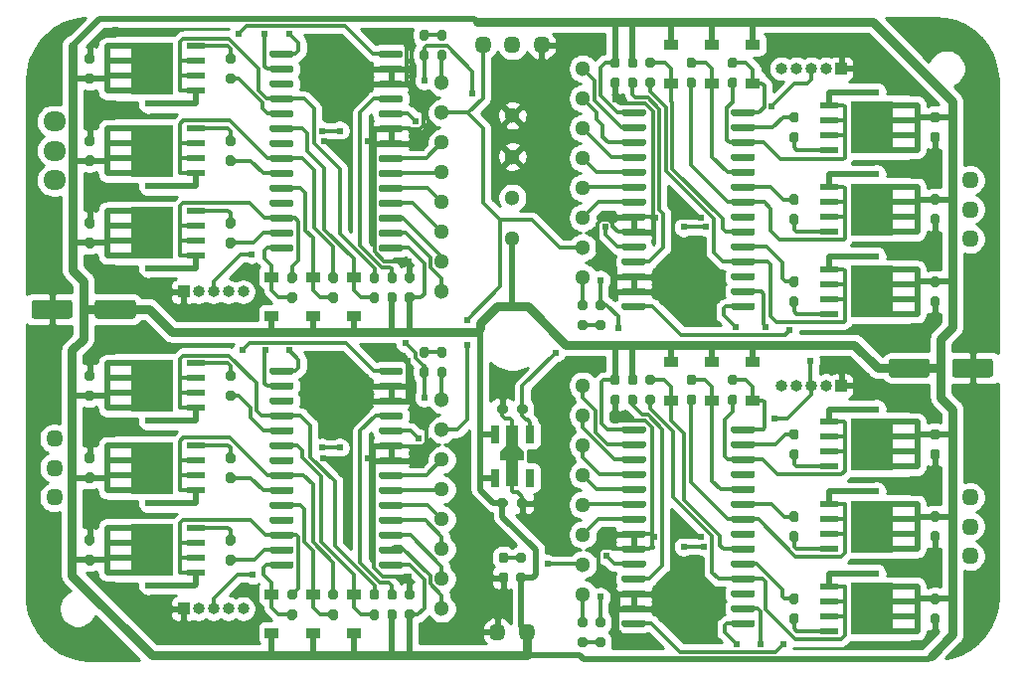
<source format=gtl>
G04 #@! TF.GenerationSoftware,KiCad,Pcbnew,(5.1.10-1-10_14)*
G04 #@! TF.CreationDate,2021-08-08T19:50:54+09:00*
G04 #@! TF.ProjectId,BldcDriver,426c6463-4472-4697-9665-722e6b696361,V4.0*
G04 #@! TF.SameCoordinates,Original*
G04 #@! TF.FileFunction,Copper,L1,Top*
G04 #@! TF.FilePolarity,Positive*
%FSLAX46Y46*%
G04 Gerber Fmt 4.6, Leading zero omitted, Abs format (unit mm)*
G04 Created by KiCad (PCBNEW (5.1.10-1-10_14)) date 2021-08-08 19:50:54*
%MOMM*%
%LPD*%
G01*
G04 APERTURE LIST*
G04 #@! TA.AperFunction,ComponentPad*
%ADD10C,1.300000*%
G04 #@! TD*
G04 #@! TA.AperFunction,ComponentPad*
%ADD11O,1.450000X1.450000*%
G04 #@! TD*
G04 #@! TA.AperFunction,SMDPad,CuDef*
%ADD12R,0.700000X1.500000*%
G04 #@! TD*
G04 #@! TA.AperFunction,SMDPad,CuDef*
%ADD13C,0.100000*%
G04 #@! TD*
G04 #@! TA.AperFunction,SMDPad,CuDef*
%ADD14R,3.545000X4.410000*%
G04 #@! TD*
G04 #@! TA.AperFunction,SMDPad,CuDef*
%ADD15R,1.500000X0.600000*%
G04 #@! TD*
G04 #@! TA.AperFunction,SMDPad,CuDef*
%ADD16R,1.350000X0.600000*%
G04 #@! TD*
G04 #@! TA.AperFunction,ComponentPad*
%ADD17O,1.950000X1.700000*%
G04 #@! TD*
G04 #@! TA.AperFunction,ComponentPad*
%ADD18O,1.300000X1.300000*%
G04 #@! TD*
G04 #@! TA.AperFunction,ComponentPad*
%ADD19R,1.000000X1.000000*%
G04 #@! TD*
G04 #@! TA.AperFunction,ComponentPad*
%ADD20O,1.000000X1.000000*%
G04 #@! TD*
G04 #@! TA.AperFunction,SMDPad,CuDef*
%ADD21R,1.200000X0.900000*%
G04 #@! TD*
G04 #@! TA.AperFunction,ViaPad*
%ADD22C,0.609600*%
G04 #@! TD*
G04 #@! TA.AperFunction,Conductor*
%ADD23C,0.304800*%
G04 #@! TD*
G04 #@! TA.AperFunction,Conductor*
%ADD24C,0.508000*%
G04 #@! TD*
G04 #@! TA.AperFunction,Conductor*
%ADD25C,0.762000*%
G04 #@! TD*
G04 #@! TA.AperFunction,Conductor*
%ADD26C,0.254000*%
G04 #@! TD*
G04 #@! TA.AperFunction,Conductor*
%ADD27C,0.100000*%
G04 #@! TD*
G04 APERTURE END LIST*
D10*
X0Y19000000D03*
X0Y15500000D03*
X0Y12000000D03*
X0Y8500000D03*
D11*
X-1270000Y-25000000D03*
X1230000Y-25000000D03*
X-39000000Y-8500000D03*
X-39000000Y-11000000D03*
X-39000000Y-13500000D03*
X2500000Y25000000D03*
X0Y25000000D03*
X-2500000Y25000000D03*
X39000000Y-18500000D03*
X39000000Y-16000000D03*
X39000000Y-13500000D03*
X39000000Y8500000D03*
X39000000Y11000000D03*
X39000000Y13500000D03*
G04 #@! TA.AperFunction,SMDPad,CuDef*
G36*
G01*
X-18625000Y7895000D02*
X-18625000Y7595000D01*
G75*
G02*
X-18775000Y7445000I-150000J0D01*
G01*
X-20525000Y7445000D01*
G75*
G02*
X-20675000Y7595000I0J150000D01*
G01*
X-20675000Y7895000D01*
G75*
G02*
X-20525000Y8045000I150000J0D01*
G01*
X-18775000Y8045000D01*
G75*
G02*
X-18625000Y7895000I0J-150000D01*
G01*
G37*
G04 #@! TD.AperFunction*
G04 #@! TA.AperFunction,SMDPad,CuDef*
G36*
G01*
X-18625000Y9165000D02*
X-18625000Y8865000D01*
G75*
G02*
X-18775000Y8715000I-150000J0D01*
G01*
X-20525000Y8715000D01*
G75*
G02*
X-20675000Y8865000I0J150000D01*
G01*
X-20675000Y9165000D01*
G75*
G02*
X-20525000Y9315000I150000J0D01*
G01*
X-18775000Y9315000D01*
G75*
G02*
X-18625000Y9165000I0J-150000D01*
G01*
G37*
G04 #@! TD.AperFunction*
G04 #@! TA.AperFunction,SMDPad,CuDef*
G36*
G01*
X-18625000Y10435000D02*
X-18625000Y10135000D01*
G75*
G02*
X-18775000Y9985000I-150000J0D01*
G01*
X-20525000Y9985000D01*
G75*
G02*
X-20675000Y10135000I0J150000D01*
G01*
X-20675000Y10435000D01*
G75*
G02*
X-20525000Y10585000I150000J0D01*
G01*
X-18775000Y10585000D01*
G75*
G02*
X-18625000Y10435000I0J-150000D01*
G01*
G37*
G04 #@! TD.AperFunction*
G04 #@! TA.AperFunction,SMDPad,CuDef*
G36*
G01*
X-18625000Y11705000D02*
X-18625000Y11405000D01*
G75*
G02*
X-18775000Y11255000I-150000J0D01*
G01*
X-20525000Y11255000D01*
G75*
G02*
X-20675000Y11405000I0J150000D01*
G01*
X-20675000Y11705000D01*
G75*
G02*
X-20525000Y11855000I150000J0D01*
G01*
X-18775000Y11855000D01*
G75*
G02*
X-18625000Y11705000I0J-150000D01*
G01*
G37*
G04 #@! TD.AperFunction*
G04 #@! TA.AperFunction,SMDPad,CuDef*
G36*
G01*
X-18625000Y12975000D02*
X-18625000Y12675000D01*
G75*
G02*
X-18775000Y12525000I-150000J0D01*
G01*
X-20525000Y12525000D01*
G75*
G02*
X-20675000Y12675000I0J150000D01*
G01*
X-20675000Y12975000D01*
G75*
G02*
X-20525000Y13125000I150000J0D01*
G01*
X-18775000Y13125000D01*
G75*
G02*
X-18625000Y12975000I0J-150000D01*
G01*
G37*
G04 #@! TD.AperFunction*
G04 #@! TA.AperFunction,SMDPad,CuDef*
G36*
G01*
X-18625000Y14245000D02*
X-18625000Y13945000D01*
G75*
G02*
X-18775000Y13795000I-150000J0D01*
G01*
X-20525000Y13795000D01*
G75*
G02*
X-20675000Y13945000I0J150000D01*
G01*
X-20675000Y14245000D01*
G75*
G02*
X-20525000Y14395000I150000J0D01*
G01*
X-18775000Y14395000D01*
G75*
G02*
X-18625000Y14245000I0J-150000D01*
G01*
G37*
G04 #@! TD.AperFunction*
G04 #@! TA.AperFunction,SMDPad,CuDef*
G36*
G01*
X-18625000Y15515000D02*
X-18625000Y15215000D01*
G75*
G02*
X-18775000Y15065000I-150000J0D01*
G01*
X-20525000Y15065000D01*
G75*
G02*
X-20675000Y15215000I0J150000D01*
G01*
X-20675000Y15515000D01*
G75*
G02*
X-20525000Y15665000I150000J0D01*
G01*
X-18775000Y15665000D01*
G75*
G02*
X-18625000Y15515000I0J-150000D01*
G01*
G37*
G04 #@! TD.AperFunction*
G04 #@! TA.AperFunction,SMDPad,CuDef*
G36*
G01*
X-18625000Y16785000D02*
X-18625000Y16485000D01*
G75*
G02*
X-18775000Y16335000I-150000J0D01*
G01*
X-20525000Y16335000D01*
G75*
G02*
X-20675000Y16485000I0J150000D01*
G01*
X-20675000Y16785000D01*
G75*
G02*
X-20525000Y16935000I150000J0D01*
G01*
X-18775000Y16935000D01*
G75*
G02*
X-18625000Y16785000I0J-150000D01*
G01*
G37*
G04 #@! TD.AperFunction*
G04 #@! TA.AperFunction,SMDPad,CuDef*
G36*
G01*
X-18625000Y18055000D02*
X-18625000Y17755000D01*
G75*
G02*
X-18775000Y17605000I-150000J0D01*
G01*
X-20525000Y17605000D01*
G75*
G02*
X-20675000Y17755000I0J150000D01*
G01*
X-20675000Y18055000D01*
G75*
G02*
X-20525000Y18205000I150000J0D01*
G01*
X-18775000Y18205000D01*
G75*
G02*
X-18625000Y18055000I0J-150000D01*
G01*
G37*
G04 #@! TD.AperFunction*
G04 #@! TA.AperFunction,SMDPad,CuDef*
G36*
G01*
X-18625000Y19325000D02*
X-18625000Y19025000D01*
G75*
G02*
X-18775000Y18875000I-150000J0D01*
G01*
X-20525000Y18875000D01*
G75*
G02*
X-20675000Y19025000I0J150000D01*
G01*
X-20675000Y19325000D01*
G75*
G02*
X-20525000Y19475000I150000J0D01*
G01*
X-18775000Y19475000D01*
G75*
G02*
X-18625000Y19325000I0J-150000D01*
G01*
G37*
G04 #@! TD.AperFunction*
G04 #@! TA.AperFunction,SMDPad,CuDef*
G36*
G01*
X-18625000Y20595000D02*
X-18625000Y20295000D01*
G75*
G02*
X-18775000Y20145000I-150000J0D01*
G01*
X-20525000Y20145000D01*
G75*
G02*
X-20675000Y20295000I0J150000D01*
G01*
X-20675000Y20595000D01*
G75*
G02*
X-20525000Y20745000I150000J0D01*
G01*
X-18775000Y20745000D01*
G75*
G02*
X-18625000Y20595000I0J-150000D01*
G01*
G37*
G04 #@! TD.AperFunction*
G04 #@! TA.AperFunction,SMDPad,CuDef*
G36*
G01*
X-18625000Y21865000D02*
X-18625000Y21565000D01*
G75*
G02*
X-18775000Y21415000I-150000J0D01*
G01*
X-20525000Y21415000D01*
G75*
G02*
X-20675000Y21565000I0J150000D01*
G01*
X-20675000Y21865000D01*
G75*
G02*
X-20525000Y22015000I150000J0D01*
G01*
X-18775000Y22015000D01*
G75*
G02*
X-18625000Y21865000I0J-150000D01*
G01*
G37*
G04 #@! TD.AperFunction*
G04 #@! TA.AperFunction,SMDPad,CuDef*
G36*
G01*
X-18625000Y23135000D02*
X-18625000Y22835000D01*
G75*
G02*
X-18775000Y22685000I-150000J0D01*
G01*
X-20525000Y22685000D01*
G75*
G02*
X-20675000Y22835000I0J150000D01*
G01*
X-20675000Y23135000D01*
G75*
G02*
X-20525000Y23285000I150000J0D01*
G01*
X-18775000Y23285000D01*
G75*
G02*
X-18625000Y23135000I0J-150000D01*
G01*
G37*
G04 #@! TD.AperFunction*
G04 #@! TA.AperFunction,SMDPad,CuDef*
G36*
G01*
X-18625000Y24405000D02*
X-18625000Y24105000D01*
G75*
G02*
X-18775000Y23955000I-150000J0D01*
G01*
X-20525000Y23955000D01*
G75*
G02*
X-20675000Y24105000I0J150000D01*
G01*
X-20675000Y24405000D01*
G75*
G02*
X-20525000Y24555000I150000J0D01*
G01*
X-18775000Y24555000D01*
G75*
G02*
X-18625000Y24405000I0J-150000D01*
G01*
G37*
G04 #@! TD.AperFunction*
G04 #@! TA.AperFunction,SMDPad,CuDef*
G36*
G01*
X-9325000Y24405000D02*
X-9325000Y24105000D01*
G75*
G02*
X-9475000Y23955000I-150000J0D01*
G01*
X-11225000Y23955000D01*
G75*
G02*
X-11375000Y24105000I0J150000D01*
G01*
X-11375000Y24405000D01*
G75*
G02*
X-11225000Y24555000I150000J0D01*
G01*
X-9475000Y24555000D01*
G75*
G02*
X-9325000Y24405000I0J-150000D01*
G01*
G37*
G04 #@! TD.AperFunction*
G04 #@! TA.AperFunction,SMDPad,CuDef*
G36*
G01*
X-9325000Y23135000D02*
X-9325000Y22835000D01*
G75*
G02*
X-9475000Y22685000I-150000J0D01*
G01*
X-11225000Y22685000D01*
G75*
G02*
X-11375000Y22835000I0J150000D01*
G01*
X-11375000Y23135000D01*
G75*
G02*
X-11225000Y23285000I150000J0D01*
G01*
X-9475000Y23285000D01*
G75*
G02*
X-9325000Y23135000I0J-150000D01*
G01*
G37*
G04 #@! TD.AperFunction*
G04 #@! TA.AperFunction,SMDPad,CuDef*
G36*
G01*
X-9325000Y21865000D02*
X-9325000Y21565000D01*
G75*
G02*
X-9475000Y21415000I-150000J0D01*
G01*
X-11225000Y21415000D01*
G75*
G02*
X-11375000Y21565000I0J150000D01*
G01*
X-11375000Y21865000D01*
G75*
G02*
X-11225000Y22015000I150000J0D01*
G01*
X-9475000Y22015000D01*
G75*
G02*
X-9325000Y21865000I0J-150000D01*
G01*
G37*
G04 #@! TD.AperFunction*
G04 #@! TA.AperFunction,SMDPad,CuDef*
G36*
G01*
X-9325000Y20595000D02*
X-9325000Y20295000D01*
G75*
G02*
X-9475000Y20145000I-150000J0D01*
G01*
X-11225000Y20145000D01*
G75*
G02*
X-11375000Y20295000I0J150000D01*
G01*
X-11375000Y20595000D01*
G75*
G02*
X-11225000Y20745000I150000J0D01*
G01*
X-9475000Y20745000D01*
G75*
G02*
X-9325000Y20595000I0J-150000D01*
G01*
G37*
G04 #@! TD.AperFunction*
G04 #@! TA.AperFunction,SMDPad,CuDef*
G36*
G01*
X-9325000Y19325000D02*
X-9325000Y19025000D01*
G75*
G02*
X-9475000Y18875000I-150000J0D01*
G01*
X-11225000Y18875000D01*
G75*
G02*
X-11375000Y19025000I0J150000D01*
G01*
X-11375000Y19325000D01*
G75*
G02*
X-11225000Y19475000I150000J0D01*
G01*
X-9475000Y19475000D01*
G75*
G02*
X-9325000Y19325000I0J-150000D01*
G01*
G37*
G04 #@! TD.AperFunction*
G04 #@! TA.AperFunction,SMDPad,CuDef*
G36*
G01*
X-9325000Y18055000D02*
X-9325000Y17755000D01*
G75*
G02*
X-9475000Y17605000I-150000J0D01*
G01*
X-11225000Y17605000D01*
G75*
G02*
X-11375000Y17755000I0J150000D01*
G01*
X-11375000Y18055000D01*
G75*
G02*
X-11225000Y18205000I150000J0D01*
G01*
X-9475000Y18205000D01*
G75*
G02*
X-9325000Y18055000I0J-150000D01*
G01*
G37*
G04 #@! TD.AperFunction*
G04 #@! TA.AperFunction,SMDPad,CuDef*
G36*
G01*
X-9325000Y16785000D02*
X-9325000Y16485000D01*
G75*
G02*
X-9475000Y16335000I-150000J0D01*
G01*
X-11225000Y16335000D01*
G75*
G02*
X-11375000Y16485000I0J150000D01*
G01*
X-11375000Y16785000D01*
G75*
G02*
X-11225000Y16935000I150000J0D01*
G01*
X-9475000Y16935000D01*
G75*
G02*
X-9325000Y16785000I0J-150000D01*
G01*
G37*
G04 #@! TD.AperFunction*
G04 #@! TA.AperFunction,SMDPad,CuDef*
G36*
G01*
X-9325000Y15515000D02*
X-9325000Y15215000D01*
G75*
G02*
X-9475000Y15065000I-150000J0D01*
G01*
X-11225000Y15065000D01*
G75*
G02*
X-11375000Y15215000I0J150000D01*
G01*
X-11375000Y15515000D01*
G75*
G02*
X-11225000Y15665000I150000J0D01*
G01*
X-9475000Y15665000D01*
G75*
G02*
X-9325000Y15515000I0J-150000D01*
G01*
G37*
G04 #@! TD.AperFunction*
G04 #@! TA.AperFunction,SMDPad,CuDef*
G36*
G01*
X-9325000Y14245000D02*
X-9325000Y13945000D01*
G75*
G02*
X-9475000Y13795000I-150000J0D01*
G01*
X-11225000Y13795000D01*
G75*
G02*
X-11375000Y13945000I0J150000D01*
G01*
X-11375000Y14245000D01*
G75*
G02*
X-11225000Y14395000I150000J0D01*
G01*
X-9475000Y14395000D01*
G75*
G02*
X-9325000Y14245000I0J-150000D01*
G01*
G37*
G04 #@! TD.AperFunction*
G04 #@! TA.AperFunction,SMDPad,CuDef*
G36*
G01*
X-9325000Y12975000D02*
X-9325000Y12675000D01*
G75*
G02*
X-9475000Y12525000I-150000J0D01*
G01*
X-11225000Y12525000D01*
G75*
G02*
X-11375000Y12675000I0J150000D01*
G01*
X-11375000Y12975000D01*
G75*
G02*
X-11225000Y13125000I150000J0D01*
G01*
X-9475000Y13125000D01*
G75*
G02*
X-9325000Y12975000I0J-150000D01*
G01*
G37*
G04 #@! TD.AperFunction*
G04 #@! TA.AperFunction,SMDPad,CuDef*
G36*
G01*
X-9325000Y11705000D02*
X-9325000Y11405000D01*
G75*
G02*
X-9475000Y11255000I-150000J0D01*
G01*
X-11225000Y11255000D01*
G75*
G02*
X-11375000Y11405000I0J150000D01*
G01*
X-11375000Y11705000D01*
G75*
G02*
X-11225000Y11855000I150000J0D01*
G01*
X-9475000Y11855000D01*
G75*
G02*
X-9325000Y11705000I0J-150000D01*
G01*
G37*
G04 #@! TD.AperFunction*
G04 #@! TA.AperFunction,SMDPad,CuDef*
G36*
G01*
X-9325000Y10435000D02*
X-9325000Y10135000D01*
G75*
G02*
X-9475000Y9985000I-150000J0D01*
G01*
X-11225000Y9985000D01*
G75*
G02*
X-11375000Y10135000I0J150000D01*
G01*
X-11375000Y10435000D01*
G75*
G02*
X-11225000Y10585000I150000J0D01*
G01*
X-9475000Y10585000D01*
G75*
G02*
X-9325000Y10435000I0J-150000D01*
G01*
G37*
G04 #@! TD.AperFunction*
G04 #@! TA.AperFunction,SMDPad,CuDef*
G36*
G01*
X-9325000Y9165000D02*
X-9325000Y8865000D01*
G75*
G02*
X-9475000Y8715000I-150000J0D01*
G01*
X-11225000Y8715000D01*
G75*
G02*
X-11375000Y8865000I0J150000D01*
G01*
X-11375000Y9165000D01*
G75*
G02*
X-11225000Y9315000I150000J0D01*
G01*
X-9475000Y9315000D01*
G75*
G02*
X-9325000Y9165000I0J-150000D01*
G01*
G37*
G04 #@! TD.AperFunction*
G04 #@! TA.AperFunction,SMDPad,CuDef*
G36*
G01*
X-9325000Y7895000D02*
X-9325000Y7595000D01*
G75*
G02*
X-9475000Y7445000I-150000J0D01*
G01*
X-11225000Y7445000D01*
G75*
G02*
X-11375000Y7595000I0J150000D01*
G01*
X-11375000Y7895000D01*
G75*
G02*
X-11225000Y8045000I150000J0D01*
G01*
X-9475000Y8045000D01*
G75*
G02*
X-9325000Y7895000I0J-150000D01*
G01*
G37*
G04 #@! TD.AperFunction*
G04 #@! TA.AperFunction,SMDPad,CuDef*
G36*
G01*
X-18625000Y-19105000D02*
X-18625000Y-19405000D01*
G75*
G02*
X-18775000Y-19555000I-150000J0D01*
G01*
X-20525000Y-19555000D01*
G75*
G02*
X-20675000Y-19405000I0J150000D01*
G01*
X-20675000Y-19105000D01*
G75*
G02*
X-20525000Y-18955000I150000J0D01*
G01*
X-18775000Y-18955000D01*
G75*
G02*
X-18625000Y-19105000I0J-150000D01*
G01*
G37*
G04 #@! TD.AperFunction*
G04 #@! TA.AperFunction,SMDPad,CuDef*
G36*
G01*
X-18625000Y-17835000D02*
X-18625000Y-18135000D01*
G75*
G02*
X-18775000Y-18285000I-150000J0D01*
G01*
X-20525000Y-18285000D01*
G75*
G02*
X-20675000Y-18135000I0J150000D01*
G01*
X-20675000Y-17835000D01*
G75*
G02*
X-20525000Y-17685000I150000J0D01*
G01*
X-18775000Y-17685000D01*
G75*
G02*
X-18625000Y-17835000I0J-150000D01*
G01*
G37*
G04 #@! TD.AperFunction*
G04 #@! TA.AperFunction,SMDPad,CuDef*
G36*
G01*
X-18625000Y-16565000D02*
X-18625000Y-16865000D01*
G75*
G02*
X-18775000Y-17015000I-150000J0D01*
G01*
X-20525000Y-17015000D01*
G75*
G02*
X-20675000Y-16865000I0J150000D01*
G01*
X-20675000Y-16565000D01*
G75*
G02*
X-20525000Y-16415000I150000J0D01*
G01*
X-18775000Y-16415000D01*
G75*
G02*
X-18625000Y-16565000I0J-150000D01*
G01*
G37*
G04 #@! TD.AperFunction*
G04 #@! TA.AperFunction,SMDPad,CuDef*
G36*
G01*
X-18625000Y-15295000D02*
X-18625000Y-15595000D01*
G75*
G02*
X-18775000Y-15745000I-150000J0D01*
G01*
X-20525000Y-15745000D01*
G75*
G02*
X-20675000Y-15595000I0J150000D01*
G01*
X-20675000Y-15295000D01*
G75*
G02*
X-20525000Y-15145000I150000J0D01*
G01*
X-18775000Y-15145000D01*
G75*
G02*
X-18625000Y-15295000I0J-150000D01*
G01*
G37*
G04 #@! TD.AperFunction*
G04 #@! TA.AperFunction,SMDPad,CuDef*
G36*
G01*
X-18625000Y-14025000D02*
X-18625000Y-14325000D01*
G75*
G02*
X-18775000Y-14475000I-150000J0D01*
G01*
X-20525000Y-14475000D01*
G75*
G02*
X-20675000Y-14325000I0J150000D01*
G01*
X-20675000Y-14025000D01*
G75*
G02*
X-20525000Y-13875000I150000J0D01*
G01*
X-18775000Y-13875000D01*
G75*
G02*
X-18625000Y-14025000I0J-150000D01*
G01*
G37*
G04 #@! TD.AperFunction*
G04 #@! TA.AperFunction,SMDPad,CuDef*
G36*
G01*
X-18625000Y-12755000D02*
X-18625000Y-13055000D01*
G75*
G02*
X-18775000Y-13205000I-150000J0D01*
G01*
X-20525000Y-13205000D01*
G75*
G02*
X-20675000Y-13055000I0J150000D01*
G01*
X-20675000Y-12755000D01*
G75*
G02*
X-20525000Y-12605000I150000J0D01*
G01*
X-18775000Y-12605000D01*
G75*
G02*
X-18625000Y-12755000I0J-150000D01*
G01*
G37*
G04 #@! TD.AperFunction*
G04 #@! TA.AperFunction,SMDPad,CuDef*
G36*
G01*
X-18625000Y-11485000D02*
X-18625000Y-11785000D01*
G75*
G02*
X-18775000Y-11935000I-150000J0D01*
G01*
X-20525000Y-11935000D01*
G75*
G02*
X-20675000Y-11785000I0J150000D01*
G01*
X-20675000Y-11485000D01*
G75*
G02*
X-20525000Y-11335000I150000J0D01*
G01*
X-18775000Y-11335000D01*
G75*
G02*
X-18625000Y-11485000I0J-150000D01*
G01*
G37*
G04 #@! TD.AperFunction*
G04 #@! TA.AperFunction,SMDPad,CuDef*
G36*
G01*
X-18625000Y-10215000D02*
X-18625000Y-10515000D01*
G75*
G02*
X-18775000Y-10665000I-150000J0D01*
G01*
X-20525000Y-10665000D01*
G75*
G02*
X-20675000Y-10515000I0J150000D01*
G01*
X-20675000Y-10215000D01*
G75*
G02*
X-20525000Y-10065000I150000J0D01*
G01*
X-18775000Y-10065000D01*
G75*
G02*
X-18625000Y-10215000I0J-150000D01*
G01*
G37*
G04 #@! TD.AperFunction*
G04 #@! TA.AperFunction,SMDPad,CuDef*
G36*
G01*
X-18625000Y-8945000D02*
X-18625000Y-9245000D01*
G75*
G02*
X-18775000Y-9395000I-150000J0D01*
G01*
X-20525000Y-9395000D01*
G75*
G02*
X-20675000Y-9245000I0J150000D01*
G01*
X-20675000Y-8945000D01*
G75*
G02*
X-20525000Y-8795000I150000J0D01*
G01*
X-18775000Y-8795000D01*
G75*
G02*
X-18625000Y-8945000I0J-150000D01*
G01*
G37*
G04 #@! TD.AperFunction*
G04 #@! TA.AperFunction,SMDPad,CuDef*
G36*
G01*
X-18625000Y-7675000D02*
X-18625000Y-7975000D01*
G75*
G02*
X-18775000Y-8125000I-150000J0D01*
G01*
X-20525000Y-8125000D01*
G75*
G02*
X-20675000Y-7975000I0J150000D01*
G01*
X-20675000Y-7675000D01*
G75*
G02*
X-20525000Y-7525000I150000J0D01*
G01*
X-18775000Y-7525000D01*
G75*
G02*
X-18625000Y-7675000I0J-150000D01*
G01*
G37*
G04 #@! TD.AperFunction*
G04 #@! TA.AperFunction,SMDPad,CuDef*
G36*
G01*
X-18625000Y-6405000D02*
X-18625000Y-6705000D01*
G75*
G02*
X-18775000Y-6855000I-150000J0D01*
G01*
X-20525000Y-6855000D01*
G75*
G02*
X-20675000Y-6705000I0J150000D01*
G01*
X-20675000Y-6405000D01*
G75*
G02*
X-20525000Y-6255000I150000J0D01*
G01*
X-18775000Y-6255000D01*
G75*
G02*
X-18625000Y-6405000I0J-150000D01*
G01*
G37*
G04 #@! TD.AperFunction*
G04 #@! TA.AperFunction,SMDPad,CuDef*
G36*
G01*
X-18625000Y-5135000D02*
X-18625000Y-5435000D01*
G75*
G02*
X-18775000Y-5585000I-150000J0D01*
G01*
X-20525000Y-5585000D01*
G75*
G02*
X-20675000Y-5435000I0J150000D01*
G01*
X-20675000Y-5135000D01*
G75*
G02*
X-20525000Y-4985000I150000J0D01*
G01*
X-18775000Y-4985000D01*
G75*
G02*
X-18625000Y-5135000I0J-150000D01*
G01*
G37*
G04 #@! TD.AperFunction*
G04 #@! TA.AperFunction,SMDPad,CuDef*
G36*
G01*
X-18625000Y-3865000D02*
X-18625000Y-4165000D01*
G75*
G02*
X-18775000Y-4315000I-150000J0D01*
G01*
X-20525000Y-4315000D01*
G75*
G02*
X-20675000Y-4165000I0J150000D01*
G01*
X-20675000Y-3865000D01*
G75*
G02*
X-20525000Y-3715000I150000J0D01*
G01*
X-18775000Y-3715000D01*
G75*
G02*
X-18625000Y-3865000I0J-150000D01*
G01*
G37*
G04 #@! TD.AperFunction*
G04 #@! TA.AperFunction,SMDPad,CuDef*
G36*
G01*
X-18625000Y-2595000D02*
X-18625000Y-2895000D01*
G75*
G02*
X-18775000Y-3045000I-150000J0D01*
G01*
X-20525000Y-3045000D01*
G75*
G02*
X-20675000Y-2895000I0J150000D01*
G01*
X-20675000Y-2595000D01*
G75*
G02*
X-20525000Y-2445000I150000J0D01*
G01*
X-18775000Y-2445000D01*
G75*
G02*
X-18625000Y-2595000I0J-150000D01*
G01*
G37*
G04 #@! TD.AperFunction*
G04 #@! TA.AperFunction,SMDPad,CuDef*
G36*
G01*
X-9325000Y-2595000D02*
X-9325000Y-2895000D01*
G75*
G02*
X-9475000Y-3045000I-150000J0D01*
G01*
X-11225000Y-3045000D01*
G75*
G02*
X-11375000Y-2895000I0J150000D01*
G01*
X-11375000Y-2595000D01*
G75*
G02*
X-11225000Y-2445000I150000J0D01*
G01*
X-9475000Y-2445000D01*
G75*
G02*
X-9325000Y-2595000I0J-150000D01*
G01*
G37*
G04 #@! TD.AperFunction*
G04 #@! TA.AperFunction,SMDPad,CuDef*
G36*
G01*
X-9325000Y-3865000D02*
X-9325000Y-4165000D01*
G75*
G02*
X-9475000Y-4315000I-150000J0D01*
G01*
X-11225000Y-4315000D01*
G75*
G02*
X-11375000Y-4165000I0J150000D01*
G01*
X-11375000Y-3865000D01*
G75*
G02*
X-11225000Y-3715000I150000J0D01*
G01*
X-9475000Y-3715000D01*
G75*
G02*
X-9325000Y-3865000I0J-150000D01*
G01*
G37*
G04 #@! TD.AperFunction*
G04 #@! TA.AperFunction,SMDPad,CuDef*
G36*
G01*
X-9325000Y-5135000D02*
X-9325000Y-5435000D01*
G75*
G02*
X-9475000Y-5585000I-150000J0D01*
G01*
X-11225000Y-5585000D01*
G75*
G02*
X-11375000Y-5435000I0J150000D01*
G01*
X-11375000Y-5135000D01*
G75*
G02*
X-11225000Y-4985000I150000J0D01*
G01*
X-9475000Y-4985000D01*
G75*
G02*
X-9325000Y-5135000I0J-150000D01*
G01*
G37*
G04 #@! TD.AperFunction*
G04 #@! TA.AperFunction,SMDPad,CuDef*
G36*
G01*
X-9325000Y-6405000D02*
X-9325000Y-6705000D01*
G75*
G02*
X-9475000Y-6855000I-150000J0D01*
G01*
X-11225000Y-6855000D01*
G75*
G02*
X-11375000Y-6705000I0J150000D01*
G01*
X-11375000Y-6405000D01*
G75*
G02*
X-11225000Y-6255000I150000J0D01*
G01*
X-9475000Y-6255000D01*
G75*
G02*
X-9325000Y-6405000I0J-150000D01*
G01*
G37*
G04 #@! TD.AperFunction*
G04 #@! TA.AperFunction,SMDPad,CuDef*
G36*
G01*
X-9325000Y-7675000D02*
X-9325000Y-7975000D01*
G75*
G02*
X-9475000Y-8125000I-150000J0D01*
G01*
X-11225000Y-8125000D01*
G75*
G02*
X-11375000Y-7975000I0J150000D01*
G01*
X-11375000Y-7675000D01*
G75*
G02*
X-11225000Y-7525000I150000J0D01*
G01*
X-9475000Y-7525000D01*
G75*
G02*
X-9325000Y-7675000I0J-150000D01*
G01*
G37*
G04 #@! TD.AperFunction*
G04 #@! TA.AperFunction,SMDPad,CuDef*
G36*
G01*
X-9325000Y-8945000D02*
X-9325000Y-9245000D01*
G75*
G02*
X-9475000Y-9395000I-150000J0D01*
G01*
X-11225000Y-9395000D01*
G75*
G02*
X-11375000Y-9245000I0J150000D01*
G01*
X-11375000Y-8945000D01*
G75*
G02*
X-11225000Y-8795000I150000J0D01*
G01*
X-9475000Y-8795000D01*
G75*
G02*
X-9325000Y-8945000I0J-150000D01*
G01*
G37*
G04 #@! TD.AperFunction*
G04 #@! TA.AperFunction,SMDPad,CuDef*
G36*
G01*
X-9325000Y-10215000D02*
X-9325000Y-10515000D01*
G75*
G02*
X-9475000Y-10665000I-150000J0D01*
G01*
X-11225000Y-10665000D01*
G75*
G02*
X-11375000Y-10515000I0J150000D01*
G01*
X-11375000Y-10215000D01*
G75*
G02*
X-11225000Y-10065000I150000J0D01*
G01*
X-9475000Y-10065000D01*
G75*
G02*
X-9325000Y-10215000I0J-150000D01*
G01*
G37*
G04 #@! TD.AperFunction*
G04 #@! TA.AperFunction,SMDPad,CuDef*
G36*
G01*
X-9325000Y-11485000D02*
X-9325000Y-11785000D01*
G75*
G02*
X-9475000Y-11935000I-150000J0D01*
G01*
X-11225000Y-11935000D01*
G75*
G02*
X-11375000Y-11785000I0J150000D01*
G01*
X-11375000Y-11485000D01*
G75*
G02*
X-11225000Y-11335000I150000J0D01*
G01*
X-9475000Y-11335000D01*
G75*
G02*
X-9325000Y-11485000I0J-150000D01*
G01*
G37*
G04 #@! TD.AperFunction*
G04 #@! TA.AperFunction,SMDPad,CuDef*
G36*
G01*
X-9325000Y-12755000D02*
X-9325000Y-13055000D01*
G75*
G02*
X-9475000Y-13205000I-150000J0D01*
G01*
X-11225000Y-13205000D01*
G75*
G02*
X-11375000Y-13055000I0J150000D01*
G01*
X-11375000Y-12755000D01*
G75*
G02*
X-11225000Y-12605000I150000J0D01*
G01*
X-9475000Y-12605000D01*
G75*
G02*
X-9325000Y-12755000I0J-150000D01*
G01*
G37*
G04 #@! TD.AperFunction*
G04 #@! TA.AperFunction,SMDPad,CuDef*
G36*
G01*
X-9325000Y-14025000D02*
X-9325000Y-14325000D01*
G75*
G02*
X-9475000Y-14475000I-150000J0D01*
G01*
X-11225000Y-14475000D01*
G75*
G02*
X-11375000Y-14325000I0J150000D01*
G01*
X-11375000Y-14025000D01*
G75*
G02*
X-11225000Y-13875000I150000J0D01*
G01*
X-9475000Y-13875000D01*
G75*
G02*
X-9325000Y-14025000I0J-150000D01*
G01*
G37*
G04 #@! TD.AperFunction*
G04 #@! TA.AperFunction,SMDPad,CuDef*
G36*
G01*
X-9325000Y-15295000D02*
X-9325000Y-15595000D01*
G75*
G02*
X-9475000Y-15745000I-150000J0D01*
G01*
X-11225000Y-15745000D01*
G75*
G02*
X-11375000Y-15595000I0J150000D01*
G01*
X-11375000Y-15295000D01*
G75*
G02*
X-11225000Y-15145000I150000J0D01*
G01*
X-9475000Y-15145000D01*
G75*
G02*
X-9325000Y-15295000I0J-150000D01*
G01*
G37*
G04 #@! TD.AperFunction*
G04 #@! TA.AperFunction,SMDPad,CuDef*
G36*
G01*
X-9325000Y-16565000D02*
X-9325000Y-16865000D01*
G75*
G02*
X-9475000Y-17015000I-150000J0D01*
G01*
X-11225000Y-17015000D01*
G75*
G02*
X-11375000Y-16865000I0J150000D01*
G01*
X-11375000Y-16565000D01*
G75*
G02*
X-11225000Y-16415000I150000J0D01*
G01*
X-9475000Y-16415000D01*
G75*
G02*
X-9325000Y-16565000I0J-150000D01*
G01*
G37*
G04 #@! TD.AperFunction*
G04 #@! TA.AperFunction,SMDPad,CuDef*
G36*
G01*
X-9325000Y-17835000D02*
X-9325000Y-18135000D01*
G75*
G02*
X-9475000Y-18285000I-150000J0D01*
G01*
X-11225000Y-18285000D01*
G75*
G02*
X-11375000Y-18135000I0J150000D01*
G01*
X-11375000Y-17835000D01*
G75*
G02*
X-11225000Y-17685000I150000J0D01*
G01*
X-9475000Y-17685000D01*
G75*
G02*
X-9325000Y-17835000I0J-150000D01*
G01*
G37*
G04 #@! TD.AperFunction*
G04 #@! TA.AperFunction,SMDPad,CuDef*
G36*
G01*
X-9325000Y-19105000D02*
X-9325000Y-19405000D01*
G75*
G02*
X-9475000Y-19555000I-150000J0D01*
G01*
X-11225000Y-19555000D01*
G75*
G02*
X-11375000Y-19405000I0J150000D01*
G01*
X-11375000Y-19105000D01*
G75*
G02*
X-11225000Y-18955000I150000J0D01*
G01*
X-9475000Y-18955000D01*
G75*
G02*
X-9325000Y-19105000I0J-150000D01*
G01*
G37*
G04 #@! TD.AperFunction*
G04 #@! TA.AperFunction,SMDPad,CuDef*
G36*
G01*
X18625000Y-7895000D02*
X18625000Y-7595000D01*
G75*
G02*
X18775000Y-7445000I150000J0D01*
G01*
X20525000Y-7445000D01*
G75*
G02*
X20675000Y-7595000I0J-150000D01*
G01*
X20675000Y-7895000D01*
G75*
G02*
X20525000Y-8045000I-150000J0D01*
G01*
X18775000Y-8045000D01*
G75*
G02*
X18625000Y-7895000I0J150000D01*
G01*
G37*
G04 #@! TD.AperFunction*
G04 #@! TA.AperFunction,SMDPad,CuDef*
G36*
G01*
X18625000Y-9165000D02*
X18625000Y-8865000D01*
G75*
G02*
X18775000Y-8715000I150000J0D01*
G01*
X20525000Y-8715000D01*
G75*
G02*
X20675000Y-8865000I0J-150000D01*
G01*
X20675000Y-9165000D01*
G75*
G02*
X20525000Y-9315000I-150000J0D01*
G01*
X18775000Y-9315000D01*
G75*
G02*
X18625000Y-9165000I0J150000D01*
G01*
G37*
G04 #@! TD.AperFunction*
G04 #@! TA.AperFunction,SMDPad,CuDef*
G36*
G01*
X18625000Y-10435000D02*
X18625000Y-10135000D01*
G75*
G02*
X18775000Y-9985000I150000J0D01*
G01*
X20525000Y-9985000D01*
G75*
G02*
X20675000Y-10135000I0J-150000D01*
G01*
X20675000Y-10435000D01*
G75*
G02*
X20525000Y-10585000I-150000J0D01*
G01*
X18775000Y-10585000D01*
G75*
G02*
X18625000Y-10435000I0J150000D01*
G01*
G37*
G04 #@! TD.AperFunction*
G04 #@! TA.AperFunction,SMDPad,CuDef*
G36*
G01*
X18625000Y-11705000D02*
X18625000Y-11405000D01*
G75*
G02*
X18775000Y-11255000I150000J0D01*
G01*
X20525000Y-11255000D01*
G75*
G02*
X20675000Y-11405000I0J-150000D01*
G01*
X20675000Y-11705000D01*
G75*
G02*
X20525000Y-11855000I-150000J0D01*
G01*
X18775000Y-11855000D01*
G75*
G02*
X18625000Y-11705000I0J150000D01*
G01*
G37*
G04 #@! TD.AperFunction*
G04 #@! TA.AperFunction,SMDPad,CuDef*
G36*
G01*
X18625000Y-12975000D02*
X18625000Y-12675000D01*
G75*
G02*
X18775000Y-12525000I150000J0D01*
G01*
X20525000Y-12525000D01*
G75*
G02*
X20675000Y-12675000I0J-150000D01*
G01*
X20675000Y-12975000D01*
G75*
G02*
X20525000Y-13125000I-150000J0D01*
G01*
X18775000Y-13125000D01*
G75*
G02*
X18625000Y-12975000I0J150000D01*
G01*
G37*
G04 #@! TD.AperFunction*
G04 #@! TA.AperFunction,SMDPad,CuDef*
G36*
G01*
X18625000Y-14245000D02*
X18625000Y-13945000D01*
G75*
G02*
X18775000Y-13795000I150000J0D01*
G01*
X20525000Y-13795000D01*
G75*
G02*
X20675000Y-13945000I0J-150000D01*
G01*
X20675000Y-14245000D01*
G75*
G02*
X20525000Y-14395000I-150000J0D01*
G01*
X18775000Y-14395000D01*
G75*
G02*
X18625000Y-14245000I0J150000D01*
G01*
G37*
G04 #@! TD.AperFunction*
G04 #@! TA.AperFunction,SMDPad,CuDef*
G36*
G01*
X18625000Y-15515000D02*
X18625000Y-15215000D01*
G75*
G02*
X18775000Y-15065000I150000J0D01*
G01*
X20525000Y-15065000D01*
G75*
G02*
X20675000Y-15215000I0J-150000D01*
G01*
X20675000Y-15515000D01*
G75*
G02*
X20525000Y-15665000I-150000J0D01*
G01*
X18775000Y-15665000D01*
G75*
G02*
X18625000Y-15515000I0J150000D01*
G01*
G37*
G04 #@! TD.AperFunction*
G04 #@! TA.AperFunction,SMDPad,CuDef*
G36*
G01*
X18625000Y-16785000D02*
X18625000Y-16485000D01*
G75*
G02*
X18775000Y-16335000I150000J0D01*
G01*
X20525000Y-16335000D01*
G75*
G02*
X20675000Y-16485000I0J-150000D01*
G01*
X20675000Y-16785000D01*
G75*
G02*
X20525000Y-16935000I-150000J0D01*
G01*
X18775000Y-16935000D01*
G75*
G02*
X18625000Y-16785000I0J150000D01*
G01*
G37*
G04 #@! TD.AperFunction*
G04 #@! TA.AperFunction,SMDPad,CuDef*
G36*
G01*
X18625000Y-18055000D02*
X18625000Y-17755000D01*
G75*
G02*
X18775000Y-17605000I150000J0D01*
G01*
X20525000Y-17605000D01*
G75*
G02*
X20675000Y-17755000I0J-150000D01*
G01*
X20675000Y-18055000D01*
G75*
G02*
X20525000Y-18205000I-150000J0D01*
G01*
X18775000Y-18205000D01*
G75*
G02*
X18625000Y-18055000I0J150000D01*
G01*
G37*
G04 #@! TD.AperFunction*
G04 #@! TA.AperFunction,SMDPad,CuDef*
G36*
G01*
X18625000Y-19325000D02*
X18625000Y-19025000D01*
G75*
G02*
X18775000Y-18875000I150000J0D01*
G01*
X20525000Y-18875000D01*
G75*
G02*
X20675000Y-19025000I0J-150000D01*
G01*
X20675000Y-19325000D01*
G75*
G02*
X20525000Y-19475000I-150000J0D01*
G01*
X18775000Y-19475000D01*
G75*
G02*
X18625000Y-19325000I0J150000D01*
G01*
G37*
G04 #@! TD.AperFunction*
G04 #@! TA.AperFunction,SMDPad,CuDef*
G36*
G01*
X18625000Y-20595000D02*
X18625000Y-20295000D01*
G75*
G02*
X18775000Y-20145000I150000J0D01*
G01*
X20525000Y-20145000D01*
G75*
G02*
X20675000Y-20295000I0J-150000D01*
G01*
X20675000Y-20595000D01*
G75*
G02*
X20525000Y-20745000I-150000J0D01*
G01*
X18775000Y-20745000D01*
G75*
G02*
X18625000Y-20595000I0J150000D01*
G01*
G37*
G04 #@! TD.AperFunction*
G04 #@! TA.AperFunction,SMDPad,CuDef*
G36*
G01*
X18625000Y-21865000D02*
X18625000Y-21565000D01*
G75*
G02*
X18775000Y-21415000I150000J0D01*
G01*
X20525000Y-21415000D01*
G75*
G02*
X20675000Y-21565000I0J-150000D01*
G01*
X20675000Y-21865000D01*
G75*
G02*
X20525000Y-22015000I-150000J0D01*
G01*
X18775000Y-22015000D01*
G75*
G02*
X18625000Y-21865000I0J150000D01*
G01*
G37*
G04 #@! TD.AperFunction*
G04 #@! TA.AperFunction,SMDPad,CuDef*
G36*
G01*
X18625000Y-23135000D02*
X18625000Y-22835000D01*
G75*
G02*
X18775000Y-22685000I150000J0D01*
G01*
X20525000Y-22685000D01*
G75*
G02*
X20675000Y-22835000I0J-150000D01*
G01*
X20675000Y-23135000D01*
G75*
G02*
X20525000Y-23285000I-150000J0D01*
G01*
X18775000Y-23285000D01*
G75*
G02*
X18625000Y-23135000I0J150000D01*
G01*
G37*
G04 #@! TD.AperFunction*
G04 #@! TA.AperFunction,SMDPad,CuDef*
G36*
G01*
X18625000Y-24405000D02*
X18625000Y-24105000D01*
G75*
G02*
X18775000Y-23955000I150000J0D01*
G01*
X20525000Y-23955000D01*
G75*
G02*
X20675000Y-24105000I0J-150000D01*
G01*
X20675000Y-24405000D01*
G75*
G02*
X20525000Y-24555000I-150000J0D01*
G01*
X18775000Y-24555000D01*
G75*
G02*
X18625000Y-24405000I0J150000D01*
G01*
G37*
G04 #@! TD.AperFunction*
G04 #@! TA.AperFunction,SMDPad,CuDef*
G36*
G01*
X9325000Y-24405000D02*
X9325000Y-24105000D01*
G75*
G02*
X9475000Y-23955000I150000J0D01*
G01*
X11225000Y-23955000D01*
G75*
G02*
X11375000Y-24105000I0J-150000D01*
G01*
X11375000Y-24405000D01*
G75*
G02*
X11225000Y-24555000I-150000J0D01*
G01*
X9475000Y-24555000D01*
G75*
G02*
X9325000Y-24405000I0J150000D01*
G01*
G37*
G04 #@! TD.AperFunction*
G04 #@! TA.AperFunction,SMDPad,CuDef*
G36*
G01*
X9325000Y-23135000D02*
X9325000Y-22835000D01*
G75*
G02*
X9475000Y-22685000I150000J0D01*
G01*
X11225000Y-22685000D01*
G75*
G02*
X11375000Y-22835000I0J-150000D01*
G01*
X11375000Y-23135000D01*
G75*
G02*
X11225000Y-23285000I-150000J0D01*
G01*
X9475000Y-23285000D01*
G75*
G02*
X9325000Y-23135000I0J150000D01*
G01*
G37*
G04 #@! TD.AperFunction*
G04 #@! TA.AperFunction,SMDPad,CuDef*
G36*
G01*
X9325000Y-21865000D02*
X9325000Y-21565000D01*
G75*
G02*
X9475000Y-21415000I150000J0D01*
G01*
X11225000Y-21415000D01*
G75*
G02*
X11375000Y-21565000I0J-150000D01*
G01*
X11375000Y-21865000D01*
G75*
G02*
X11225000Y-22015000I-150000J0D01*
G01*
X9475000Y-22015000D01*
G75*
G02*
X9325000Y-21865000I0J150000D01*
G01*
G37*
G04 #@! TD.AperFunction*
G04 #@! TA.AperFunction,SMDPad,CuDef*
G36*
G01*
X9325000Y-20595000D02*
X9325000Y-20295000D01*
G75*
G02*
X9475000Y-20145000I150000J0D01*
G01*
X11225000Y-20145000D01*
G75*
G02*
X11375000Y-20295000I0J-150000D01*
G01*
X11375000Y-20595000D01*
G75*
G02*
X11225000Y-20745000I-150000J0D01*
G01*
X9475000Y-20745000D01*
G75*
G02*
X9325000Y-20595000I0J150000D01*
G01*
G37*
G04 #@! TD.AperFunction*
G04 #@! TA.AperFunction,SMDPad,CuDef*
G36*
G01*
X9325000Y-19325000D02*
X9325000Y-19025000D01*
G75*
G02*
X9475000Y-18875000I150000J0D01*
G01*
X11225000Y-18875000D01*
G75*
G02*
X11375000Y-19025000I0J-150000D01*
G01*
X11375000Y-19325000D01*
G75*
G02*
X11225000Y-19475000I-150000J0D01*
G01*
X9475000Y-19475000D01*
G75*
G02*
X9325000Y-19325000I0J150000D01*
G01*
G37*
G04 #@! TD.AperFunction*
G04 #@! TA.AperFunction,SMDPad,CuDef*
G36*
G01*
X9325000Y-18055000D02*
X9325000Y-17755000D01*
G75*
G02*
X9475000Y-17605000I150000J0D01*
G01*
X11225000Y-17605000D01*
G75*
G02*
X11375000Y-17755000I0J-150000D01*
G01*
X11375000Y-18055000D01*
G75*
G02*
X11225000Y-18205000I-150000J0D01*
G01*
X9475000Y-18205000D01*
G75*
G02*
X9325000Y-18055000I0J150000D01*
G01*
G37*
G04 #@! TD.AperFunction*
G04 #@! TA.AperFunction,SMDPad,CuDef*
G36*
G01*
X9325000Y-16785000D02*
X9325000Y-16485000D01*
G75*
G02*
X9475000Y-16335000I150000J0D01*
G01*
X11225000Y-16335000D01*
G75*
G02*
X11375000Y-16485000I0J-150000D01*
G01*
X11375000Y-16785000D01*
G75*
G02*
X11225000Y-16935000I-150000J0D01*
G01*
X9475000Y-16935000D01*
G75*
G02*
X9325000Y-16785000I0J150000D01*
G01*
G37*
G04 #@! TD.AperFunction*
G04 #@! TA.AperFunction,SMDPad,CuDef*
G36*
G01*
X9325000Y-15515000D02*
X9325000Y-15215000D01*
G75*
G02*
X9475000Y-15065000I150000J0D01*
G01*
X11225000Y-15065000D01*
G75*
G02*
X11375000Y-15215000I0J-150000D01*
G01*
X11375000Y-15515000D01*
G75*
G02*
X11225000Y-15665000I-150000J0D01*
G01*
X9475000Y-15665000D01*
G75*
G02*
X9325000Y-15515000I0J150000D01*
G01*
G37*
G04 #@! TD.AperFunction*
G04 #@! TA.AperFunction,SMDPad,CuDef*
G36*
G01*
X9325000Y-14245000D02*
X9325000Y-13945000D01*
G75*
G02*
X9475000Y-13795000I150000J0D01*
G01*
X11225000Y-13795000D01*
G75*
G02*
X11375000Y-13945000I0J-150000D01*
G01*
X11375000Y-14245000D01*
G75*
G02*
X11225000Y-14395000I-150000J0D01*
G01*
X9475000Y-14395000D01*
G75*
G02*
X9325000Y-14245000I0J150000D01*
G01*
G37*
G04 #@! TD.AperFunction*
G04 #@! TA.AperFunction,SMDPad,CuDef*
G36*
G01*
X9325000Y-12975000D02*
X9325000Y-12675000D01*
G75*
G02*
X9475000Y-12525000I150000J0D01*
G01*
X11225000Y-12525000D01*
G75*
G02*
X11375000Y-12675000I0J-150000D01*
G01*
X11375000Y-12975000D01*
G75*
G02*
X11225000Y-13125000I-150000J0D01*
G01*
X9475000Y-13125000D01*
G75*
G02*
X9325000Y-12975000I0J150000D01*
G01*
G37*
G04 #@! TD.AperFunction*
G04 #@! TA.AperFunction,SMDPad,CuDef*
G36*
G01*
X9325000Y-11705000D02*
X9325000Y-11405000D01*
G75*
G02*
X9475000Y-11255000I150000J0D01*
G01*
X11225000Y-11255000D01*
G75*
G02*
X11375000Y-11405000I0J-150000D01*
G01*
X11375000Y-11705000D01*
G75*
G02*
X11225000Y-11855000I-150000J0D01*
G01*
X9475000Y-11855000D01*
G75*
G02*
X9325000Y-11705000I0J150000D01*
G01*
G37*
G04 #@! TD.AperFunction*
G04 #@! TA.AperFunction,SMDPad,CuDef*
G36*
G01*
X9325000Y-10435000D02*
X9325000Y-10135000D01*
G75*
G02*
X9475000Y-9985000I150000J0D01*
G01*
X11225000Y-9985000D01*
G75*
G02*
X11375000Y-10135000I0J-150000D01*
G01*
X11375000Y-10435000D01*
G75*
G02*
X11225000Y-10585000I-150000J0D01*
G01*
X9475000Y-10585000D01*
G75*
G02*
X9325000Y-10435000I0J150000D01*
G01*
G37*
G04 #@! TD.AperFunction*
G04 #@! TA.AperFunction,SMDPad,CuDef*
G36*
G01*
X9325000Y-9165000D02*
X9325000Y-8865000D01*
G75*
G02*
X9475000Y-8715000I150000J0D01*
G01*
X11225000Y-8715000D01*
G75*
G02*
X11375000Y-8865000I0J-150000D01*
G01*
X11375000Y-9165000D01*
G75*
G02*
X11225000Y-9315000I-150000J0D01*
G01*
X9475000Y-9315000D01*
G75*
G02*
X9325000Y-9165000I0J150000D01*
G01*
G37*
G04 #@! TD.AperFunction*
G04 #@! TA.AperFunction,SMDPad,CuDef*
G36*
G01*
X9325000Y-7895000D02*
X9325000Y-7595000D01*
G75*
G02*
X9475000Y-7445000I150000J0D01*
G01*
X11225000Y-7445000D01*
G75*
G02*
X11375000Y-7595000I0J-150000D01*
G01*
X11375000Y-7895000D01*
G75*
G02*
X11225000Y-8045000I-150000J0D01*
G01*
X9475000Y-8045000D01*
G75*
G02*
X9325000Y-7895000I0J150000D01*
G01*
G37*
G04 #@! TD.AperFunction*
D12*
X-1500000Y-8150000D03*
X1500000Y-8150000D03*
X-1500000Y-11850000D03*
X1500000Y-11850000D03*
G04 #@! TA.AperFunction,SMDPad,CuDef*
D13*
G36*
X-500000Y-9100000D02*
G01*
X-500000Y-7400000D01*
X500000Y-7400000D01*
X500000Y-9100000D01*
X1000000Y-9600000D01*
X1000000Y-10400000D01*
X500000Y-10400000D01*
X500000Y-12600000D01*
X-500000Y-12600000D01*
X-500000Y-10400000D01*
X-1000000Y-10400000D01*
X-1000000Y-9600000D01*
X-500000Y-9100000D01*
G37*
G04 #@! TD.AperFunction*
D10*
X-6000000Y19240000D03*
X-6000000Y-7760000D03*
X6000000Y-19240000D03*
X6000000Y7760000D03*
X-6000000Y21780000D03*
X-6000000Y-5220000D03*
X6000000Y-21780000D03*
X6000000Y5220000D03*
G04 #@! TA.AperFunction,SMDPad,CuDef*
G36*
G01*
X-24200000Y24300000D02*
X-23800000Y24300000D01*
G75*
G02*
X-23600000Y24100000I0J-200000D01*
G01*
X-23600000Y23600000D01*
G75*
G02*
X-23800000Y23400000I-200000J0D01*
G01*
X-24200000Y23400000D01*
G75*
G02*
X-24400000Y23600000I0J200000D01*
G01*
X-24400000Y24100000D01*
G75*
G02*
X-24200000Y24300000I200000J0D01*
G01*
G37*
G04 #@! TD.AperFunction*
G04 #@! TA.AperFunction,SMDPad,CuDef*
G36*
G01*
X-24200000Y22600000D02*
X-23800000Y22600000D01*
G75*
G02*
X-23600000Y22400000I0J-200000D01*
G01*
X-23600000Y21900000D01*
G75*
G02*
X-23800000Y21700000I-200000J0D01*
G01*
X-24200000Y21700000D01*
G75*
G02*
X-24400000Y21900000I0J200000D01*
G01*
X-24400000Y22400000D01*
G75*
G02*
X-24200000Y22600000I200000J0D01*
G01*
G37*
G04 #@! TD.AperFunction*
G04 #@! TA.AperFunction,SMDPad,CuDef*
G36*
G01*
X-24200000Y17300000D02*
X-23800000Y17300000D01*
G75*
G02*
X-23600000Y17100000I0J-200000D01*
G01*
X-23600000Y16600000D01*
G75*
G02*
X-23800000Y16400000I-200000J0D01*
G01*
X-24200000Y16400000D01*
G75*
G02*
X-24400000Y16600000I0J200000D01*
G01*
X-24400000Y17100000D01*
G75*
G02*
X-24200000Y17300000I200000J0D01*
G01*
G37*
G04 #@! TD.AperFunction*
G04 #@! TA.AperFunction,SMDPad,CuDef*
G36*
G01*
X-24200000Y15600000D02*
X-23800000Y15600000D01*
G75*
G02*
X-23600000Y15400000I0J-200000D01*
G01*
X-23600000Y14900000D01*
G75*
G02*
X-23800000Y14700000I-200000J0D01*
G01*
X-24200000Y14700000D01*
G75*
G02*
X-24400000Y14900000I0J200000D01*
G01*
X-24400000Y15400000D01*
G75*
G02*
X-24200000Y15600000I200000J0D01*
G01*
G37*
G04 #@! TD.AperFunction*
G04 #@! TA.AperFunction,SMDPad,CuDef*
G36*
G01*
X-24200000Y10300000D02*
X-23800000Y10300000D01*
G75*
G02*
X-23600000Y10100000I0J-200000D01*
G01*
X-23600000Y9600000D01*
G75*
G02*
X-23800000Y9400000I-200000J0D01*
G01*
X-24200000Y9400000D01*
G75*
G02*
X-24400000Y9600000I0J200000D01*
G01*
X-24400000Y10100000D01*
G75*
G02*
X-24200000Y10300000I200000J0D01*
G01*
G37*
G04 #@! TD.AperFunction*
G04 #@! TA.AperFunction,SMDPad,CuDef*
G36*
G01*
X-24200000Y8600000D02*
X-23800000Y8600000D01*
G75*
G02*
X-23600000Y8400000I0J-200000D01*
G01*
X-23600000Y7900000D01*
G75*
G02*
X-23800000Y7700000I-200000J0D01*
G01*
X-24200000Y7700000D01*
G75*
G02*
X-24400000Y7900000I0J200000D01*
G01*
X-24400000Y8400000D01*
G75*
G02*
X-24200000Y8600000I200000J0D01*
G01*
G37*
G04 #@! TD.AperFunction*
G04 #@! TA.AperFunction,SMDPad,CuDef*
G36*
G01*
X-10050000Y3050000D02*
X-10450000Y3050000D01*
G75*
G02*
X-10650000Y3250000I0J200000D01*
G01*
X-10650000Y3750000D01*
G75*
G02*
X-10450000Y3950000I200000J0D01*
G01*
X-10050000Y3950000D01*
G75*
G02*
X-9850000Y3750000I0J-200000D01*
G01*
X-9850000Y3250000D01*
G75*
G02*
X-10050000Y3050000I-200000J0D01*
G01*
G37*
G04 #@! TD.AperFunction*
G04 #@! TA.AperFunction,SMDPad,CuDef*
G36*
G01*
X-10050000Y4750000D02*
X-10450000Y4750000D01*
G75*
G02*
X-10650000Y4950000I0J200000D01*
G01*
X-10650000Y5450000D01*
G75*
G02*
X-10450000Y5650000I200000J0D01*
G01*
X-10050000Y5650000D01*
G75*
G02*
X-9850000Y5450000I0J-200000D01*
G01*
X-9850000Y4950000D01*
G75*
G02*
X-10050000Y4750000I-200000J0D01*
G01*
G37*
G04 #@! TD.AperFunction*
G04 #@! TA.AperFunction,SMDPad,CuDef*
G36*
G01*
X-24200000Y-2700000D02*
X-23800000Y-2700000D01*
G75*
G02*
X-23600000Y-2900000I0J-200000D01*
G01*
X-23600000Y-3400000D01*
G75*
G02*
X-23800000Y-3600000I-200000J0D01*
G01*
X-24200000Y-3600000D01*
G75*
G02*
X-24400000Y-3400000I0J200000D01*
G01*
X-24400000Y-2900000D01*
G75*
G02*
X-24200000Y-2700000I200000J0D01*
G01*
G37*
G04 #@! TD.AperFunction*
G04 #@! TA.AperFunction,SMDPad,CuDef*
G36*
G01*
X-24200000Y-4400000D02*
X-23800000Y-4400000D01*
G75*
G02*
X-23600000Y-4600000I0J-200000D01*
G01*
X-23600000Y-5100000D01*
G75*
G02*
X-23800000Y-5300000I-200000J0D01*
G01*
X-24200000Y-5300000D01*
G75*
G02*
X-24400000Y-5100000I0J200000D01*
G01*
X-24400000Y-4600000D01*
G75*
G02*
X-24200000Y-4400000I200000J0D01*
G01*
G37*
G04 #@! TD.AperFunction*
G04 #@! TA.AperFunction,SMDPad,CuDef*
G36*
G01*
X-24200000Y-9700000D02*
X-23800000Y-9700000D01*
G75*
G02*
X-23600000Y-9900000I0J-200000D01*
G01*
X-23600000Y-10400000D01*
G75*
G02*
X-23800000Y-10600000I-200000J0D01*
G01*
X-24200000Y-10600000D01*
G75*
G02*
X-24400000Y-10400000I0J200000D01*
G01*
X-24400000Y-9900000D01*
G75*
G02*
X-24200000Y-9700000I200000J0D01*
G01*
G37*
G04 #@! TD.AperFunction*
G04 #@! TA.AperFunction,SMDPad,CuDef*
G36*
G01*
X-24200000Y-11400000D02*
X-23800000Y-11400000D01*
G75*
G02*
X-23600000Y-11600000I0J-200000D01*
G01*
X-23600000Y-12100000D01*
G75*
G02*
X-23800000Y-12300000I-200000J0D01*
G01*
X-24200000Y-12300000D01*
G75*
G02*
X-24400000Y-12100000I0J200000D01*
G01*
X-24400000Y-11600000D01*
G75*
G02*
X-24200000Y-11400000I200000J0D01*
G01*
G37*
G04 #@! TD.AperFunction*
G04 #@! TA.AperFunction,SMDPad,CuDef*
G36*
G01*
X-24200000Y-16700000D02*
X-23800000Y-16700000D01*
G75*
G02*
X-23600000Y-16900000I0J-200000D01*
G01*
X-23600000Y-17400000D01*
G75*
G02*
X-23800000Y-17600000I-200000J0D01*
G01*
X-24200000Y-17600000D01*
G75*
G02*
X-24400000Y-17400000I0J200000D01*
G01*
X-24400000Y-16900000D01*
G75*
G02*
X-24200000Y-16700000I200000J0D01*
G01*
G37*
G04 #@! TD.AperFunction*
G04 #@! TA.AperFunction,SMDPad,CuDef*
G36*
G01*
X-24200000Y-18400000D02*
X-23800000Y-18400000D01*
G75*
G02*
X-23600000Y-18600000I0J-200000D01*
G01*
X-23600000Y-19100000D01*
G75*
G02*
X-23800000Y-19300000I-200000J0D01*
G01*
X-24200000Y-19300000D01*
G75*
G02*
X-24400000Y-19100000I0J200000D01*
G01*
X-24400000Y-18600000D01*
G75*
G02*
X-24200000Y-18400000I200000J0D01*
G01*
G37*
G04 #@! TD.AperFunction*
G04 #@! TA.AperFunction,SMDPad,CuDef*
G36*
G01*
X-10050000Y-23950000D02*
X-10450000Y-23950000D01*
G75*
G02*
X-10650000Y-23750000I0J200000D01*
G01*
X-10650000Y-23250000D01*
G75*
G02*
X-10450000Y-23050000I200000J0D01*
G01*
X-10050000Y-23050000D01*
G75*
G02*
X-9850000Y-23250000I0J-200000D01*
G01*
X-9850000Y-23750000D01*
G75*
G02*
X-10050000Y-23950000I-200000J0D01*
G01*
G37*
G04 #@! TD.AperFunction*
G04 #@! TA.AperFunction,SMDPad,CuDef*
G36*
G01*
X-10050000Y-22250000D02*
X-10450000Y-22250000D01*
G75*
G02*
X-10650000Y-22050000I0J200000D01*
G01*
X-10650000Y-21550000D01*
G75*
G02*
X-10450000Y-21350000I200000J0D01*
G01*
X-10050000Y-21350000D01*
G75*
G02*
X-9850000Y-21550000I0J-200000D01*
G01*
X-9850000Y-22050000D01*
G75*
G02*
X-10050000Y-22250000I-200000J0D01*
G01*
G37*
G04 #@! TD.AperFunction*
G04 #@! TA.AperFunction,SMDPad,CuDef*
G36*
G01*
X24200000Y-24300000D02*
X23800000Y-24300000D01*
G75*
G02*
X23600000Y-24100000I0J200000D01*
G01*
X23600000Y-23600000D01*
G75*
G02*
X23800000Y-23400000I200000J0D01*
G01*
X24200000Y-23400000D01*
G75*
G02*
X24400000Y-23600000I0J-200000D01*
G01*
X24400000Y-24100000D01*
G75*
G02*
X24200000Y-24300000I-200000J0D01*
G01*
G37*
G04 #@! TD.AperFunction*
G04 #@! TA.AperFunction,SMDPad,CuDef*
G36*
G01*
X24200000Y-22600000D02*
X23800000Y-22600000D01*
G75*
G02*
X23600000Y-22400000I0J200000D01*
G01*
X23600000Y-21900000D01*
G75*
G02*
X23800000Y-21700000I200000J0D01*
G01*
X24200000Y-21700000D01*
G75*
G02*
X24400000Y-21900000I0J-200000D01*
G01*
X24400000Y-22400000D01*
G75*
G02*
X24200000Y-22600000I-200000J0D01*
G01*
G37*
G04 #@! TD.AperFunction*
G04 #@! TA.AperFunction,SMDPad,CuDef*
G36*
G01*
X24200000Y-17300000D02*
X23800000Y-17300000D01*
G75*
G02*
X23600000Y-17100000I0J200000D01*
G01*
X23600000Y-16600000D01*
G75*
G02*
X23800000Y-16400000I200000J0D01*
G01*
X24200000Y-16400000D01*
G75*
G02*
X24400000Y-16600000I0J-200000D01*
G01*
X24400000Y-17100000D01*
G75*
G02*
X24200000Y-17300000I-200000J0D01*
G01*
G37*
G04 #@! TD.AperFunction*
G04 #@! TA.AperFunction,SMDPad,CuDef*
G36*
G01*
X24200000Y-15600000D02*
X23800000Y-15600000D01*
G75*
G02*
X23600000Y-15400000I0J200000D01*
G01*
X23600000Y-14900000D01*
G75*
G02*
X23800000Y-14700000I200000J0D01*
G01*
X24200000Y-14700000D01*
G75*
G02*
X24400000Y-14900000I0J-200000D01*
G01*
X24400000Y-15400000D01*
G75*
G02*
X24200000Y-15600000I-200000J0D01*
G01*
G37*
G04 #@! TD.AperFunction*
G04 #@! TA.AperFunction,SMDPad,CuDef*
G36*
G01*
X24200000Y-10300000D02*
X23800000Y-10300000D01*
G75*
G02*
X23600000Y-10100000I0J200000D01*
G01*
X23600000Y-9600000D01*
G75*
G02*
X23800000Y-9400000I200000J0D01*
G01*
X24200000Y-9400000D01*
G75*
G02*
X24400000Y-9600000I0J-200000D01*
G01*
X24400000Y-10100000D01*
G75*
G02*
X24200000Y-10300000I-200000J0D01*
G01*
G37*
G04 #@! TD.AperFunction*
G04 #@! TA.AperFunction,SMDPad,CuDef*
G36*
G01*
X24200000Y-8600000D02*
X23800000Y-8600000D01*
G75*
G02*
X23600000Y-8400000I0J200000D01*
G01*
X23600000Y-7900000D01*
G75*
G02*
X23800000Y-7700000I200000J0D01*
G01*
X24200000Y-7700000D01*
G75*
G02*
X24400000Y-7900000I0J-200000D01*
G01*
X24400000Y-8400000D01*
G75*
G02*
X24200000Y-8600000I-200000J0D01*
G01*
G37*
G04 #@! TD.AperFunction*
G04 #@! TA.AperFunction,SMDPad,CuDef*
G36*
G01*
X10050000Y-3050000D02*
X10450000Y-3050000D01*
G75*
G02*
X10650000Y-3250000I0J-200000D01*
G01*
X10650000Y-3750000D01*
G75*
G02*
X10450000Y-3950000I-200000J0D01*
G01*
X10050000Y-3950000D01*
G75*
G02*
X9850000Y-3750000I0J200000D01*
G01*
X9850000Y-3250000D01*
G75*
G02*
X10050000Y-3050000I200000J0D01*
G01*
G37*
G04 #@! TD.AperFunction*
G04 #@! TA.AperFunction,SMDPad,CuDef*
G36*
G01*
X10050000Y-4750000D02*
X10450000Y-4750000D01*
G75*
G02*
X10650000Y-4950000I0J-200000D01*
G01*
X10650000Y-5450000D01*
G75*
G02*
X10450000Y-5650000I-200000J0D01*
G01*
X10050000Y-5650000D01*
G75*
G02*
X9850000Y-5450000I0J200000D01*
G01*
X9850000Y-4950000D01*
G75*
G02*
X10050000Y-4750000I200000J0D01*
G01*
G37*
G04 #@! TD.AperFunction*
G04 #@! TA.AperFunction,SMDPad,CuDef*
G36*
G01*
X10050000Y23950000D02*
X10450000Y23950000D01*
G75*
G02*
X10650000Y23750000I0J-200000D01*
G01*
X10650000Y23250000D01*
G75*
G02*
X10450000Y23050000I-200000J0D01*
G01*
X10050000Y23050000D01*
G75*
G02*
X9850000Y23250000I0J200000D01*
G01*
X9850000Y23750000D01*
G75*
G02*
X10050000Y23950000I200000J0D01*
G01*
G37*
G04 #@! TD.AperFunction*
G04 #@! TA.AperFunction,SMDPad,CuDef*
G36*
G01*
X10050000Y22250000D02*
X10450000Y22250000D01*
G75*
G02*
X10650000Y22050000I0J-200000D01*
G01*
X10650000Y21550000D01*
G75*
G02*
X10450000Y21350000I-200000J0D01*
G01*
X10050000Y21350000D01*
G75*
G02*
X9850000Y21550000I0J200000D01*
G01*
X9850000Y22050000D01*
G75*
G02*
X10050000Y22250000I200000J0D01*
G01*
G37*
G04 #@! TD.AperFunction*
G04 #@! TA.AperFunction,SMDPad,CuDef*
G36*
G01*
X-5800000Y-3300000D02*
X-6200000Y-3300000D01*
G75*
G02*
X-6400000Y-3100000I0J200000D01*
G01*
X-6400000Y-2600000D01*
G75*
G02*
X-6200000Y-2400000I200000J0D01*
G01*
X-5800000Y-2400000D01*
G75*
G02*
X-5600000Y-2600000I0J-200000D01*
G01*
X-5600000Y-3100000D01*
G75*
G02*
X-5800000Y-3300000I-200000J0D01*
G01*
G37*
G04 #@! TD.AperFunction*
G04 #@! TA.AperFunction,SMDPad,CuDef*
G36*
G01*
X-5800000Y-1600000D02*
X-6200000Y-1600000D01*
G75*
G02*
X-6400000Y-1400000I0J200000D01*
G01*
X-6400000Y-900000D01*
G75*
G02*
X-6200000Y-700000I200000J0D01*
G01*
X-5800000Y-700000D01*
G75*
G02*
X-5600000Y-900000I0J-200000D01*
G01*
X-5600000Y-1400000D01*
G75*
G02*
X-5800000Y-1600000I-200000J0D01*
G01*
G37*
G04 #@! TD.AperFunction*
G04 #@! TA.AperFunction,SMDPad,CuDef*
G36*
G01*
X5800000Y-23700000D02*
X6200000Y-23700000D01*
G75*
G02*
X6400000Y-23900000I0J-200000D01*
G01*
X6400000Y-24400000D01*
G75*
G02*
X6200000Y-24600000I-200000J0D01*
G01*
X5800000Y-24600000D01*
G75*
G02*
X5600000Y-24400000I0J200000D01*
G01*
X5600000Y-23900000D01*
G75*
G02*
X5800000Y-23700000I200000J0D01*
G01*
G37*
G04 #@! TD.AperFunction*
G04 #@! TA.AperFunction,SMDPad,CuDef*
G36*
G01*
X5800000Y-25400000D02*
X6200000Y-25400000D01*
G75*
G02*
X6400000Y-25600000I0J-200000D01*
G01*
X6400000Y-26100000D01*
G75*
G02*
X6200000Y-26300000I-200000J0D01*
G01*
X5800000Y-26300000D01*
G75*
G02*
X5600000Y-26100000I0J200000D01*
G01*
X5600000Y-25600000D01*
G75*
G02*
X5800000Y-25400000I200000J0D01*
G01*
G37*
G04 #@! TD.AperFunction*
G04 #@! TA.AperFunction,SMDPad,CuDef*
G36*
G01*
X5800000Y3300000D02*
X6200000Y3300000D01*
G75*
G02*
X6400000Y3100000I0J-200000D01*
G01*
X6400000Y2600000D01*
G75*
G02*
X6200000Y2400000I-200000J0D01*
G01*
X5800000Y2400000D01*
G75*
G02*
X5600000Y2600000I0J200000D01*
G01*
X5600000Y3100000D01*
G75*
G02*
X5800000Y3300000I200000J0D01*
G01*
G37*
G04 #@! TD.AperFunction*
G04 #@! TA.AperFunction,SMDPad,CuDef*
G36*
G01*
X5800000Y1600000D02*
X6200000Y1600000D01*
G75*
G02*
X6400000Y1400000I0J-200000D01*
G01*
X6400000Y900000D01*
G75*
G02*
X6200000Y700000I-200000J0D01*
G01*
X5800000Y700000D01*
G75*
G02*
X5600000Y900000I0J200000D01*
G01*
X5600000Y1400000D01*
G75*
G02*
X5800000Y1600000I200000J0D01*
G01*
G37*
G04 #@! TD.AperFunction*
G04 #@! TA.AperFunction,SMDPad,CuDef*
G36*
G01*
X-550000Y-20800000D02*
X-950000Y-20800000D01*
G75*
G02*
X-1150000Y-20600000I0J200000D01*
G01*
X-1150000Y-20100000D01*
G75*
G02*
X-950000Y-19900000I200000J0D01*
G01*
X-550000Y-19900000D01*
G75*
G02*
X-350000Y-20100000I0J-200000D01*
G01*
X-350000Y-20600000D01*
G75*
G02*
X-550000Y-20800000I-200000J0D01*
G01*
G37*
G04 #@! TD.AperFunction*
G04 #@! TA.AperFunction,SMDPad,CuDef*
G36*
G01*
X-550000Y-19100000D02*
X-950000Y-19100000D01*
G75*
G02*
X-1150000Y-18900000I0J200000D01*
G01*
X-1150000Y-18400000D01*
G75*
G02*
X-950000Y-18200000I200000J0D01*
G01*
X-550000Y-18200000D01*
G75*
G02*
X-350000Y-18400000I0J-200000D01*
G01*
X-350000Y-18900000D01*
G75*
G02*
X-550000Y-19100000I-200000J0D01*
G01*
G37*
G04 #@! TD.AperFunction*
D14*
X-30650000Y23000000D03*
D15*
X-26980000Y23635000D03*
X-26980000Y22365000D03*
X-26980000Y21095000D03*
X-26980000Y24905000D03*
D16*
X-33095000Y24905000D03*
X-33095000Y21095000D03*
X-33095000Y22365000D03*
X-33095000Y23635000D03*
D14*
X-30650000Y16000000D03*
D15*
X-26980000Y16635000D03*
X-26980000Y15365000D03*
X-26980000Y14095000D03*
X-26980000Y17905000D03*
D16*
X-33095000Y17905000D03*
X-33095000Y14095000D03*
X-33095000Y15365000D03*
X-33095000Y16635000D03*
D14*
X-30650000Y9000000D03*
D15*
X-26980000Y9635000D03*
X-26980000Y8365000D03*
X-26980000Y7095000D03*
X-26980000Y10905000D03*
D16*
X-33095000Y10905000D03*
X-33095000Y7095000D03*
X-33095000Y8365000D03*
X-33095000Y9635000D03*
D14*
X-30650000Y-4000000D03*
D15*
X-26980000Y-3365000D03*
X-26980000Y-4635000D03*
X-26980000Y-5905000D03*
X-26980000Y-2095000D03*
D16*
X-33095000Y-2095000D03*
X-33095000Y-5905000D03*
X-33095000Y-4635000D03*
X-33095000Y-3365000D03*
D14*
X-30650000Y-11000000D03*
D15*
X-26980000Y-10365000D03*
X-26980000Y-11635000D03*
X-26980000Y-12905000D03*
X-26980000Y-9095000D03*
D16*
X-33095000Y-9095000D03*
X-33095000Y-12905000D03*
X-33095000Y-11635000D03*
X-33095000Y-10365000D03*
D14*
X-30650000Y-18000000D03*
D15*
X-26980000Y-17365000D03*
X-26980000Y-18635000D03*
X-26980000Y-19905000D03*
X-26980000Y-16095000D03*
D16*
X-33095000Y-16095000D03*
X-33095000Y-19905000D03*
X-33095000Y-18635000D03*
X-33095000Y-17365000D03*
D14*
X30650000Y-23000000D03*
D15*
X26980000Y-23635000D03*
X26980000Y-22365000D03*
X26980000Y-21095000D03*
X26980000Y-24905000D03*
D16*
X33095000Y-24905000D03*
X33095000Y-21095000D03*
X33095000Y-22365000D03*
X33095000Y-23635000D03*
D14*
X30650000Y-16000000D03*
D15*
X26980000Y-16635000D03*
X26980000Y-15365000D03*
X26980000Y-14095000D03*
X26980000Y-17905000D03*
D16*
X33095000Y-17905000D03*
X33095000Y-14095000D03*
X33095000Y-15365000D03*
X33095000Y-16635000D03*
D14*
X30650000Y-9000000D03*
D15*
X26980000Y-9635000D03*
X26980000Y-8365000D03*
X26980000Y-7095000D03*
X26980000Y-10905000D03*
D16*
X33095000Y-10905000D03*
X33095000Y-7095000D03*
X33095000Y-8365000D03*
X33095000Y-9635000D03*
D17*
X-39000000Y18500000D03*
X-39000000Y16000000D03*
X-39000000Y13500000D03*
D10*
X-6000000Y4000000D03*
D18*
X-6000000Y6540000D03*
X-6000000Y9080000D03*
X-6000000Y11620000D03*
X-6000000Y14160000D03*
X-6000000Y16700000D03*
D19*
X-28000000Y4000000D03*
D20*
X-26730000Y4000000D03*
X-25460000Y4000000D03*
X-24190000Y4000000D03*
X-22920000Y4000000D03*
D10*
X-6000000Y-23000000D03*
D18*
X-6000000Y-20460000D03*
X-6000000Y-17920000D03*
X-6000000Y-15380000D03*
X-6000000Y-12840000D03*
X-6000000Y-10300000D03*
D19*
X-28000000Y-23000000D03*
D20*
X-26730000Y-23000000D03*
X-25460000Y-23000000D03*
X-24190000Y-23000000D03*
X-22920000Y-23000000D03*
D10*
X6000000Y-4000000D03*
D18*
X6000000Y-6540000D03*
X6000000Y-9080000D03*
X6000000Y-11620000D03*
X6000000Y-14160000D03*
X6000000Y-16700000D03*
D19*
X28000000Y-4000000D03*
D20*
X26730000Y-4000000D03*
X25460000Y-4000000D03*
X24190000Y-4000000D03*
X22920000Y-4000000D03*
D21*
X-13500000Y5250000D03*
X-13500000Y1950000D03*
X-17000000Y5250000D03*
X-17000000Y1950000D03*
X-20500000Y5250000D03*
X-20500000Y1950000D03*
X-13500000Y-21750000D03*
X-13500000Y-25050000D03*
X-17000000Y-21750000D03*
X-17000000Y-25050000D03*
X-20500000Y-21750000D03*
X-20500000Y-25050000D03*
X13500000Y-5250000D03*
X13500000Y-1950000D03*
X17000000Y-5250000D03*
X17000000Y-1950000D03*
X20500000Y-5250000D03*
X20500000Y-1950000D03*
G04 #@! TA.AperFunction,SMDPad,CuDef*
G36*
G01*
X-7700000Y26300000D02*
X-7300000Y26300000D01*
G75*
G02*
X-7100000Y26100000I0J-200000D01*
G01*
X-7100000Y25600000D01*
G75*
G02*
X-7300000Y25400000I-200000J0D01*
G01*
X-7700000Y25400000D01*
G75*
G02*
X-7900000Y25600000I0J200000D01*
G01*
X-7900000Y26100000D01*
G75*
G02*
X-7700000Y26300000I200000J0D01*
G01*
G37*
G04 #@! TD.AperFunction*
G04 #@! TA.AperFunction,SMDPad,CuDef*
G36*
G01*
X-7700000Y24600000D02*
X-7300000Y24600000D01*
G75*
G02*
X-7100000Y24400000I0J-200000D01*
G01*
X-7100000Y23900000D01*
G75*
G02*
X-7300000Y23700000I-200000J0D01*
G01*
X-7700000Y23700000D01*
G75*
G02*
X-7900000Y23900000I0J200000D01*
G01*
X-7900000Y24400000D01*
G75*
G02*
X-7700000Y24600000I200000J0D01*
G01*
G37*
G04 #@! TD.AperFunction*
G04 #@! TA.AperFunction,SMDPad,CuDef*
G36*
G01*
X-7700000Y-700000D02*
X-7300000Y-700000D01*
G75*
G02*
X-7100000Y-900000I0J-200000D01*
G01*
X-7100000Y-1400000D01*
G75*
G02*
X-7300000Y-1600000I-200000J0D01*
G01*
X-7700000Y-1600000D01*
G75*
G02*
X-7900000Y-1400000I0J200000D01*
G01*
X-7900000Y-900000D01*
G75*
G02*
X-7700000Y-700000I200000J0D01*
G01*
G37*
G04 #@! TD.AperFunction*
G04 #@! TA.AperFunction,SMDPad,CuDef*
G36*
G01*
X-7700000Y-2400000D02*
X-7300000Y-2400000D01*
G75*
G02*
X-7100000Y-2600000I0J-200000D01*
G01*
X-7100000Y-3100000D01*
G75*
G02*
X-7300000Y-3300000I-200000J0D01*
G01*
X-7700000Y-3300000D01*
G75*
G02*
X-7900000Y-3100000I0J200000D01*
G01*
X-7900000Y-2600000D01*
G75*
G02*
X-7700000Y-2400000I200000J0D01*
G01*
G37*
G04 #@! TD.AperFunction*
G04 #@! TA.AperFunction,SMDPad,CuDef*
G36*
G01*
X7700000Y-26300000D02*
X7300000Y-26300000D01*
G75*
G02*
X7100000Y-26100000I0J200000D01*
G01*
X7100000Y-25600000D01*
G75*
G02*
X7300000Y-25400000I200000J0D01*
G01*
X7700000Y-25400000D01*
G75*
G02*
X7900000Y-25600000I0J-200000D01*
G01*
X7900000Y-26100000D01*
G75*
G02*
X7700000Y-26300000I-200000J0D01*
G01*
G37*
G04 #@! TD.AperFunction*
G04 #@! TA.AperFunction,SMDPad,CuDef*
G36*
G01*
X7700000Y-24600000D02*
X7300000Y-24600000D01*
G75*
G02*
X7100000Y-24400000I0J200000D01*
G01*
X7100000Y-23900000D01*
G75*
G02*
X7300000Y-23700000I200000J0D01*
G01*
X7700000Y-23700000D01*
G75*
G02*
X7900000Y-23900000I0J-200000D01*
G01*
X7900000Y-24400000D01*
G75*
G02*
X7700000Y-24600000I-200000J0D01*
G01*
G37*
G04 #@! TD.AperFunction*
G04 #@! TA.AperFunction,SMDPad,CuDef*
G36*
G01*
X7700000Y700000D02*
X7300000Y700000D01*
G75*
G02*
X7100000Y900000I0J200000D01*
G01*
X7100000Y1400000D01*
G75*
G02*
X7300000Y1600000I200000J0D01*
G01*
X7700000Y1600000D01*
G75*
G02*
X7900000Y1400000I0J-200000D01*
G01*
X7900000Y900000D01*
G75*
G02*
X7700000Y700000I-200000J0D01*
G01*
G37*
G04 #@! TD.AperFunction*
G04 #@! TA.AperFunction,SMDPad,CuDef*
G36*
G01*
X7700000Y2400000D02*
X7300000Y2400000D01*
G75*
G02*
X7100000Y2600000I0J200000D01*
G01*
X7100000Y3100000D01*
G75*
G02*
X7300000Y3300000I200000J0D01*
G01*
X7700000Y3300000D01*
G75*
G02*
X7900000Y3100000I0J-200000D01*
G01*
X7900000Y2600000D01*
G75*
G02*
X7700000Y2400000I-200000J0D01*
G01*
G37*
G04 #@! TD.AperFunction*
G04 #@! TA.AperFunction,SMDPad,CuDef*
G36*
G01*
X550000Y-18200000D02*
X950000Y-18200000D01*
G75*
G02*
X1150000Y-18400000I0J-200000D01*
G01*
X1150000Y-18900000D01*
G75*
G02*
X950000Y-19100000I-200000J0D01*
G01*
X550000Y-19100000D01*
G75*
G02*
X350000Y-18900000I0J200000D01*
G01*
X350000Y-18400000D01*
G75*
G02*
X550000Y-18200000I200000J0D01*
G01*
G37*
G04 #@! TD.AperFunction*
G04 #@! TA.AperFunction,SMDPad,CuDef*
G36*
G01*
X550000Y-19900000D02*
X950000Y-19900000D01*
G75*
G02*
X1150000Y-20100000I0J-200000D01*
G01*
X1150000Y-20600000D01*
G75*
G02*
X950000Y-20800000I-200000J0D01*
G01*
X550000Y-20800000D01*
G75*
G02*
X350000Y-20600000I0J200000D01*
G01*
X350000Y-20100000D01*
G75*
G02*
X550000Y-19900000I200000J0D01*
G01*
G37*
G04 #@! TD.AperFunction*
G04 #@! TA.AperFunction,SMDPad,CuDef*
G36*
G01*
X-35800000Y21700000D02*
X-36200000Y21700000D01*
G75*
G02*
X-36400000Y21900000I0J200000D01*
G01*
X-36400000Y22400000D01*
G75*
G02*
X-36200000Y22600000I200000J0D01*
G01*
X-35800000Y22600000D01*
G75*
G02*
X-35600000Y22400000I0J-200000D01*
G01*
X-35600000Y21900000D01*
G75*
G02*
X-35800000Y21700000I-200000J0D01*
G01*
G37*
G04 #@! TD.AperFunction*
G04 #@! TA.AperFunction,SMDPad,CuDef*
G36*
G01*
X-35800000Y23400000D02*
X-36200000Y23400000D01*
G75*
G02*
X-36400000Y23600000I0J200000D01*
G01*
X-36400000Y24100000D01*
G75*
G02*
X-36200000Y24300000I200000J0D01*
G01*
X-35800000Y24300000D01*
G75*
G02*
X-35600000Y24100000I0J-200000D01*
G01*
X-35600000Y23600000D01*
G75*
G02*
X-35800000Y23400000I-200000J0D01*
G01*
G37*
G04 #@! TD.AperFunction*
G04 #@! TA.AperFunction,SMDPad,CuDef*
G36*
G01*
X-35800000Y14700000D02*
X-36200000Y14700000D01*
G75*
G02*
X-36400000Y14900000I0J200000D01*
G01*
X-36400000Y15400000D01*
G75*
G02*
X-36200000Y15600000I200000J0D01*
G01*
X-35800000Y15600000D01*
G75*
G02*
X-35600000Y15400000I0J-200000D01*
G01*
X-35600000Y14900000D01*
G75*
G02*
X-35800000Y14700000I-200000J0D01*
G01*
G37*
G04 #@! TD.AperFunction*
G04 #@! TA.AperFunction,SMDPad,CuDef*
G36*
G01*
X-35800000Y16400000D02*
X-36200000Y16400000D01*
G75*
G02*
X-36400000Y16600000I0J200000D01*
G01*
X-36400000Y17100000D01*
G75*
G02*
X-36200000Y17300000I200000J0D01*
G01*
X-35800000Y17300000D01*
G75*
G02*
X-35600000Y17100000I0J-200000D01*
G01*
X-35600000Y16600000D01*
G75*
G02*
X-35800000Y16400000I-200000J0D01*
G01*
G37*
G04 #@! TD.AperFunction*
G04 #@! TA.AperFunction,SMDPad,CuDef*
G36*
G01*
X-35800000Y7700000D02*
X-36200000Y7700000D01*
G75*
G02*
X-36400000Y7900000I0J200000D01*
G01*
X-36400000Y8400000D01*
G75*
G02*
X-36200000Y8600000I200000J0D01*
G01*
X-35800000Y8600000D01*
G75*
G02*
X-35600000Y8400000I0J-200000D01*
G01*
X-35600000Y7900000D01*
G75*
G02*
X-35800000Y7700000I-200000J0D01*
G01*
G37*
G04 #@! TD.AperFunction*
G04 #@! TA.AperFunction,SMDPad,CuDef*
G36*
G01*
X-35800000Y9400000D02*
X-36200000Y9400000D01*
G75*
G02*
X-36400000Y9600000I0J200000D01*
G01*
X-36400000Y10100000D01*
G75*
G02*
X-36200000Y10300000I200000J0D01*
G01*
X-35800000Y10300000D01*
G75*
G02*
X-35600000Y10100000I0J-200000D01*
G01*
X-35600000Y9600000D01*
G75*
G02*
X-35800000Y9400000I-200000J0D01*
G01*
G37*
G04 #@! TD.AperFunction*
G04 #@! TA.AperFunction,SMDPad,CuDef*
G36*
G01*
X-11550000Y3050000D02*
X-11950000Y3050000D01*
G75*
G02*
X-12150000Y3250000I0J200000D01*
G01*
X-12150000Y3750000D01*
G75*
G02*
X-11950000Y3950000I200000J0D01*
G01*
X-11550000Y3950000D01*
G75*
G02*
X-11350000Y3750000I0J-200000D01*
G01*
X-11350000Y3250000D01*
G75*
G02*
X-11550000Y3050000I-200000J0D01*
G01*
G37*
G04 #@! TD.AperFunction*
G04 #@! TA.AperFunction,SMDPad,CuDef*
G36*
G01*
X-11550000Y4750000D02*
X-11950000Y4750000D01*
G75*
G02*
X-12150000Y4950000I0J200000D01*
G01*
X-12150000Y5450000D01*
G75*
G02*
X-11950000Y5650000I200000J0D01*
G01*
X-11550000Y5650000D01*
G75*
G02*
X-11350000Y5450000I0J-200000D01*
G01*
X-11350000Y4950000D01*
G75*
G02*
X-11550000Y4750000I-200000J0D01*
G01*
G37*
G04 #@! TD.AperFunction*
G04 #@! TA.AperFunction,SMDPad,CuDef*
G36*
G01*
X-15050000Y3050000D02*
X-15450000Y3050000D01*
G75*
G02*
X-15650000Y3250000I0J200000D01*
G01*
X-15650000Y3750000D01*
G75*
G02*
X-15450000Y3950000I200000J0D01*
G01*
X-15050000Y3950000D01*
G75*
G02*
X-14850000Y3750000I0J-200000D01*
G01*
X-14850000Y3250000D01*
G75*
G02*
X-15050000Y3050000I-200000J0D01*
G01*
G37*
G04 #@! TD.AperFunction*
G04 #@! TA.AperFunction,SMDPad,CuDef*
G36*
G01*
X-15050000Y4750000D02*
X-15450000Y4750000D01*
G75*
G02*
X-15650000Y4950000I0J200000D01*
G01*
X-15650000Y5450000D01*
G75*
G02*
X-15450000Y5650000I200000J0D01*
G01*
X-15050000Y5650000D01*
G75*
G02*
X-14850000Y5450000I0J-200000D01*
G01*
X-14850000Y4950000D01*
G75*
G02*
X-15050000Y4750000I-200000J0D01*
G01*
G37*
G04 #@! TD.AperFunction*
G04 #@! TA.AperFunction,SMDPad,CuDef*
G36*
G01*
X-18550000Y3050000D02*
X-18950000Y3050000D01*
G75*
G02*
X-19150000Y3250000I0J200000D01*
G01*
X-19150000Y3750000D01*
G75*
G02*
X-18950000Y3950000I200000J0D01*
G01*
X-18550000Y3950000D01*
G75*
G02*
X-18350000Y3750000I0J-200000D01*
G01*
X-18350000Y3250000D01*
G75*
G02*
X-18550000Y3050000I-200000J0D01*
G01*
G37*
G04 #@! TD.AperFunction*
G04 #@! TA.AperFunction,SMDPad,CuDef*
G36*
G01*
X-18550000Y4750000D02*
X-18950000Y4750000D01*
G75*
G02*
X-19150000Y4950000I0J200000D01*
G01*
X-19150000Y5450000D01*
G75*
G02*
X-18950000Y5650000I200000J0D01*
G01*
X-18550000Y5650000D01*
G75*
G02*
X-18350000Y5450000I0J-200000D01*
G01*
X-18350000Y4950000D01*
G75*
G02*
X-18550000Y4750000I-200000J0D01*
G01*
G37*
G04 #@! TD.AperFunction*
G04 #@! TA.AperFunction,SMDPad,CuDef*
G36*
G01*
X-8550000Y3050000D02*
X-8950000Y3050000D01*
G75*
G02*
X-9150000Y3250000I0J200000D01*
G01*
X-9150000Y3750000D01*
G75*
G02*
X-8950000Y3950000I200000J0D01*
G01*
X-8550000Y3950000D01*
G75*
G02*
X-8350000Y3750000I0J-200000D01*
G01*
X-8350000Y3250000D01*
G75*
G02*
X-8550000Y3050000I-200000J0D01*
G01*
G37*
G04 #@! TD.AperFunction*
G04 #@! TA.AperFunction,SMDPad,CuDef*
G36*
G01*
X-8550000Y4750000D02*
X-8950000Y4750000D01*
G75*
G02*
X-9150000Y4950000I0J200000D01*
G01*
X-9150000Y5450000D01*
G75*
G02*
X-8950000Y5650000I200000J0D01*
G01*
X-8550000Y5650000D01*
G75*
G02*
X-8350000Y5450000I0J-200000D01*
G01*
X-8350000Y4950000D01*
G75*
G02*
X-8550000Y4750000I-200000J0D01*
G01*
G37*
G04 #@! TD.AperFunction*
G04 #@! TA.AperFunction,SMDPad,CuDef*
G36*
G01*
X-35800000Y-5300000D02*
X-36200000Y-5300000D01*
G75*
G02*
X-36400000Y-5100000I0J200000D01*
G01*
X-36400000Y-4600000D01*
G75*
G02*
X-36200000Y-4400000I200000J0D01*
G01*
X-35800000Y-4400000D01*
G75*
G02*
X-35600000Y-4600000I0J-200000D01*
G01*
X-35600000Y-5100000D01*
G75*
G02*
X-35800000Y-5300000I-200000J0D01*
G01*
G37*
G04 #@! TD.AperFunction*
G04 #@! TA.AperFunction,SMDPad,CuDef*
G36*
G01*
X-35800000Y-3600000D02*
X-36200000Y-3600000D01*
G75*
G02*
X-36400000Y-3400000I0J200000D01*
G01*
X-36400000Y-2900000D01*
G75*
G02*
X-36200000Y-2700000I200000J0D01*
G01*
X-35800000Y-2700000D01*
G75*
G02*
X-35600000Y-2900000I0J-200000D01*
G01*
X-35600000Y-3400000D01*
G75*
G02*
X-35800000Y-3600000I-200000J0D01*
G01*
G37*
G04 #@! TD.AperFunction*
G04 #@! TA.AperFunction,SMDPad,CuDef*
G36*
G01*
X-35800000Y-12300000D02*
X-36200000Y-12300000D01*
G75*
G02*
X-36400000Y-12100000I0J200000D01*
G01*
X-36400000Y-11600000D01*
G75*
G02*
X-36200000Y-11400000I200000J0D01*
G01*
X-35800000Y-11400000D01*
G75*
G02*
X-35600000Y-11600000I0J-200000D01*
G01*
X-35600000Y-12100000D01*
G75*
G02*
X-35800000Y-12300000I-200000J0D01*
G01*
G37*
G04 #@! TD.AperFunction*
G04 #@! TA.AperFunction,SMDPad,CuDef*
G36*
G01*
X-35800000Y-10600000D02*
X-36200000Y-10600000D01*
G75*
G02*
X-36400000Y-10400000I0J200000D01*
G01*
X-36400000Y-9900000D01*
G75*
G02*
X-36200000Y-9700000I200000J0D01*
G01*
X-35800000Y-9700000D01*
G75*
G02*
X-35600000Y-9900000I0J-200000D01*
G01*
X-35600000Y-10400000D01*
G75*
G02*
X-35800000Y-10600000I-200000J0D01*
G01*
G37*
G04 #@! TD.AperFunction*
G04 #@! TA.AperFunction,SMDPad,CuDef*
G36*
G01*
X-35800000Y-19300000D02*
X-36200000Y-19300000D01*
G75*
G02*
X-36400000Y-19100000I0J200000D01*
G01*
X-36400000Y-18600000D01*
G75*
G02*
X-36200000Y-18400000I200000J0D01*
G01*
X-35800000Y-18400000D01*
G75*
G02*
X-35600000Y-18600000I0J-200000D01*
G01*
X-35600000Y-19100000D01*
G75*
G02*
X-35800000Y-19300000I-200000J0D01*
G01*
G37*
G04 #@! TD.AperFunction*
G04 #@! TA.AperFunction,SMDPad,CuDef*
G36*
G01*
X-35800000Y-17600000D02*
X-36200000Y-17600000D01*
G75*
G02*
X-36400000Y-17400000I0J200000D01*
G01*
X-36400000Y-16900000D01*
G75*
G02*
X-36200000Y-16700000I200000J0D01*
G01*
X-35800000Y-16700000D01*
G75*
G02*
X-35600000Y-16900000I0J-200000D01*
G01*
X-35600000Y-17400000D01*
G75*
G02*
X-35800000Y-17600000I-200000J0D01*
G01*
G37*
G04 #@! TD.AperFunction*
G04 #@! TA.AperFunction,SMDPad,CuDef*
G36*
G01*
X-11550000Y-23950000D02*
X-11950000Y-23950000D01*
G75*
G02*
X-12150000Y-23750000I0J200000D01*
G01*
X-12150000Y-23250000D01*
G75*
G02*
X-11950000Y-23050000I200000J0D01*
G01*
X-11550000Y-23050000D01*
G75*
G02*
X-11350000Y-23250000I0J-200000D01*
G01*
X-11350000Y-23750000D01*
G75*
G02*
X-11550000Y-23950000I-200000J0D01*
G01*
G37*
G04 #@! TD.AperFunction*
G04 #@! TA.AperFunction,SMDPad,CuDef*
G36*
G01*
X-11550000Y-22250000D02*
X-11950000Y-22250000D01*
G75*
G02*
X-12150000Y-22050000I0J200000D01*
G01*
X-12150000Y-21550000D01*
G75*
G02*
X-11950000Y-21350000I200000J0D01*
G01*
X-11550000Y-21350000D01*
G75*
G02*
X-11350000Y-21550000I0J-200000D01*
G01*
X-11350000Y-22050000D01*
G75*
G02*
X-11550000Y-22250000I-200000J0D01*
G01*
G37*
G04 #@! TD.AperFunction*
G04 #@! TA.AperFunction,SMDPad,CuDef*
G36*
G01*
X-15050000Y-23950000D02*
X-15450000Y-23950000D01*
G75*
G02*
X-15650000Y-23750000I0J200000D01*
G01*
X-15650000Y-23250000D01*
G75*
G02*
X-15450000Y-23050000I200000J0D01*
G01*
X-15050000Y-23050000D01*
G75*
G02*
X-14850000Y-23250000I0J-200000D01*
G01*
X-14850000Y-23750000D01*
G75*
G02*
X-15050000Y-23950000I-200000J0D01*
G01*
G37*
G04 #@! TD.AperFunction*
G04 #@! TA.AperFunction,SMDPad,CuDef*
G36*
G01*
X-15050000Y-22250000D02*
X-15450000Y-22250000D01*
G75*
G02*
X-15650000Y-22050000I0J200000D01*
G01*
X-15650000Y-21550000D01*
G75*
G02*
X-15450000Y-21350000I200000J0D01*
G01*
X-15050000Y-21350000D01*
G75*
G02*
X-14850000Y-21550000I0J-200000D01*
G01*
X-14850000Y-22050000D01*
G75*
G02*
X-15050000Y-22250000I-200000J0D01*
G01*
G37*
G04 #@! TD.AperFunction*
G04 #@! TA.AperFunction,SMDPad,CuDef*
G36*
G01*
X-18550000Y-23950000D02*
X-18950000Y-23950000D01*
G75*
G02*
X-19150000Y-23750000I0J200000D01*
G01*
X-19150000Y-23250000D01*
G75*
G02*
X-18950000Y-23050000I200000J0D01*
G01*
X-18550000Y-23050000D01*
G75*
G02*
X-18350000Y-23250000I0J-200000D01*
G01*
X-18350000Y-23750000D01*
G75*
G02*
X-18550000Y-23950000I-200000J0D01*
G01*
G37*
G04 #@! TD.AperFunction*
G04 #@! TA.AperFunction,SMDPad,CuDef*
G36*
G01*
X-18550000Y-22250000D02*
X-18950000Y-22250000D01*
G75*
G02*
X-19150000Y-22050000I0J200000D01*
G01*
X-19150000Y-21550000D01*
G75*
G02*
X-18950000Y-21350000I200000J0D01*
G01*
X-18550000Y-21350000D01*
G75*
G02*
X-18350000Y-21550000I0J-200000D01*
G01*
X-18350000Y-22050000D01*
G75*
G02*
X-18550000Y-22250000I-200000J0D01*
G01*
G37*
G04 #@! TD.AperFunction*
G04 #@! TA.AperFunction,SMDPad,CuDef*
G36*
G01*
X-8550000Y-23950000D02*
X-8950000Y-23950000D01*
G75*
G02*
X-9150000Y-23750000I0J200000D01*
G01*
X-9150000Y-23250000D01*
G75*
G02*
X-8950000Y-23050000I200000J0D01*
G01*
X-8550000Y-23050000D01*
G75*
G02*
X-8350000Y-23250000I0J-200000D01*
G01*
X-8350000Y-23750000D01*
G75*
G02*
X-8550000Y-23950000I-200000J0D01*
G01*
G37*
G04 #@! TD.AperFunction*
G04 #@! TA.AperFunction,SMDPad,CuDef*
G36*
G01*
X-8550000Y-22250000D02*
X-8950000Y-22250000D01*
G75*
G02*
X-9150000Y-22050000I0J200000D01*
G01*
X-9150000Y-21550000D01*
G75*
G02*
X-8950000Y-21350000I200000J0D01*
G01*
X-8550000Y-21350000D01*
G75*
G02*
X-8350000Y-21550000I0J-200000D01*
G01*
X-8350000Y-22050000D01*
G75*
G02*
X-8550000Y-22250000I-200000J0D01*
G01*
G37*
G04 #@! TD.AperFunction*
G04 #@! TA.AperFunction,SMDPad,CuDef*
G36*
G01*
X35800000Y-21700000D02*
X36200000Y-21700000D01*
G75*
G02*
X36400000Y-21900000I0J-200000D01*
G01*
X36400000Y-22400000D01*
G75*
G02*
X36200000Y-22600000I-200000J0D01*
G01*
X35800000Y-22600000D01*
G75*
G02*
X35600000Y-22400000I0J200000D01*
G01*
X35600000Y-21900000D01*
G75*
G02*
X35800000Y-21700000I200000J0D01*
G01*
G37*
G04 #@! TD.AperFunction*
G04 #@! TA.AperFunction,SMDPad,CuDef*
G36*
G01*
X35800000Y-23400000D02*
X36200000Y-23400000D01*
G75*
G02*
X36400000Y-23600000I0J-200000D01*
G01*
X36400000Y-24100000D01*
G75*
G02*
X36200000Y-24300000I-200000J0D01*
G01*
X35800000Y-24300000D01*
G75*
G02*
X35600000Y-24100000I0J200000D01*
G01*
X35600000Y-23600000D01*
G75*
G02*
X35800000Y-23400000I200000J0D01*
G01*
G37*
G04 #@! TD.AperFunction*
G04 #@! TA.AperFunction,SMDPad,CuDef*
G36*
G01*
X35800000Y-14700000D02*
X36200000Y-14700000D01*
G75*
G02*
X36400000Y-14900000I0J-200000D01*
G01*
X36400000Y-15400000D01*
G75*
G02*
X36200000Y-15600000I-200000J0D01*
G01*
X35800000Y-15600000D01*
G75*
G02*
X35600000Y-15400000I0J200000D01*
G01*
X35600000Y-14900000D01*
G75*
G02*
X35800000Y-14700000I200000J0D01*
G01*
G37*
G04 #@! TD.AperFunction*
G04 #@! TA.AperFunction,SMDPad,CuDef*
G36*
G01*
X35800000Y-16400000D02*
X36200000Y-16400000D01*
G75*
G02*
X36400000Y-16600000I0J-200000D01*
G01*
X36400000Y-17100000D01*
G75*
G02*
X36200000Y-17300000I-200000J0D01*
G01*
X35800000Y-17300000D01*
G75*
G02*
X35600000Y-17100000I0J200000D01*
G01*
X35600000Y-16600000D01*
G75*
G02*
X35800000Y-16400000I200000J0D01*
G01*
G37*
G04 #@! TD.AperFunction*
G04 #@! TA.AperFunction,SMDPad,CuDef*
G36*
G01*
X35800000Y-7700000D02*
X36200000Y-7700000D01*
G75*
G02*
X36400000Y-7900000I0J-200000D01*
G01*
X36400000Y-8400000D01*
G75*
G02*
X36200000Y-8600000I-200000J0D01*
G01*
X35800000Y-8600000D01*
G75*
G02*
X35600000Y-8400000I0J200000D01*
G01*
X35600000Y-7900000D01*
G75*
G02*
X35800000Y-7700000I200000J0D01*
G01*
G37*
G04 #@! TD.AperFunction*
G04 #@! TA.AperFunction,SMDPad,CuDef*
G36*
G01*
X35800000Y-9400000D02*
X36200000Y-9400000D01*
G75*
G02*
X36400000Y-9600000I0J-200000D01*
G01*
X36400000Y-10100000D01*
G75*
G02*
X36200000Y-10300000I-200000J0D01*
G01*
X35800000Y-10300000D01*
G75*
G02*
X35600000Y-10100000I0J200000D01*
G01*
X35600000Y-9600000D01*
G75*
G02*
X35800000Y-9400000I200000J0D01*
G01*
G37*
G04 #@! TD.AperFunction*
G04 #@! TA.AperFunction,SMDPad,CuDef*
G36*
G01*
X11550000Y-3050000D02*
X11950000Y-3050000D01*
G75*
G02*
X12150000Y-3250000I0J-200000D01*
G01*
X12150000Y-3750000D01*
G75*
G02*
X11950000Y-3950000I-200000J0D01*
G01*
X11550000Y-3950000D01*
G75*
G02*
X11350000Y-3750000I0J200000D01*
G01*
X11350000Y-3250000D01*
G75*
G02*
X11550000Y-3050000I200000J0D01*
G01*
G37*
G04 #@! TD.AperFunction*
G04 #@! TA.AperFunction,SMDPad,CuDef*
G36*
G01*
X11550000Y-4750000D02*
X11950000Y-4750000D01*
G75*
G02*
X12150000Y-4950000I0J-200000D01*
G01*
X12150000Y-5450000D01*
G75*
G02*
X11950000Y-5650000I-200000J0D01*
G01*
X11550000Y-5650000D01*
G75*
G02*
X11350000Y-5450000I0J200000D01*
G01*
X11350000Y-4950000D01*
G75*
G02*
X11550000Y-4750000I200000J0D01*
G01*
G37*
G04 #@! TD.AperFunction*
G04 #@! TA.AperFunction,SMDPad,CuDef*
G36*
G01*
X15050000Y-3050000D02*
X15450000Y-3050000D01*
G75*
G02*
X15650000Y-3250000I0J-200000D01*
G01*
X15650000Y-3750000D01*
G75*
G02*
X15450000Y-3950000I-200000J0D01*
G01*
X15050000Y-3950000D01*
G75*
G02*
X14850000Y-3750000I0J200000D01*
G01*
X14850000Y-3250000D01*
G75*
G02*
X15050000Y-3050000I200000J0D01*
G01*
G37*
G04 #@! TD.AperFunction*
G04 #@! TA.AperFunction,SMDPad,CuDef*
G36*
G01*
X15050000Y-4750000D02*
X15450000Y-4750000D01*
G75*
G02*
X15650000Y-4950000I0J-200000D01*
G01*
X15650000Y-5450000D01*
G75*
G02*
X15450000Y-5650000I-200000J0D01*
G01*
X15050000Y-5650000D01*
G75*
G02*
X14850000Y-5450000I0J200000D01*
G01*
X14850000Y-4950000D01*
G75*
G02*
X15050000Y-4750000I200000J0D01*
G01*
G37*
G04 #@! TD.AperFunction*
G04 #@! TA.AperFunction,SMDPad,CuDef*
G36*
G01*
X18550000Y-3050000D02*
X18950000Y-3050000D01*
G75*
G02*
X19150000Y-3250000I0J-200000D01*
G01*
X19150000Y-3750000D01*
G75*
G02*
X18950000Y-3950000I-200000J0D01*
G01*
X18550000Y-3950000D01*
G75*
G02*
X18350000Y-3750000I0J200000D01*
G01*
X18350000Y-3250000D01*
G75*
G02*
X18550000Y-3050000I200000J0D01*
G01*
G37*
G04 #@! TD.AperFunction*
G04 #@! TA.AperFunction,SMDPad,CuDef*
G36*
G01*
X18550000Y-4750000D02*
X18950000Y-4750000D01*
G75*
G02*
X19150000Y-4950000I0J-200000D01*
G01*
X19150000Y-5450000D01*
G75*
G02*
X18950000Y-5650000I-200000J0D01*
G01*
X18550000Y-5650000D01*
G75*
G02*
X18350000Y-5450000I0J200000D01*
G01*
X18350000Y-4950000D01*
G75*
G02*
X18550000Y-4750000I200000J0D01*
G01*
G37*
G04 #@! TD.AperFunction*
G04 #@! TA.AperFunction,SMDPad,CuDef*
G36*
G01*
X8550000Y-3050000D02*
X8950000Y-3050000D01*
G75*
G02*
X9150000Y-3250000I0J-200000D01*
G01*
X9150000Y-3750000D01*
G75*
G02*
X8950000Y-3950000I-200000J0D01*
G01*
X8550000Y-3950000D01*
G75*
G02*
X8350000Y-3750000I0J200000D01*
G01*
X8350000Y-3250000D01*
G75*
G02*
X8550000Y-3050000I200000J0D01*
G01*
G37*
G04 #@! TD.AperFunction*
G04 #@! TA.AperFunction,SMDPad,CuDef*
G36*
G01*
X8550000Y-4750000D02*
X8950000Y-4750000D01*
G75*
G02*
X9150000Y-4950000I0J-200000D01*
G01*
X9150000Y-5450000D01*
G75*
G02*
X8950000Y-5650000I-200000J0D01*
G01*
X8550000Y-5650000D01*
G75*
G02*
X8350000Y-5450000I0J200000D01*
G01*
X8350000Y-4950000D01*
G75*
G02*
X8550000Y-4750000I200000J0D01*
G01*
G37*
G04 #@! TD.AperFunction*
G04 #@! TA.AperFunction,SMDPad,CuDef*
G36*
G01*
X35800000Y5300000D02*
X36200000Y5300000D01*
G75*
G02*
X36400000Y5100000I0J-200000D01*
G01*
X36400000Y4600000D01*
G75*
G02*
X36200000Y4400000I-200000J0D01*
G01*
X35800000Y4400000D01*
G75*
G02*
X35600000Y4600000I0J200000D01*
G01*
X35600000Y5100000D01*
G75*
G02*
X35800000Y5300000I200000J0D01*
G01*
G37*
G04 #@! TD.AperFunction*
G04 #@! TA.AperFunction,SMDPad,CuDef*
G36*
G01*
X35800000Y3600000D02*
X36200000Y3600000D01*
G75*
G02*
X36400000Y3400000I0J-200000D01*
G01*
X36400000Y2900000D01*
G75*
G02*
X36200000Y2700000I-200000J0D01*
G01*
X35800000Y2700000D01*
G75*
G02*
X35600000Y2900000I0J200000D01*
G01*
X35600000Y3400000D01*
G75*
G02*
X35800000Y3600000I200000J0D01*
G01*
G37*
G04 #@! TD.AperFunction*
G04 #@! TA.AperFunction,SMDPad,CuDef*
G36*
G01*
X35800000Y12300000D02*
X36200000Y12300000D01*
G75*
G02*
X36400000Y12100000I0J-200000D01*
G01*
X36400000Y11600000D01*
G75*
G02*
X36200000Y11400000I-200000J0D01*
G01*
X35800000Y11400000D01*
G75*
G02*
X35600000Y11600000I0J200000D01*
G01*
X35600000Y12100000D01*
G75*
G02*
X35800000Y12300000I200000J0D01*
G01*
G37*
G04 #@! TD.AperFunction*
G04 #@! TA.AperFunction,SMDPad,CuDef*
G36*
G01*
X35800000Y10600000D02*
X36200000Y10600000D01*
G75*
G02*
X36400000Y10400000I0J-200000D01*
G01*
X36400000Y9900000D01*
G75*
G02*
X36200000Y9700000I-200000J0D01*
G01*
X35800000Y9700000D01*
G75*
G02*
X35600000Y9900000I0J200000D01*
G01*
X35600000Y10400000D01*
G75*
G02*
X35800000Y10600000I200000J0D01*
G01*
G37*
G04 #@! TD.AperFunction*
G04 #@! TA.AperFunction,SMDPad,CuDef*
G36*
G01*
X35800000Y19300000D02*
X36200000Y19300000D01*
G75*
G02*
X36400000Y19100000I0J-200000D01*
G01*
X36400000Y18600000D01*
G75*
G02*
X36200000Y18400000I-200000J0D01*
G01*
X35800000Y18400000D01*
G75*
G02*
X35600000Y18600000I0J200000D01*
G01*
X35600000Y19100000D01*
G75*
G02*
X35800000Y19300000I200000J0D01*
G01*
G37*
G04 #@! TD.AperFunction*
G04 #@! TA.AperFunction,SMDPad,CuDef*
G36*
G01*
X35800000Y17600000D02*
X36200000Y17600000D01*
G75*
G02*
X36400000Y17400000I0J-200000D01*
G01*
X36400000Y16900000D01*
G75*
G02*
X36200000Y16700000I-200000J0D01*
G01*
X35800000Y16700000D01*
G75*
G02*
X35600000Y16900000I0J200000D01*
G01*
X35600000Y17400000D01*
G75*
G02*
X35800000Y17600000I200000J0D01*
G01*
G37*
G04 #@! TD.AperFunction*
G04 #@! TA.AperFunction,SMDPad,CuDef*
G36*
G01*
X32050000Y-3050000D02*
X32050000Y-1950000D01*
G75*
G02*
X32300000Y-1700000I250000J0D01*
G01*
X35300000Y-1700000D01*
G75*
G02*
X35550000Y-1950000I0J-250000D01*
G01*
X35550000Y-3050000D01*
G75*
G02*
X35300000Y-3300000I-250000J0D01*
G01*
X32300000Y-3300000D01*
G75*
G02*
X32050000Y-3050000I0J250000D01*
G01*
G37*
G04 #@! TD.AperFunction*
G04 #@! TA.AperFunction,SMDPad,CuDef*
G36*
G01*
X37450000Y-3050000D02*
X37450000Y-1950000D01*
G75*
G02*
X37700000Y-1700000I250000J0D01*
G01*
X40700000Y-1700000D01*
G75*
G02*
X40950000Y-1950000I0J-250000D01*
G01*
X40950000Y-3050000D01*
G75*
G02*
X40700000Y-3300000I-250000J0D01*
G01*
X37700000Y-3300000D01*
G75*
G02*
X37450000Y-3050000I0J250000D01*
G01*
G37*
G04 #@! TD.AperFunction*
G04 #@! TA.AperFunction,SMDPad,CuDef*
G36*
G01*
X-32050000Y3050000D02*
X-32050000Y1950000D01*
G75*
G02*
X-32300000Y1700000I-250000J0D01*
G01*
X-35300000Y1700000D01*
G75*
G02*
X-35550000Y1950000I0J250000D01*
G01*
X-35550000Y3050000D01*
G75*
G02*
X-35300000Y3300000I250000J0D01*
G01*
X-32300000Y3300000D01*
G75*
G02*
X-32050000Y3050000I0J-250000D01*
G01*
G37*
G04 #@! TD.AperFunction*
G04 #@! TA.AperFunction,SMDPad,CuDef*
G36*
G01*
X-37450000Y3050000D02*
X-37450000Y1950000D01*
G75*
G02*
X-37700000Y1700000I-250000J0D01*
G01*
X-40700000Y1700000D01*
G75*
G02*
X-40950000Y1950000I0J250000D01*
G01*
X-40950000Y3050000D01*
G75*
G02*
X-40700000Y3300000I250000J0D01*
G01*
X-37700000Y3300000D01*
G75*
G02*
X-37450000Y3050000I0J-250000D01*
G01*
G37*
G04 #@! TD.AperFunction*
G04 #@! TA.AperFunction,SMDPad,CuDef*
G36*
G01*
X1300000Y-5800000D02*
X1300000Y-6200000D01*
G75*
G02*
X1100000Y-6400000I-200000J0D01*
G01*
X600000Y-6400000D01*
G75*
G02*
X400000Y-6200000I0J200000D01*
G01*
X400000Y-5800000D01*
G75*
G02*
X600000Y-5600000I200000J0D01*
G01*
X1100000Y-5600000D01*
G75*
G02*
X1300000Y-5800000I0J-200000D01*
G01*
G37*
G04 #@! TD.AperFunction*
G04 #@! TA.AperFunction,SMDPad,CuDef*
G36*
G01*
X-400000Y-5800000D02*
X-400000Y-6200000D01*
G75*
G02*
X-600000Y-6400000I-200000J0D01*
G01*
X-1100000Y-6400000D01*
G75*
G02*
X-1300000Y-6200000I0J200000D01*
G01*
X-1300000Y-5800000D01*
G75*
G02*
X-1100000Y-5600000I200000J0D01*
G01*
X-600000Y-5600000D01*
G75*
G02*
X-400000Y-5800000I0J-200000D01*
G01*
G37*
G04 #@! TD.AperFunction*
G04 #@! TA.AperFunction,SMDPad,CuDef*
G36*
G01*
X-1300000Y-14200000D02*
X-1300000Y-13800000D01*
G75*
G02*
X-1100000Y-13600000I200000J0D01*
G01*
X-600000Y-13600000D01*
G75*
G02*
X-400000Y-13800000I0J-200000D01*
G01*
X-400000Y-14200000D01*
G75*
G02*
X-600000Y-14400000I-200000J0D01*
G01*
X-1100000Y-14400000D01*
G75*
G02*
X-1300000Y-14200000I0J200000D01*
G01*
G37*
G04 #@! TD.AperFunction*
G04 #@! TA.AperFunction,SMDPad,CuDef*
G36*
G01*
X400000Y-14200000D02*
X400000Y-13800000D01*
G75*
G02*
X600000Y-13600000I200000J0D01*
G01*
X1100000Y-13600000D01*
G75*
G02*
X1300000Y-13800000I0J-200000D01*
G01*
X1300000Y-14200000D01*
G75*
G02*
X1100000Y-14400000I-200000J0D01*
G01*
X600000Y-14400000D01*
G75*
G02*
X400000Y-14200000I0J200000D01*
G01*
G37*
G04 #@! TD.AperFunction*
G04 #@! TA.AperFunction,SMDPad,CuDef*
G36*
G01*
X18625000Y19105000D02*
X18625000Y19405000D01*
G75*
G02*
X18775000Y19555000I150000J0D01*
G01*
X20525000Y19555000D01*
G75*
G02*
X20675000Y19405000I0J-150000D01*
G01*
X20675000Y19105000D01*
G75*
G02*
X20525000Y18955000I-150000J0D01*
G01*
X18775000Y18955000D01*
G75*
G02*
X18625000Y19105000I0J150000D01*
G01*
G37*
G04 #@! TD.AperFunction*
G04 #@! TA.AperFunction,SMDPad,CuDef*
G36*
G01*
X18625000Y17835000D02*
X18625000Y18135000D01*
G75*
G02*
X18775000Y18285000I150000J0D01*
G01*
X20525000Y18285000D01*
G75*
G02*
X20675000Y18135000I0J-150000D01*
G01*
X20675000Y17835000D01*
G75*
G02*
X20525000Y17685000I-150000J0D01*
G01*
X18775000Y17685000D01*
G75*
G02*
X18625000Y17835000I0J150000D01*
G01*
G37*
G04 #@! TD.AperFunction*
G04 #@! TA.AperFunction,SMDPad,CuDef*
G36*
G01*
X18625000Y16565000D02*
X18625000Y16865000D01*
G75*
G02*
X18775000Y17015000I150000J0D01*
G01*
X20525000Y17015000D01*
G75*
G02*
X20675000Y16865000I0J-150000D01*
G01*
X20675000Y16565000D01*
G75*
G02*
X20525000Y16415000I-150000J0D01*
G01*
X18775000Y16415000D01*
G75*
G02*
X18625000Y16565000I0J150000D01*
G01*
G37*
G04 #@! TD.AperFunction*
G04 #@! TA.AperFunction,SMDPad,CuDef*
G36*
G01*
X18625000Y15295000D02*
X18625000Y15595000D01*
G75*
G02*
X18775000Y15745000I150000J0D01*
G01*
X20525000Y15745000D01*
G75*
G02*
X20675000Y15595000I0J-150000D01*
G01*
X20675000Y15295000D01*
G75*
G02*
X20525000Y15145000I-150000J0D01*
G01*
X18775000Y15145000D01*
G75*
G02*
X18625000Y15295000I0J150000D01*
G01*
G37*
G04 #@! TD.AperFunction*
G04 #@! TA.AperFunction,SMDPad,CuDef*
G36*
G01*
X18625000Y14025000D02*
X18625000Y14325000D01*
G75*
G02*
X18775000Y14475000I150000J0D01*
G01*
X20525000Y14475000D01*
G75*
G02*
X20675000Y14325000I0J-150000D01*
G01*
X20675000Y14025000D01*
G75*
G02*
X20525000Y13875000I-150000J0D01*
G01*
X18775000Y13875000D01*
G75*
G02*
X18625000Y14025000I0J150000D01*
G01*
G37*
G04 #@! TD.AperFunction*
G04 #@! TA.AperFunction,SMDPad,CuDef*
G36*
G01*
X18625000Y12755000D02*
X18625000Y13055000D01*
G75*
G02*
X18775000Y13205000I150000J0D01*
G01*
X20525000Y13205000D01*
G75*
G02*
X20675000Y13055000I0J-150000D01*
G01*
X20675000Y12755000D01*
G75*
G02*
X20525000Y12605000I-150000J0D01*
G01*
X18775000Y12605000D01*
G75*
G02*
X18625000Y12755000I0J150000D01*
G01*
G37*
G04 #@! TD.AperFunction*
G04 #@! TA.AperFunction,SMDPad,CuDef*
G36*
G01*
X18625000Y11485000D02*
X18625000Y11785000D01*
G75*
G02*
X18775000Y11935000I150000J0D01*
G01*
X20525000Y11935000D01*
G75*
G02*
X20675000Y11785000I0J-150000D01*
G01*
X20675000Y11485000D01*
G75*
G02*
X20525000Y11335000I-150000J0D01*
G01*
X18775000Y11335000D01*
G75*
G02*
X18625000Y11485000I0J150000D01*
G01*
G37*
G04 #@! TD.AperFunction*
G04 #@! TA.AperFunction,SMDPad,CuDef*
G36*
G01*
X18625000Y10215000D02*
X18625000Y10515000D01*
G75*
G02*
X18775000Y10665000I150000J0D01*
G01*
X20525000Y10665000D01*
G75*
G02*
X20675000Y10515000I0J-150000D01*
G01*
X20675000Y10215000D01*
G75*
G02*
X20525000Y10065000I-150000J0D01*
G01*
X18775000Y10065000D01*
G75*
G02*
X18625000Y10215000I0J150000D01*
G01*
G37*
G04 #@! TD.AperFunction*
G04 #@! TA.AperFunction,SMDPad,CuDef*
G36*
G01*
X18625000Y8945000D02*
X18625000Y9245000D01*
G75*
G02*
X18775000Y9395000I150000J0D01*
G01*
X20525000Y9395000D01*
G75*
G02*
X20675000Y9245000I0J-150000D01*
G01*
X20675000Y8945000D01*
G75*
G02*
X20525000Y8795000I-150000J0D01*
G01*
X18775000Y8795000D01*
G75*
G02*
X18625000Y8945000I0J150000D01*
G01*
G37*
G04 #@! TD.AperFunction*
G04 #@! TA.AperFunction,SMDPad,CuDef*
G36*
G01*
X18625000Y7675000D02*
X18625000Y7975000D01*
G75*
G02*
X18775000Y8125000I150000J0D01*
G01*
X20525000Y8125000D01*
G75*
G02*
X20675000Y7975000I0J-150000D01*
G01*
X20675000Y7675000D01*
G75*
G02*
X20525000Y7525000I-150000J0D01*
G01*
X18775000Y7525000D01*
G75*
G02*
X18625000Y7675000I0J150000D01*
G01*
G37*
G04 #@! TD.AperFunction*
G04 #@! TA.AperFunction,SMDPad,CuDef*
G36*
G01*
X18625000Y6405000D02*
X18625000Y6705000D01*
G75*
G02*
X18775000Y6855000I150000J0D01*
G01*
X20525000Y6855000D01*
G75*
G02*
X20675000Y6705000I0J-150000D01*
G01*
X20675000Y6405000D01*
G75*
G02*
X20525000Y6255000I-150000J0D01*
G01*
X18775000Y6255000D01*
G75*
G02*
X18625000Y6405000I0J150000D01*
G01*
G37*
G04 #@! TD.AperFunction*
G04 #@! TA.AperFunction,SMDPad,CuDef*
G36*
G01*
X18625000Y5135000D02*
X18625000Y5435000D01*
G75*
G02*
X18775000Y5585000I150000J0D01*
G01*
X20525000Y5585000D01*
G75*
G02*
X20675000Y5435000I0J-150000D01*
G01*
X20675000Y5135000D01*
G75*
G02*
X20525000Y4985000I-150000J0D01*
G01*
X18775000Y4985000D01*
G75*
G02*
X18625000Y5135000I0J150000D01*
G01*
G37*
G04 #@! TD.AperFunction*
G04 #@! TA.AperFunction,SMDPad,CuDef*
G36*
G01*
X18625000Y3865000D02*
X18625000Y4165000D01*
G75*
G02*
X18775000Y4315000I150000J0D01*
G01*
X20525000Y4315000D01*
G75*
G02*
X20675000Y4165000I0J-150000D01*
G01*
X20675000Y3865000D01*
G75*
G02*
X20525000Y3715000I-150000J0D01*
G01*
X18775000Y3715000D01*
G75*
G02*
X18625000Y3865000I0J150000D01*
G01*
G37*
G04 #@! TD.AperFunction*
G04 #@! TA.AperFunction,SMDPad,CuDef*
G36*
G01*
X18625000Y2595000D02*
X18625000Y2895000D01*
G75*
G02*
X18775000Y3045000I150000J0D01*
G01*
X20525000Y3045000D01*
G75*
G02*
X20675000Y2895000I0J-150000D01*
G01*
X20675000Y2595000D01*
G75*
G02*
X20525000Y2445000I-150000J0D01*
G01*
X18775000Y2445000D01*
G75*
G02*
X18625000Y2595000I0J150000D01*
G01*
G37*
G04 #@! TD.AperFunction*
G04 #@! TA.AperFunction,SMDPad,CuDef*
G36*
G01*
X9325000Y2595000D02*
X9325000Y2895000D01*
G75*
G02*
X9475000Y3045000I150000J0D01*
G01*
X11225000Y3045000D01*
G75*
G02*
X11375000Y2895000I0J-150000D01*
G01*
X11375000Y2595000D01*
G75*
G02*
X11225000Y2445000I-150000J0D01*
G01*
X9475000Y2445000D01*
G75*
G02*
X9325000Y2595000I0J150000D01*
G01*
G37*
G04 #@! TD.AperFunction*
G04 #@! TA.AperFunction,SMDPad,CuDef*
G36*
G01*
X9325000Y3865000D02*
X9325000Y4165000D01*
G75*
G02*
X9475000Y4315000I150000J0D01*
G01*
X11225000Y4315000D01*
G75*
G02*
X11375000Y4165000I0J-150000D01*
G01*
X11375000Y3865000D01*
G75*
G02*
X11225000Y3715000I-150000J0D01*
G01*
X9475000Y3715000D01*
G75*
G02*
X9325000Y3865000I0J150000D01*
G01*
G37*
G04 #@! TD.AperFunction*
G04 #@! TA.AperFunction,SMDPad,CuDef*
G36*
G01*
X9325000Y5135000D02*
X9325000Y5435000D01*
G75*
G02*
X9475000Y5585000I150000J0D01*
G01*
X11225000Y5585000D01*
G75*
G02*
X11375000Y5435000I0J-150000D01*
G01*
X11375000Y5135000D01*
G75*
G02*
X11225000Y4985000I-150000J0D01*
G01*
X9475000Y4985000D01*
G75*
G02*
X9325000Y5135000I0J150000D01*
G01*
G37*
G04 #@! TD.AperFunction*
G04 #@! TA.AperFunction,SMDPad,CuDef*
G36*
G01*
X9325000Y6405000D02*
X9325000Y6705000D01*
G75*
G02*
X9475000Y6855000I150000J0D01*
G01*
X11225000Y6855000D01*
G75*
G02*
X11375000Y6705000I0J-150000D01*
G01*
X11375000Y6405000D01*
G75*
G02*
X11225000Y6255000I-150000J0D01*
G01*
X9475000Y6255000D01*
G75*
G02*
X9325000Y6405000I0J150000D01*
G01*
G37*
G04 #@! TD.AperFunction*
G04 #@! TA.AperFunction,SMDPad,CuDef*
G36*
G01*
X9325000Y7675000D02*
X9325000Y7975000D01*
G75*
G02*
X9475000Y8125000I150000J0D01*
G01*
X11225000Y8125000D01*
G75*
G02*
X11375000Y7975000I0J-150000D01*
G01*
X11375000Y7675000D01*
G75*
G02*
X11225000Y7525000I-150000J0D01*
G01*
X9475000Y7525000D01*
G75*
G02*
X9325000Y7675000I0J150000D01*
G01*
G37*
G04 #@! TD.AperFunction*
G04 #@! TA.AperFunction,SMDPad,CuDef*
G36*
G01*
X9325000Y8945000D02*
X9325000Y9245000D01*
G75*
G02*
X9475000Y9395000I150000J0D01*
G01*
X11225000Y9395000D01*
G75*
G02*
X11375000Y9245000I0J-150000D01*
G01*
X11375000Y8945000D01*
G75*
G02*
X11225000Y8795000I-150000J0D01*
G01*
X9475000Y8795000D01*
G75*
G02*
X9325000Y8945000I0J150000D01*
G01*
G37*
G04 #@! TD.AperFunction*
G04 #@! TA.AperFunction,SMDPad,CuDef*
G36*
G01*
X9325000Y10215000D02*
X9325000Y10515000D01*
G75*
G02*
X9475000Y10665000I150000J0D01*
G01*
X11225000Y10665000D01*
G75*
G02*
X11375000Y10515000I0J-150000D01*
G01*
X11375000Y10215000D01*
G75*
G02*
X11225000Y10065000I-150000J0D01*
G01*
X9475000Y10065000D01*
G75*
G02*
X9325000Y10215000I0J150000D01*
G01*
G37*
G04 #@! TD.AperFunction*
G04 #@! TA.AperFunction,SMDPad,CuDef*
G36*
G01*
X9325000Y11485000D02*
X9325000Y11785000D01*
G75*
G02*
X9475000Y11935000I150000J0D01*
G01*
X11225000Y11935000D01*
G75*
G02*
X11375000Y11785000I0J-150000D01*
G01*
X11375000Y11485000D01*
G75*
G02*
X11225000Y11335000I-150000J0D01*
G01*
X9475000Y11335000D01*
G75*
G02*
X9325000Y11485000I0J150000D01*
G01*
G37*
G04 #@! TD.AperFunction*
G04 #@! TA.AperFunction,SMDPad,CuDef*
G36*
G01*
X9325000Y12755000D02*
X9325000Y13055000D01*
G75*
G02*
X9475000Y13205000I150000J0D01*
G01*
X11225000Y13205000D01*
G75*
G02*
X11375000Y13055000I0J-150000D01*
G01*
X11375000Y12755000D01*
G75*
G02*
X11225000Y12605000I-150000J0D01*
G01*
X9475000Y12605000D01*
G75*
G02*
X9325000Y12755000I0J150000D01*
G01*
G37*
G04 #@! TD.AperFunction*
G04 #@! TA.AperFunction,SMDPad,CuDef*
G36*
G01*
X9325000Y14025000D02*
X9325000Y14325000D01*
G75*
G02*
X9475000Y14475000I150000J0D01*
G01*
X11225000Y14475000D01*
G75*
G02*
X11375000Y14325000I0J-150000D01*
G01*
X11375000Y14025000D01*
G75*
G02*
X11225000Y13875000I-150000J0D01*
G01*
X9475000Y13875000D01*
G75*
G02*
X9325000Y14025000I0J150000D01*
G01*
G37*
G04 #@! TD.AperFunction*
G04 #@! TA.AperFunction,SMDPad,CuDef*
G36*
G01*
X9325000Y15295000D02*
X9325000Y15595000D01*
G75*
G02*
X9475000Y15745000I150000J0D01*
G01*
X11225000Y15745000D01*
G75*
G02*
X11375000Y15595000I0J-150000D01*
G01*
X11375000Y15295000D01*
G75*
G02*
X11225000Y15145000I-150000J0D01*
G01*
X9475000Y15145000D01*
G75*
G02*
X9325000Y15295000I0J150000D01*
G01*
G37*
G04 #@! TD.AperFunction*
G04 #@! TA.AperFunction,SMDPad,CuDef*
G36*
G01*
X9325000Y16565000D02*
X9325000Y16865000D01*
G75*
G02*
X9475000Y17015000I150000J0D01*
G01*
X11225000Y17015000D01*
G75*
G02*
X11375000Y16865000I0J-150000D01*
G01*
X11375000Y16565000D01*
G75*
G02*
X11225000Y16415000I-150000J0D01*
G01*
X9475000Y16415000D01*
G75*
G02*
X9325000Y16565000I0J150000D01*
G01*
G37*
G04 #@! TD.AperFunction*
G04 #@! TA.AperFunction,SMDPad,CuDef*
G36*
G01*
X9325000Y17835000D02*
X9325000Y18135000D01*
G75*
G02*
X9475000Y18285000I150000J0D01*
G01*
X11225000Y18285000D01*
G75*
G02*
X11375000Y18135000I0J-150000D01*
G01*
X11375000Y17835000D01*
G75*
G02*
X11225000Y17685000I-150000J0D01*
G01*
X9475000Y17685000D01*
G75*
G02*
X9325000Y17835000I0J150000D01*
G01*
G37*
G04 #@! TD.AperFunction*
G04 #@! TA.AperFunction,SMDPad,CuDef*
G36*
G01*
X9325000Y19105000D02*
X9325000Y19405000D01*
G75*
G02*
X9475000Y19555000I150000J0D01*
G01*
X11225000Y19555000D01*
G75*
G02*
X11375000Y19405000I0J-150000D01*
G01*
X11375000Y19105000D01*
G75*
G02*
X11225000Y18955000I-150000J0D01*
G01*
X9475000Y18955000D01*
G75*
G02*
X9325000Y19105000I0J150000D01*
G01*
G37*
G04 #@! TD.AperFunction*
G04 #@! TA.AperFunction,SMDPad,CuDef*
G36*
G01*
X24200000Y2700000D02*
X23800000Y2700000D01*
G75*
G02*
X23600000Y2900000I0J200000D01*
G01*
X23600000Y3400000D01*
G75*
G02*
X23800000Y3600000I200000J0D01*
G01*
X24200000Y3600000D01*
G75*
G02*
X24400000Y3400000I0J-200000D01*
G01*
X24400000Y2900000D01*
G75*
G02*
X24200000Y2700000I-200000J0D01*
G01*
G37*
G04 #@! TD.AperFunction*
G04 #@! TA.AperFunction,SMDPad,CuDef*
G36*
G01*
X24200000Y4400000D02*
X23800000Y4400000D01*
G75*
G02*
X23600000Y4600000I0J200000D01*
G01*
X23600000Y5100000D01*
G75*
G02*
X23800000Y5300000I200000J0D01*
G01*
X24200000Y5300000D01*
G75*
G02*
X24400000Y5100000I0J-200000D01*
G01*
X24400000Y4600000D01*
G75*
G02*
X24200000Y4400000I-200000J0D01*
G01*
G37*
G04 #@! TD.AperFunction*
G04 #@! TA.AperFunction,SMDPad,CuDef*
G36*
G01*
X24200000Y9700000D02*
X23800000Y9700000D01*
G75*
G02*
X23600000Y9900000I0J200000D01*
G01*
X23600000Y10400000D01*
G75*
G02*
X23800000Y10600000I200000J0D01*
G01*
X24200000Y10600000D01*
G75*
G02*
X24400000Y10400000I0J-200000D01*
G01*
X24400000Y9900000D01*
G75*
G02*
X24200000Y9700000I-200000J0D01*
G01*
G37*
G04 #@! TD.AperFunction*
G04 #@! TA.AperFunction,SMDPad,CuDef*
G36*
G01*
X24200000Y11400000D02*
X23800000Y11400000D01*
G75*
G02*
X23600000Y11600000I0J200000D01*
G01*
X23600000Y12100000D01*
G75*
G02*
X23800000Y12300000I200000J0D01*
G01*
X24200000Y12300000D01*
G75*
G02*
X24400000Y12100000I0J-200000D01*
G01*
X24400000Y11600000D01*
G75*
G02*
X24200000Y11400000I-200000J0D01*
G01*
G37*
G04 #@! TD.AperFunction*
G04 #@! TA.AperFunction,SMDPad,CuDef*
G36*
G01*
X24200000Y16700000D02*
X23800000Y16700000D01*
G75*
G02*
X23600000Y16900000I0J200000D01*
G01*
X23600000Y17400000D01*
G75*
G02*
X23800000Y17600000I200000J0D01*
G01*
X24200000Y17600000D01*
G75*
G02*
X24400000Y17400000I0J-200000D01*
G01*
X24400000Y16900000D01*
G75*
G02*
X24200000Y16700000I-200000J0D01*
G01*
G37*
G04 #@! TD.AperFunction*
G04 #@! TA.AperFunction,SMDPad,CuDef*
G36*
G01*
X24200000Y18400000D02*
X23800000Y18400000D01*
G75*
G02*
X23600000Y18600000I0J200000D01*
G01*
X23600000Y19100000D01*
G75*
G02*
X23800000Y19300000I200000J0D01*
G01*
X24200000Y19300000D01*
G75*
G02*
X24400000Y19100000I0J-200000D01*
G01*
X24400000Y18600000D01*
G75*
G02*
X24200000Y18400000I-200000J0D01*
G01*
G37*
G04 #@! TD.AperFunction*
G04 #@! TA.AperFunction,SMDPad,CuDef*
G36*
G01*
X-5800000Y23700000D02*
X-6200000Y23700000D01*
G75*
G02*
X-6400000Y23900000I0J200000D01*
G01*
X-6400000Y24400000D01*
G75*
G02*
X-6200000Y24600000I200000J0D01*
G01*
X-5800000Y24600000D01*
G75*
G02*
X-5600000Y24400000I0J-200000D01*
G01*
X-5600000Y23900000D01*
G75*
G02*
X-5800000Y23700000I-200000J0D01*
G01*
G37*
G04 #@! TD.AperFunction*
G04 #@! TA.AperFunction,SMDPad,CuDef*
G36*
G01*
X-5800000Y25400000D02*
X-6200000Y25400000D01*
G75*
G02*
X-6400000Y25600000I0J200000D01*
G01*
X-6400000Y26100000D01*
G75*
G02*
X-6200000Y26300000I200000J0D01*
G01*
X-5800000Y26300000D01*
G75*
G02*
X-5600000Y26100000I0J-200000D01*
G01*
X-5600000Y25600000D01*
G75*
G02*
X-5800000Y25400000I-200000J0D01*
G01*
G37*
G04 #@! TD.AperFunction*
D14*
X30650000Y4000000D03*
D15*
X26980000Y3365000D03*
X26980000Y4635000D03*
X26980000Y5905000D03*
X26980000Y2095000D03*
D16*
X33095000Y2095000D03*
X33095000Y5905000D03*
X33095000Y4635000D03*
X33095000Y3365000D03*
D14*
X30650000Y11000000D03*
D15*
X26980000Y10365000D03*
X26980000Y11635000D03*
X26980000Y12905000D03*
X26980000Y9095000D03*
D16*
X33095000Y9095000D03*
X33095000Y12905000D03*
X33095000Y11635000D03*
X33095000Y10365000D03*
D14*
X30650000Y18000000D03*
D15*
X26980000Y17365000D03*
X26980000Y18635000D03*
X26980000Y19905000D03*
X26980000Y16095000D03*
D16*
X33095000Y16095000D03*
X33095000Y19905000D03*
X33095000Y18635000D03*
X33095000Y17365000D03*
D10*
X6000000Y23000000D03*
D18*
X6000000Y20460000D03*
X6000000Y17920000D03*
X6000000Y15380000D03*
X6000000Y12840000D03*
X6000000Y10300000D03*
D19*
X28000000Y23000000D03*
D20*
X26730000Y23000000D03*
X25460000Y23000000D03*
X24190000Y23000000D03*
X22920000Y23000000D03*
D21*
X13500000Y21750000D03*
X13500000Y25050000D03*
X17000000Y21750000D03*
X17000000Y25050000D03*
X20500000Y21750000D03*
X20500000Y25050000D03*
G04 #@! TA.AperFunction,SMDPad,CuDef*
G36*
G01*
X11550000Y23950000D02*
X11950000Y23950000D01*
G75*
G02*
X12150000Y23750000I0J-200000D01*
G01*
X12150000Y23250000D01*
G75*
G02*
X11950000Y23050000I-200000J0D01*
G01*
X11550000Y23050000D01*
G75*
G02*
X11350000Y23250000I0J200000D01*
G01*
X11350000Y23750000D01*
G75*
G02*
X11550000Y23950000I200000J0D01*
G01*
G37*
G04 #@! TD.AperFunction*
G04 #@! TA.AperFunction,SMDPad,CuDef*
G36*
G01*
X11550000Y22250000D02*
X11950000Y22250000D01*
G75*
G02*
X12150000Y22050000I0J-200000D01*
G01*
X12150000Y21550000D01*
G75*
G02*
X11950000Y21350000I-200000J0D01*
G01*
X11550000Y21350000D01*
G75*
G02*
X11350000Y21550000I0J200000D01*
G01*
X11350000Y22050000D01*
G75*
G02*
X11550000Y22250000I200000J0D01*
G01*
G37*
G04 #@! TD.AperFunction*
G04 #@! TA.AperFunction,SMDPad,CuDef*
G36*
G01*
X15050000Y23950000D02*
X15450000Y23950000D01*
G75*
G02*
X15650000Y23750000I0J-200000D01*
G01*
X15650000Y23250000D01*
G75*
G02*
X15450000Y23050000I-200000J0D01*
G01*
X15050000Y23050000D01*
G75*
G02*
X14850000Y23250000I0J200000D01*
G01*
X14850000Y23750000D01*
G75*
G02*
X15050000Y23950000I200000J0D01*
G01*
G37*
G04 #@! TD.AperFunction*
G04 #@! TA.AperFunction,SMDPad,CuDef*
G36*
G01*
X15050000Y22250000D02*
X15450000Y22250000D01*
G75*
G02*
X15650000Y22050000I0J-200000D01*
G01*
X15650000Y21550000D01*
G75*
G02*
X15450000Y21350000I-200000J0D01*
G01*
X15050000Y21350000D01*
G75*
G02*
X14850000Y21550000I0J200000D01*
G01*
X14850000Y22050000D01*
G75*
G02*
X15050000Y22250000I200000J0D01*
G01*
G37*
G04 #@! TD.AperFunction*
G04 #@! TA.AperFunction,SMDPad,CuDef*
G36*
G01*
X18550000Y23950000D02*
X18950000Y23950000D01*
G75*
G02*
X19150000Y23750000I0J-200000D01*
G01*
X19150000Y23250000D01*
G75*
G02*
X18950000Y23050000I-200000J0D01*
G01*
X18550000Y23050000D01*
G75*
G02*
X18350000Y23250000I0J200000D01*
G01*
X18350000Y23750000D01*
G75*
G02*
X18550000Y23950000I200000J0D01*
G01*
G37*
G04 #@! TD.AperFunction*
G04 #@! TA.AperFunction,SMDPad,CuDef*
G36*
G01*
X18550000Y22250000D02*
X18950000Y22250000D01*
G75*
G02*
X19150000Y22050000I0J-200000D01*
G01*
X19150000Y21550000D01*
G75*
G02*
X18950000Y21350000I-200000J0D01*
G01*
X18550000Y21350000D01*
G75*
G02*
X18350000Y21550000I0J200000D01*
G01*
X18350000Y22050000D01*
G75*
G02*
X18550000Y22250000I200000J0D01*
G01*
G37*
G04 #@! TD.AperFunction*
G04 #@! TA.AperFunction,SMDPad,CuDef*
G36*
G01*
X8550000Y23950000D02*
X8950000Y23950000D01*
G75*
G02*
X9150000Y23750000I0J-200000D01*
G01*
X9150000Y23250000D01*
G75*
G02*
X8950000Y23050000I-200000J0D01*
G01*
X8550000Y23050000D01*
G75*
G02*
X8350000Y23250000I0J200000D01*
G01*
X8350000Y23750000D01*
G75*
G02*
X8550000Y23950000I200000J0D01*
G01*
G37*
G04 #@! TD.AperFunction*
G04 #@! TA.AperFunction,SMDPad,CuDef*
G36*
G01*
X8550000Y22250000D02*
X8950000Y22250000D01*
G75*
G02*
X9150000Y22050000I0J-200000D01*
G01*
X9150000Y21550000D01*
G75*
G02*
X8950000Y21350000I-200000J0D01*
G01*
X8550000Y21350000D01*
G75*
G02*
X8350000Y21550000I0J200000D01*
G01*
X8350000Y22050000D01*
G75*
G02*
X8550000Y22250000I200000J0D01*
G01*
G37*
G04 #@! TD.AperFunction*
D22*
X16100000Y10300000D03*
X13900000Y10300000D03*
X8800000Y20400000D03*
X8800000Y3400000D03*
X12200000Y10300000D03*
X8800000Y-7000000D03*
X16100000Y-16900000D03*
X13900000Y-16900000D03*
X12100000Y-16900000D03*
X9000000Y-25100000D03*
X-8800000Y-20300000D03*
X-8800000Y6600000D03*
X-16100000Y-10200000D03*
X-14000000Y-10200000D03*
X-12300000Y-10200000D03*
X-8900000Y-1900000D03*
X-16035000Y16800000D03*
X-14000000Y16800000D03*
X-12300000Y16800000D03*
X-9000000Y25100000D03*
X33500000Y-12500000D03*
X33800000Y-19400000D03*
X34500000Y-26300000D03*
X34400000Y100000D03*
X39200000Y0D03*
X39200000Y-4900000D03*
X34400000Y7500000D03*
X33300000Y14500000D03*
X-39200000Y5000000D03*
X-39200000Y0D03*
X-34100000Y100000D03*
X-33500000Y-7600000D03*
X-33700000Y-14500000D03*
X-33400000Y12500000D03*
X-33100000Y19500000D03*
X-33800000Y26300000D03*
X3400000Y-13200000D03*
X22100000Y19800000D03*
X16500000Y9500000D03*
X14600000Y9500000D03*
X7500000Y5000000D03*
X7500000Y-22000000D03*
X16300000Y-17700000D03*
X14600000Y-17700000D03*
X22300000Y-6800000D03*
X-7500000Y-5000000D03*
X-7500000Y22000000D03*
X-22200000Y7200000D03*
X-16200000Y-9300000D03*
X-14700000Y-9300000D03*
X-22100000Y-20100000D03*
X-16200000Y17700000D03*
X-14700000Y17700000D03*
X3700000Y-1200000D03*
X25400000Y-1900000D03*
X9000000Y900000D03*
X-3400000Y20900000D03*
X-9100000Y-400000D03*
X31000000Y21000000D03*
X31000000Y14000000D03*
X31000000Y7000000D03*
X31000000Y-6000000D03*
X31000000Y-13000000D03*
X31000000Y-20000000D03*
X-31000000Y-21000000D03*
X-31000000Y-14000000D03*
X-31000000Y-7000000D03*
X-31000000Y6000000D03*
X-31000000Y13000000D03*
X-31000000Y20000000D03*
X3000000Y-19200000D03*
X-3861230Y1561230D03*
X-3800000Y-500000D03*
X21600000Y1000000D03*
X19000000Y1000000D03*
X23600000Y700000D03*
X21100000Y-26000000D03*
X19100000Y-26000000D03*
X23100000Y-26000000D03*
X-21000000Y-1000000D03*
X-19000000Y-1000000D03*
X-23000000Y-1000000D03*
X-21100000Y26000000D03*
X-19000000Y26000000D03*
X-23300000Y26000000D03*
X7900000Y9500000D03*
X8000000Y-18500000D03*
X-8000000Y-8500000D03*
X-8200000Y18500000D03*
D23*
X10350000Y19255000D02*
X8945000Y19255000D01*
X7513611Y20686389D02*
X7513611Y23113611D01*
X8945000Y19255000D02*
X7513611Y20686389D01*
X7900000Y23500000D02*
X8750000Y23500000D01*
X7513611Y23113611D02*
X7900000Y23500000D01*
D24*
X33095000Y12905000D02*
X34495000Y12905000D01*
X33095000Y9095000D02*
X34495000Y9095000D01*
X34435000Y11635000D02*
X34495000Y11695000D01*
X33095000Y11635000D02*
X34435000Y11635000D01*
X34495000Y11695000D02*
X34495000Y12905000D01*
X34435000Y10365000D02*
X34495000Y10305000D01*
X33095000Y10365000D02*
X34435000Y10365000D01*
X34495000Y10305000D02*
X34495000Y11695000D01*
X34495000Y9095000D02*
X34495000Y10305000D01*
X34650000Y11850000D02*
X34495000Y11695000D01*
X36000000Y11850000D02*
X34650000Y11850000D01*
X33095000Y19905000D02*
X34495000Y19905000D01*
X33095000Y16095000D02*
X34495000Y16095000D01*
X34435000Y18635000D02*
X34495000Y18695000D01*
X33095000Y18635000D02*
X34435000Y18635000D01*
X34495000Y18695000D02*
X34495000Y19905000D01*
X34435000Y17365000D02*
X34495000Y17305000D01*
X33095000Y17365000D02*
X34435000Y17365000D01*
X34495000Y17305000D02*
X34495000Y18695000D01*
X34495000Y16095000D02*
X34495000Y17305000D01*
X34650000Y18850000D02*
X34495000Y18695000D01*
X36000000Y18850000D02*
X34650000Y18850000D01*
X33095000Y5905000D02*
X34495000Y5905000D01*
X33095000Y2095000D02*
X34495000Y2095000D01*
X34465000Y4635000D02*
X34495000Y4605000D01*
X33095000Y4635000D02*
X34465000Y4635000D01*
X33095000Y3365000D02*
X34435000Y3365000D01*
X34495000Y3305000D02*
X34495000Y4605000D01*
X34435000Y3365000D02*
X34495000Y3305000D01*
X34495000Y2095000D02*
X34495000Y3305000D01*
X36000000Y4850000D02*
X34550000Y4850000D01*
X34495000Y4905000D02*
X34495000Y5905000D01*
X34550000Y4850000D02*
X34495000Y4905000D01*
X34495000Y4605000D02*
X34495000Y4905000D01*
D23*
X31285000Y18635000D02*
X30650000Y18000000D01*
X33095000Y18635000D02*
X31285000Y18635000D01*
X31285000Y11635000D02*
X30650000Y11000000D01*
X33095000Y11635000D02*
X31285000Y11635000D01*
X31285000Y4635000D02*
X30650000Y4000000D01*
X33095000Y4635000D02*
X31285000Y4635000D01*
X8145000Y-7745000D02*
X7608010Y-7208010D01*
X10350000Y-7745000D02*
X8145000Y-7745000D01*
X7608010Y-7208010D02*
X7608010Y-3691990D01*
X7800000Y-3500000D02*
X8750000Y-3500000D01*
X7608010Y-3691990D02*
X7800000Y-3500000D01*
X31285000Y-8365000D02*
X30650000Y-9000000D01*
X33095000Y-8365000D02*
X31285000Y-8365000D01*
X31285000Y-15365000D02*
X30650000Y-16000000D01*
X33095000Y-15365000D02*
X31285000Y-15365000D01*
X31285000Y-22365000D02*
X30650000Y-23000000D01*
X33095000Y-22365000D02*
X31285000Y-22365000D01*
D24*
X33095000Y-7095000D02*
X34495000Y-7095000D01*
X33095000Y-10905000D02*
X34495000Y-10905000D01*
X33095000Y-14095000D02*
X34495000Y-14095000D01*
X33095000Y-17905000D02*
X34495000Y-17905000D01*
X33095000Y-21095000D02*
X34495000Y-21095000D01*
X33095000Y-24905000D02*
X34495000Y-24905000D01*
X34435000Y-22365000D02*
X34495000Y-22305000D01*
X33095000Y-22365000D02*
X34435000Y-22365000D01*
X34495000Y-22305000D02*
X34495000Y-21095000D01*
X34465000Y-23635000D02*
X34495000Y-23605000D01*
X33095000Y-23635000D02*
X34465000Y-23635000D01*
X34495000Y-23605000D02*
X34495000Y-22305000D01*
X34495000Y-24905000D02*
X34495000Y-23605000D01*
X34465000Y-16635000D02*
X34495000Y-16605000D01*
X33095000Y-16635000D02*
X34465000Y-16635000D01*
X34495000Y-17905000D02*
X34495000Y-16605000D01*
X33095000Y-15365000D02*
X34435000Y-15365000D01*
X34495000Y-15305000D02*
X34495000Y-14095000D01*
X34435000Y-15365000D02*
X34495000Y-15305000D01*
X34495000Y-16605000D02*
X34495000Y-15305000D01*
X33095000Y-9635000D02*
X34365000Y-9635000D01*
X34365000Y-9635000D02*
X34495000Y-9505000D01*
X34495000Y-10905000D02*
X34495000Y-9505000D01*
X34435000Y-8365000D02*
X34495000Y-8305000D01*
X34495000Y-8305000D02*
X34495000Y-7095000D01*
X33095000Y-8365000D02*
X34435000Y-8365000D01*
X34495000Y-9505000D02*
X34495000Y-8305000D01*
X34650000Y-8150000D02*
X34495000Y-8305000D01*
X36000000Y-8150000D02*
X34650000Y-8150000D01*
X34650000Y-15150000D02*
X34495000Y-15305000D01*
X36000000Y-15150000D02*
X34650000Y-15150000D01*
X34650000Y-22150000D02*
X34495000Y-22305000D01*
X36000000Y-22150000D02*
X34650000Y-22150000D01*
D23*
X-10350000Y-19255000D02*
X-8745000Y-19255000D01*
X-7513611Y-20486389D02*
X-7513611Y-22986389D01*
X-8745000Y-19255000D02*
X-7513611Y-20486389D01*
X-8027222Y-23500000D02*
X-8750000Y-23500000D01*
X-7513611Y-22986389D02*
X-8027222Y-23500000D01*
X-10350000Y7745000D02*
X-8858611Y7745000D01*
X-7513611Y6400000D02*
X-7513611Y3786389D01*
X-8858611Y7745000D02*
X-7513611Y6400000D01*
X-7800000Y3500000D02*
X-8750000Y3500000D01*
X-7513611Y3786389D02*
X-7800000Y3500000D01*
D24*
X-33095000Y-19905000D02*
X-34495000Y-19905000D01*
X-33095000Y-16095000D02*
X-34495000Y-16095000D01*
X-34465000Y-18635000D02*
X-34495000Y-18605000D01*
X-33095000Y-18635000D02*
X-34465000Y-18635000D01*
X-33095000Y-17365000D02*
X-34455000Y-17365000D01*
X-34455000Y-17365000D02*
X-34495000Y-17405000D01*
X-34495000Y-17405000D02*
X-34495000Y-18605000D01*
X-34495000Y-16095000D02*
X-34495000Y-17405000D01*
X-34540000Y-18850000D02*
X-34495000Y-18895000D01*
X-36000000Y-18850000D02*
X-34540000Y-18850000D01*
X-34495000Y-18895000D02*
X-34495000Y-19905000D01*
X-34495000Y-18605000D02*
X-34495000Y-18895000D01*
X-33095000Y-12905000D02*
X-34495000Y-12905000D01*
X-33095000Y-9095000D02*
X-34495000Y-9095000D01*
X-34435000Y-11635000D02*
X-34495000Y-11695000D01*
X-33095000Y-11635000D02*
X-34435000Y-11635000D01*
X-34435000Y-10365000D02*
X-34495000Y-10305000D01*
X-33095000Y-10365000D02*
X-34435000Y-10365000D01*
X-34495000Y-10305000D02*
X-34495000Y-11695000D01*
X-34495000Y-9095000D02*
X-34495000Y-10305000D01*
X-36000000Y-11850000D02*
X-34640000Y-11850000D01*
X-34640000Y-11850000D02*
X-34495000Y-11995000D01*
X-34495000Y-11995000D02*
X-34495000Y-12905000D01*
X-34495000Y-11695000D02*
X-34495000Y-11995000D01*
X-33095000Y-5905000D02*
X-34495000Y-5905000D01*
X-33095000Y-2095000D02*
X-34495000Y-2095000D01*
X-34435000Y-4635000D02*
X-34495000Y-4695000D01*
X-33095000Y-4635000D02*
X-34435000Y-4635000D01*
X-33095000Y-3365000D02*
X-34435000Y-3365000D01*
X-34435000Y-3365000D02*
X-34495000Y-3305000D01*
X-34495000Y-3305000D02*
X-34495000Y-4695000D01*
X-34495000Y-2095000D02*
X-34495000Y-3305000D01*
X-34640000Y-4850000D02*
X-34495000Y-4995000D01*
X-36000000Y-4850000D02*
X-34640000Y-4850000D01*
X-34495000Y-4995000D02*
X-34495000Y-5905000D01*
X-34495000Y-4695000D02*
X-34495000Y-4995000D01*
X-33095000Y7095000D02*
X-34495000Y7095000D01*
X-33095000Y10905000D02*
X-34495000Y10905000D01*
X-34365000Y8365000D02*
X-34495000Y8495000D01*
X-33095000Y8365000D02*
X-34365000Y8365000D01*
X-34355000Y9635000D02*
X-34495000Y9495000D01*
X-33095000Y9635000D02*
X-34355000Y9635000D01*
X-34495000Y9495000D02*
X-34495000Y8495000D01*
X-34495000Y10905000D02*
X-34495000Y9495000D01*
X-36000000Y8150000D02*
X-34540000Y8150000D01*
X-34540000Y8150000D02*
X-34495000Y8105000D01*
X-34495000Y8105000D02*
X-34495000Y7095000D01*
X-34495000Y8495000D02*
X-34495000Y8105000D01*
X-33095000Y14095000D02*
X-34495000Y14095000D01*
X-33095000Y17905000D02*
X-34495000Y17905000D01*
X-33095000Y15365000D02*
X-34435000Y15365000D01*
X-34435000Y15365000D02*
X-34495000Y15305000D01*
X-34425000Y16635000D02*
X-34495000Y16705000D01*
X-33095000Y16635000D02*
X-34425000Y16635000D01*
X-34495000Y16705000D02*
X-34495000Y15305000D01*
X-34495000Y17905000D02*
X-34495000Y16705000D01*
X-34640000Y15150000D02*
X-34495000Y15005000D01*
X-34495000Y15005000D02*
X-34495000Y14095000D01*
X-36000000Y15150000D02*
X-34640000Y15150000D01*
X-34495000Y15305000D02*
X-34495000Y15005000D01*
X-33095000Y21095000D02*
X-34495000Y21095000D01*
X-33095000Y24905000D02*
X-34495000Y24905000D01*
X-34435000Y22365000D02*
X-34495000Y22305000D01*
X-33095000Y22365000D02*
X-34435000Y22365000D01*
X-34465000Y23635000D02*
X-34495000Y23605000D01*
X-33095000Y23635000D02*
X-34465000Y23635000D01*
X-34495000Y23605000D02*
X-34495000Y22305000D01*
X-34495000Y24905000D02*
X-34495000Y23605000D01*
X-34640000Y22150000D02*
X-34495000Y22005000D01*
X-36000000Y22150000D02*
X-34640000Y22150000D01*
X-34495000Y22005000D02*
X-34495000Y21095000D01*
X-34495000Y22305000D02*
X-34495000Y22005000D01*
D23*
X-31285000Y22365000D02*
X-30650000Y23000000D01*
X-33095000Y22365000D02*
X-31285000Y22365000D01*
X-31285000Y15365000D02*
X-30650000Y16000000D01*
X-33095000Y15365000D02*
X-31285000Y15365000D01*
X-31285000Y8365000D02*
X-30650000Y9000000D01*
X-33095000Y8365000D02*
X-31285000Y8365000D01*
X-31285000Y-4635000D02*
X-30650000Y-4000000D01*
X-33095000Y-4635000D02*
X-31285000Y-4635000D01*
X-31285000Y-11635000D02*
X-30650000Y-11000000D01*
X-33095000Y-11635000D02*
X-31285000Y-11635000D01*
X-31285000Y-18635000D02*
X-30650000Y-18000000D01*
X-33095000Y-18635000D02*
X-31285000Y-18635000D01*
D25*
X1230000Y-25000000D02*
X1230000Y-26970000D01*
X-30685382Y-26970000D02*
X-37500000Y-20155382D01*
X-37500000Y-1000000D02*
X-36500000Y0D01*
X-36500000Y4900000D02*
X-37440790Y5840790D01*
X-36500000Y2500000D02*
X-36500000Y4900000D01*
X-33800000Y2500000D02*
X-36500000Y2500000D01*
X-36500000Y0D02*
X-36500000Y2500000D01*
X29100000Y-500000D02*
X31100000Y-2500000D01*
X1312417Y2734201D02*
X4546618Y-500000D01*
X31100000Y-2500000D02*
X33800000Y-2500000D01*
X-2734201Y865799D02*
X-2734201Y1312417D01*
X-30900000Y2500000D02*
X-29000000Y600000D01*
X-3000000Y600000D02*
X-2734201Y865799D01*
X-2734201Y1312417D02*
X-1312417Y2734201D01*
X-33800000Y2500000D02*
X-30900000Y2500000D01*
X33800000Y-2500000D02*
X36500000Y-2500000D01*
X36500000Y-2500000D02*
X36500000Y0D01*
X36500000Y0D02*
X37500000Y1000000D01*
X37500000Y20179587D02*
X30679587Y27000000D01*
X37500000Y19600000D02*
X37500000Y20179587D01*
X36500000Y-2500000D02*
X36500000Y-5000000D01*
X36500000Y-5000000D02*
X37500000Y-6000000D01*
X37500000Y-25200000D02*
X35700000Y-27000000D01*
D24*
X35429989Y-27270011D02*
X35700000Y-27000000D01*
X5770000Y-26970000D02*
X6070011Y-27270011D01*
X6070011Y-27270011D02*
X35429989Y-27270011D01*
X1230000Y-26970000D02*
X5770000Y-26970000D01*
X-35129989Y27270011D02*
X-37440790Y24959210D01*
X-3270011Y27270011D02*
X-35129989Y27270011D01*
X-3000000Y27000000D02*
X-3270011Y27270011D01*
X-36000000Y22150000D02*
X-37431580Y22150000D01*
X-37431580Y22150000D02*
X-37440790Y22140790D01*
D25*
X-37440790Y22140790D02*
X-37440790Y24959210D01*
D24*
X-37431580Y15150000D02*
X-37440790Y15159210D01*
X-36000000Y15150000D02*
X-37431580Y15150000D01*
D25*
X-37440790Y15159210D02*
X-37440790Y22140790D01*
D24*
X-37331580Y8150000D02*
X-37440790Y8259210D01*
X-36000000Y8150000D02*
X-37331580Y8150000D01*
D25*
X-37440790Y8259210D02*
X-37440790Y15159210D01*
X-37440790Y5840790D02*
X-37440790Y8259210D01*
D24*
X-37450000Y-4850000D02*
X-37500000Y-4900000D01*
D25*
X-37500000Y-4900000D02*
X-37500000Y-1000000D01*
D24*
X-36000000Y-4850000D02*
X-37450000Y-4850000D01*
X-37450000Y-11850000D02*
X-37500000Y-11800000D01*
X-36000000Y-11850000D02*
X-37450000Y-11850000D01*
D25*
X-37500000Y-11800000D02*
X-37500000Y-4900000D01*
D24*
X-36000000Y-18850000D02*
X-37350000Y-18850000D01*
D25*
X-37500000Y-19000000D02*
X-37500000Y-11800000D01*
D24*
X-37350000Y-18850000D02*
X-37500000Y-19000000D01*
D25*
X-37500000Y-20155382D02*
X-37500000Y-19000000D01*
D24*
X37450000Y-22150000D02*
X37500000Y-22100000D01*
X36000000Y-22150000D02*
X37450000Y-22150000D01*
D25*
X37500000Y-22100000D02*
X37500000Y-25200000D01*
D24*
X37450000Y-15150000D02*
X37500000Y-15200000D01*
X36000000Y-15150000D02*
X37450000Y-15150000D01*
D25*
X37500000Y-15200000D02*
X37500000Y-22100000D01*
D24*
X36000000Y-8150000D02*
X37350000Y-8150000D01*
X37350000Y-8150000D02*
X37500000Y-8000000D01*
D25*
X37500000Y-8000000D02*
X37500000Y-15200000D01*
X37500000Y-6000000D02*
X37500000Y-8000000D01*
D24*
X37350000Y4850000D02*
X37500000Y5000000D01*
D25*
X37500000Y5000000D02*
X37500000Y8400000D01*
D24*
X36000000Y4850000D02*
X37350000Y4850000D01*
D25*
X37500000Y1000000D02*
X37500000Y5000000D01*
D24*
X36000000Y11850000D02*
X37450000Y11850000D01*
X37450000Y11850000D02*
X37500000Y11900000D01*
D25*
X37500000Y8400000D02*
X37500000Y11900000D01*
D24*
X37450000Y18850000D02*
X37500000Y18800000D01*
X36000000Y18850000D02*
X37450000Y18850000D01*
D25*
X37500000Y18800000D02*
X37500000Y19600000D01*
X37500000Y11900000D02*
X37500000Y18800000D01*
D24*
X20500000Y25050000D02*
X20500000Y27000000D01*
D25*
X30679587Y27000000D02*
X20500000Y27000000D01*
D24*
X17000000Y26900000D02*
X17100000Y27000000D01*
X17000000Y25050000D02*
X17000000Y26900000D01*
D25*
X20500000Y27000000D02*
X17100000Y27000000D01*
D24*
X13500000Y25050000D02*
X13500000Y27000000D01*
D25*
X17100000Y27000000D02*
X13500000Y27000000D01*
D24*
X10250000Y26950000D02*
X10300000Y27000000D01*
X10250000Y23500000D02*
X10250000Y26950000D01*
D25*
X13500000Y27000000D02*
X10300000Y27000000D01*
D24*
X8750000Y26950000D02*
X8700000Y27000000D01*
X8750000Y23500000D02*
X8750000Y26950000D01*
D25*
X8700000Y27000000D02*
X-3000000Y27000000D01*
X10300000Y27000000D02*
X8700000Y27000000D01*
D24*
X-20500000Y1950000D02*
X-20500000Y700000D01*
X-20500000Y700000D02*
X-20400000Y600000D01*
D25*
X-29000000Y600000D02*
X-20400000Y600000D01*
D24*
X-17000000Y1950000D02*
X-17000000Y700000D01*
X-17000000Y700000D02*
X-16900000Y600000D01*
D25*
X-20400000Y600000D02*
X-16900000Y600000D01*
D24*
X-13500000Y1950000D02*
X-13500000Y600000D01*
D25*
X-16900000Y600000D02*
X-13500000Y600000D01*
D24*
X-10250000Y650000D02*
X-10300000Y600000D01*
X-10250000Y3500000D02*
X-10250000Y650000D01*
D25*
X-13500000Y600000D02*
X-10300000Y600000D01*
D24*
X-8750000Y850000D02*
X-9000000Y600000D01*
X-8750000Y3500000D02*
X-8750000Y850000D01*
D25*
X-9000000Y600000D02*
X-3000000Y600000D01*
X-10300000Y600000D02*
X-9000000Y600000D01*
D24*
X8750000Y-550000D02*
X8700000Y-500000D01*
X8750000Y-3500000D02*
X8750000Y-550000D01*
D25*
X4546618Y-500000D02*
X8700000Y-500000D01*
D24*
X10250000Y-550000D02*
X10200000Y-500000D01*
X10250000Y-3500000D02*
X10250000Y-550000D01*
D25*
X8700000Y-500000D02*
X10200000Y-500000D01*
D24*
X13500000Y-600000D02*
X13400000Y-500000D01*
X13500000Y-1950000D02*
X13500000Y-600000D01*
D25*
X10200000Y-500000D02*
X13400000Y-500000D01*
D24*
X17000000Y-1950000D02*
X17000000Y-500000D01*
D25*
X13400000Y-500000D02*
X17000000Y-500000D01*
D24*
X20500000Y-1950000D02*
X20500000Y-700000D01*
X20500000Y-700000D02*
X20300000Y-500000D01*
D25*
X20300000Y-500000D02*
X29100000Y-500000D01*
X17000000Y-500000D02*
X20300000Y-500000D01*
D24*
X-20500000Y-26900000D02*
X-20430000Y-26970000D01*
X-20500000Y-25050000D02*
X-20500000Y-26900000D01*
D25*
X-20430000Y-26970000D02*
X-30685382Y-26970000D01*
D24*
X-17000000Y-25050000D02*
X-17000000Y-26940000D01*
X-17000000Y-26940000D02*
X-16970000Y-26970000D01*
D25*
X-16970000Y-26970000D02*
X-20430000Y-26970000D01*
D24*
X-13500000Y-26800000D02*
X-13670000Y-26970000D01*
X-13500000Y-25050000D02*
X-13500000Y-26800000D01*
D25*
X-13670000Y-26970000D02*
X-16970000Y-26970000D01*
D24*
X-10250000Y-26750000D02*
X-10470000Y-26970000D01*
X-10250000Y-23500000D02*
X-10250000Y-26750000D01*
D25*
X-10470000Y-26970000D02*
X-13670000Y-26970000D01*
D24*
X-8750000Y-26890000D02*
X-8670000Y-26970000D01*
X-8750000Y-23500000D02*
X-8750000Y-26890000D01*
D25*
X-8670000Y-26970000D02*
X-10470000Y-26970000D01*
X1230000Y-26970000D02*
X-8670000Y-26970000D01*
D24*
X0Y2800000D02*
X65799Y2734201D01*
X0Y8500000D02*
X0Y2800000D01*
D25*
X65799Y2734201D02*
X1312417Y2734201D01*
X-1312417Y2734201D02*
X65799Y2734201D01*
D24*
X750000Y-24520000D02*
X1230000Y-25000000D01*
X750000Y-20350000D02*
X750000Y-24520000D01*
X-850000Y-14000000D02*
X-850000Y-15150000D01*
X-850000Y-15150000D02*
X2000000Y-18000000D01*
X2000000Y-18000000D02*
X2000000Y-20100000D01*
X1750000Y-20350000D02*
X750000Y-20350000D01*
X2000000Y-20100000D02*
X1750000Y-20350000D01*
X-850000Y-14000000D02*
X-1600000Y-14000000D01*
X-1600000Y-14000000D02*
X-2734201Y-12865799D01*
X-1500000Y-8150000D02*
X-2718402Y-8150000D01*
X-2734201Y-8134201D02*
X-2734201Y865799D01*
X-2718402Y-8150000D02*
X-2734201Y-8134201D01*
X-2650000Y-11850000D02*
X-2734201Y-11934201D01*
X-1500000Y-11850000D02*
X-2650000Y-11850000D01*
X-2734201Y-11934201D02*
X-2734201Y-8134201D01*
X-2734201Y-12865799D02*
X-2734201Y-11934201D01*
D23*
X16100000Y10300000D02*
X13900000Y10300000D01*
X11795000Y9095000D02*
X10350000Y9095000D01*
X12000000Y9300000D02*
X11795000Y9095000D01*
X12000000Y19345042D02*
X11345042Y20000000D01*
X9200000Y20000000D02*
X8800000Y20400000D01*
X11345042Y20000000D02*
X9200000Y20000000D01*
X8750000Y20450000D02*
X8800000Y20400000D01*
X8750000Y21800000D02*
X8750000Y20450000D01*
X8985000Y4015000D02*
X10350000Y4015000D01*
X8800000Y4200000D02*
X8985000Y4015000D01*
X8885000Y5285000D02*
X8800000Y5200000D01*
X8800000Y5200000D02*
X8800000Y4200000D01*
X10350000Y5285000D02*
X8885000Y5285000D01*
X8800000Y3830000D02*
X8985000Y4015000D01*
X8800000Y3400000D02*
X8800000Y3830000D01*
X12100000Y10400000D02*
X12200000Y10300000D01*
X12000000Y10100000D02*
X12200000Y10300000D01*
X12000000Y9300000D02*
X12000000Y10100000D01*
X12135000Y10365000D02*
X12200000Y10300000D01*
X10350000Y10365000D02*
X12135000Y10365000D01*
X12000000Y10500000D02*
X12200000Y10300000D01*
X12000000Y19345042D02*
X12000000Y10500000D01*
X10350000Y9095000D02*
X9005000Y9095000D01*
X7583007Y10160401D02*
X7239599Y9816993D01*
X8560401Y9816993D02*
X8216993Y10160401D01*
X8560401Y9539599D02*
X8560401Y9816993D01*
X7239599Y9816993D02*
X7239599Y7460401D01*
X8216993Y10160401D02*
X7583007Y10160401D01*
X9005000Y9095000D02*
X8560401Y9539599D01*
X8800000Y5900000D02*
X8800000Y5200000D01*
X7239599Y7460401D02*
X8800000Y5900000D01*
X8750000Y-6950000D02*
X8800000Y-7000000D01*
X8750000Y-5200000D02*
X8750000Y-6950000D01*
X10350000Y-17905000D02*
X8505000Y-17905000D01*
X8439599Y-17839599D02*
X7683007Y-17839599D01*
X7339599Y-18183007D02*
X7339599Y-20039599D01*
X7683007Y-17839599D02*
X7339599Y-18183007D01*
X8505000Y-17905000D02*
X8439599Y-17839599D01*
X9015000Y-21715000D02*
X10350000Y-21715000D01*
X7339599Y-20039599D02*
X9015000Y-21715000D01*
X10350000Y-22985000D02*
X9085000Y-22985000D01*
X9015000Y-22915000D02*
X9015000Y-21715000D01*
X9085000Y-22985000D02*
X9015000Y-22915000D01*
X16100000Y-16900000D02*
X13900000Y-16900000D01*
X11345042Y-7000000D02*
X11900000Y-7554958D01*
X8800000Y-7000000D02*
X11345042Y-7000000D01*
X11695000Y-17905000D02*
X10350000Y-17905000D01*
X11900000Y-17700000D02*
X11695000Y-17905000D01*
X11835000Y-16635000D02*
X11900000Y-16700000D01*
X11900000Y-16700000D02*
X11900000Y-17700000D01*
X10350000Y-16635000D02*
X11835000Y-16635000D01*
X11900000Y-7554958D02*
X11900000Y-16700000D01*
X8969390Y-23100610D02*
X9085000Y-22985000D01*
X8969390Y-25069390D02*
X8969390Y-23100610D01*
X9000000Y-25100000D02*
X8969390Y-25069390D01*
X-8750000Y-20350000D02*
X-8800000Y-20300000D01*
X-8750000Y-21800000D02*
X-8750000Y-20350000D01*
X-7339599Y-8839599D02*
X-7339599Y-6860401D01*
X-10284599Y-9160401D02*
X-7660401Y-9160401D01*
X-7660401Y-9160401D02*
X-7339599Y-8839599D01*
X-10350000Y-9095000D02*
X-10284599Y-9160401D01*
X-8915000Y-5285000D02*
X-10350000Y-5285000D01*
X-7339599Y-6860401D02*
X-8915000Y-5285000D01*
X-10350000Y-4015000D02*
X-8985000Y-4015000D01*
X-8915000Y-4085000D02*
X-8915000Y-5285000D01*
X-8985000Y-4015000D02*
X-8915000Y-4085000D01*
X-8750000Y6550000D02*
X-8800000Y6600000D01*
X-8750000Y5200000D02*
X-8750000Y6550000D01*
X-10350000Y17905000D02*
X-8705000Y17905000D01*
X-7539599Y18183007D02*
X-7539599Y20239599D01*
X-7883007Y17839599D02*
X-7539599Y18183007D01*
X-8639599Y17839599D02*
X-7883007Y17839599D01*
X-8705000Y17905000D02*
X-8639599Y17839599D01*
X-9015000Y21715000D02*
X-10350000Y21715000D01*
X-7539599Y20239599D02*
X-9015000Y21715000D01*
X-10350000Y22985000D02*
X-9085000Y22985000D01*
X-9015000Y22915000D02*
X-9015000Y21715000D01*
X-9085000Y22985000D02*
X-9015000Y22915000D01*
X-10945042Y6600000D02*
X-11730610Y7385568D01*
X-8800000Y6600000D02*
X-10945042Y6600000D01*
X-11595000Y17905000D02*
X-10350000Y17905000D01*
X-11730610Y17769390D02*
X-11595000Y17905000D01*
X-11635000Y16635000D02*
X-11730610Y16730610D01*
X-10350000Y16635000D02*
X-11635000Y16635000D01*
X-11730610Y7385568D02*
X-11730610Y16730610D01*
X-11045042Y-20300000D02*
X-11800000Y-19545042D01*
X-8800000Y-20300000D02*
X-11045042Y-20300000D01*
X-11695000Y-9095000D02*
X-10350000Y-9095000D01*
X-11800000Y-9200000D02*
X-11695000Y-9095000D01*
X-11765000Y-10365000D02*
X-11800000Y-10400000D01*
X-10350000Y-10365000D02*
X-11765000Y-10365000D01*
X-11800000Y-19545042D02*
X-11800000Y-10400000D01*
X-16100000Y-10200000D02*
X-14000000Y-10200000D01*
X-12300000Y-10200000D02*
X-11800000Y-10200000D01*
X-11800000Y-10200000D02*
X-11800000Y-9200000D01*
X-11800000Y-10400000D02*
X-11800000Y-10200000D01*
X-8985000Y-4015000D02*
X-8985000Y-3985000D01*
X-8900000Y-3900000D02*
X-8900000Y-1900000D01*
X-8985000Y-3985000D02*
X-8900000Y-3900000D01*
X-16035000Y16800000D02*
X-14000000Y16800000D01*
X-11761220Y16800000D02*
X-11730610Y16830610D01*
X-11730610Y16830610D02*
X-11730610Y17769390D01*
X-12300000Y16800000D02*
X-11761220Y16800000D01*
X-11730610Y16730610D02*
X-11730610Y16830610D01*
X-9085000Y22985000D02*
X-9085000Y23015000D01*
X-8969390Y25069390D02*
X-9000000Y25100000D01*
X-8969390Y23130610D02*
X-8969390Y25069390D01*
X-9085000Y23015000D02*
X-8969390Y23130610D01*
X-1270000Y-25000000D02*
X-1270000Y-21870000D01*
X-750000Y-21350000D02*
X-750000Y-20350000D01*
X-1270000Y-21870000D02*
X-750000Y-21350000D01*
X850000Y-14000000D02*
X850000Y-13450000D01*
X850000Y-13450000D02*
X500000Y-13100000D01*
X500000Y-13100000D02*
X100000Y-13100000D01*
X0Y-13000000D02*
X0Y-10000000D01*
X100000Y-13100000D02*
X0Y-13000000D01*
X-850000Y-6000000D02*
X-850000Y-6550000D01*
X-850000Y-6550000D02*
X-600000Y-6800000D01*
X-600000Y-6800000D02*
X-200000Y-6800000D01*
X0Y-7000000D02*
X0Y-10000000D01*
X-200000Y-6800000D02*
X0Y-7000000D01*
X36000000Y-9850000D02*
X36000000Y-11300000D01*
X34800000Y-12500000D02*
X33500000Y-12500000D01*
X36000000Y-11300000D02*
X34800000Y-12500000D01*
X36000000Y-16850000D02*
X36000000Y-18500000D01*
X35160401Y-19339599D02*
X33860401Y-19339599D01*
X33860401Y-19339599D02*
X33800000Y-19400000D01*
X36000000Y-18500000D02*
X35160401Y-19339599D01*
X36000000Y-24800000D02*
X34500000Y-26300000D01*
X36000000Y-23850000D02*
X36000000Y-24800000D01*
X36000000Y1700000D02*
X34400000Y100000D01*
X36000000Y3150000D02*
X36000000Y1700000D01*
X39200000Y-2500000D02*
X39200000Y0D01*
X39200000Y-2500000D02*
X39200000Y-4900000D01*
X36000000Y9100000D02*
X34400000Y7500000D01*
X36000000Y10150000D02*
X36000000Y9100000D01*
X36000000Y17150000D02*
X36000000Y15600000D01*
X34900000Y14500000D02*
X33300000Y14500000D01*
X36000000Y15600000D02*
X34900000Y14500000D01*
X-39200000Y2500000D02*
X-39200000Y5000000D01*
X-39200000Y2500000D02*
X-39200000Y0D01*
X-36000000Y-3150000D02*
X-36000000Y-1700000D01*
X-34200000Y100000D02*
X-34100000Y100000D01*
X-36000000Y-1700000D02*
X-34200000Y100000D01*
X-36000000Y-10150000D02*
X-36000000Y-8600000D01*
X-35000000Y-7600000D02*
X-33500000Y-7600000D01*
X-36000000Y-8600000D02*
X-35000000Y-7600000D01*
X-36000000Y-17150000D02*
X-36000000Y-15500000D01*
X-35000000Y-14500000D02*
X-33700000Y-14500000D01*
X-36000000Y-15500000D02*
X-35000000Y-14500000D01*
X-36000000Y9850000D02*
X-36000000Y11500000D01*
X-35000000Y12500000D02*
X-33400000Y12500000D01*
X-36000000Y11500000D02*
X-35000000Y12500000D01*
X-36000000Y16850000D02*
X-36000000Y18400000D01*
X-34900000Y19500000D02*
X-33100000Y19500000D01*
X-36000000Y18400000D02*
X-34900000Y19500000D01*
X-36000000Y23850000D02*
X-36000000Y24700000D01*
X-34400000Y26300000D02*
X-33800000Y26300000D01*
X-36000000Y24700000D02*
X-34400000Y26300000D01*
X2600000Y-14000000D02*
X3400000Y-13200000D01*
X850000Y-14000000D02*
X2600000Y-14000000D01*
X22100000Y19800000D02*
X24000000Y21700000D01*
X24000000Y21700000D02*
X25100000Y21700000D01*
X25460000Y22060000D02*
X25460000Y23000000D01*
X25100000Y21700000D02*
X25460000Y22060000D01*
X16500000Y9500000D02*
X14600000Y9500000D01*
X7500000Y2850000D02*
X7500000Y5000000D01*
X7500000Y-24150000D02*
X7500000Y-22000000D01*
X16300000Y-17700000D02*
X14600000Y-17700000D01*
X25460000Y-4000000D02*
X25460000Y-4740000D01*
X23400000Y-6800000D02*
X22300000Y-6800000D01*
X25460000Y-4740000D02*
X23400000Y-6800000D01*
X-7500000Y-2850000D02*
X-7500000Y-5000000D01*
X-7500000Y24150000D02*
X-7500000Y22000000D01*
X-25460000Y4000000D02*
X-25460000Y4840000D01*
X-23100000Y7200000D02*
X-22200000Y7200000D01*
X-25460000Y4840000D02*
X-23100000Y7200000D01*
X-16200000Y-9300000D02*
X-14700000Y-9300000D01*
X-22100000Y-20100000D02*
X-23400000Y-20100000D01*
X-25460000Y-22160000D02*
X-25460000Y-23000000D01*
X-23400000Y-20100000D02*
X-25460000Y-22160000D01*
X-16200000Y17700000D02*
X-14700000Y17700000D01*
X850000Y-6000000D02*
X850000Y-6550000D01*
X850000Y-6550000D02*
X1200000Y-6900000D01*
X1200000Y-6900000D02*
X1300000Y-6900000D01*
X1500000Y-7100000D02*
X1500000Y-8150000D01*
X1300000Y-6900000D02*
X1500000Y-7100000D01*
X850000Y-4050000D02*
X3700000Y-1200000D01*
X850000Y-6000000D02*
X850000Y-4050000D01*
X25400000Y-3940000D02*
X25460000Y-4000000D01*
X25400000Y-1900000D02*
X25400000Y-3940000D01*
X7500000Y2850000D02*
X8050000Y2850000D01*
X9000000Y1900000D02*
X9000000Y900000D01*
X8050000Y2850000D02*
X9000000Y1900000D01*
X-7500000Y24150000D02*
X-7500000Y24800000D01*
X-3400000Y22785752D02*
X-3400000Y20900000D01*
X-5569858Y24955610D02*
X-3400000Y22785752D01*
X-7344390Y24955610D02*
X-5569858Y24955610D01*
X-7500000Y24800000D02*
X-7344390Y24955610D01*
X-7500000Y-2850000D02*
X-7500000Y-2300000D01*
X-8255610Y-1244390D02*
X-9100000Y-400000D01*
X-7585752Y-2300000D02*
X-8255610Y-1630142D01*
X-8255610Y-1630142D02*
X-8255610Y-1244390D01*
X-7500000Y-2300000D02*
X-7585752Y-2300000D01*
X19650000Y19255000D02*
X20955000Y19255000D01*
X21439599Y19739599D02*
X21439599Y21560401D01*
X20955000Y19255000D02*
X21439599Y19739599D01*
X21250000Y21750000D02*
X20500000Y21750000D01*
X21439599Y21560401D02*
X21250000Y21750000D01*
X20500000Y21750000D02*
X20500000Y22900000D01*
X19900000Y23500000D02*
X18750000Y23500000D01*
X20500000Y22900000D02*
X19900000Y23500000D01*
X18750000Y21800000D02*
X18750000Y20150000D01*
X18269390Y19669390D02*
X18269390Y16930610D01*
X18750000Y20150000D02*
X18269390Y19669390D01*
X18485000Y16715000D02*
X19650000Y16715000D01*
X18269390Y16930610D02*
X18485000Y16715000D01*
X26980000Y19905000D02*
X28195000Y19905000D01*
X28195000Y19905000D02*
X28300000Y19800000D01*
X28300000Y15400000D02*
X28200000Y15300000D01*
X28200000Y15300000D02*
X22800000Y15300000D01*
X21385000Y16715000D02*
X19650000Y16715000D01*
X22800000Y15300000D02*
X21385000Y16715000D01*
X28265000Y18635000D02*
X28300000Y18600000D01*
X26980000Y18635000D02*
X28265000Y18635000D01*
X28300000Y19800000D02*
X28300000Y18600000D01*
X28265000Y17365000D02*
X28300000Y17400000D01*
X26980000Y17365000D02*
X28265000Y17365000D01*
X28300000Y17400000D02*
X28300000Y15400000D01*
X28300000Y18600000D02*
X28300000Y17400000D01*
D24*
X26980000Y19905000D02*
X26980000Y20980000D01*
X26980000Y20980000D02*
X27000000Y21000000D01*
X27000000Y21000000D02*
X31000000Y21000000D01*
D23*
X17000000Y21750000D02*
X17000000Y15500000D01*
X18325000Y14175000D02*
X19650000Y14175000D01*
X17000000Y15500000D02*
X18325000Y14175000D01*
X17000000Y21750000D02*
X17000000Y23000000D01*
X16500000Y23500000D02*
X15250000Y23500000D01*
X17000000Y23000000D02*
X16500000Y23500000D01*
X15250000Y21800000D02*
X15250000Y14750000D01*
X18365000Y11635000D02*
X19650000Y11635000D01*
X15250000Y14750000D02*
X18365000Y11635000D01*
X26980000Y12905000D02*
X28195000Y12905000D01*
X28195000Y12905000D02*
X28300000Y12800000D01*
X28239399Y8439399D02*
X22760601Y8439399D01*
X28300000Y8500000D02*
X28239399Y8439399D01*
X22760601Y8439399D02*
X22000000Y9200000D01*
X22000000Y9200000D02*
X22000000Y11100000D01*
X21465000Y11635000D02*
X22000000Y11100000D01*
X19650000Y11635000D02*
X21465000Y11635000D01*
X28265000Y11635000D02*
X28300000Y11600000D01*
X26980000Y11635000D02*
X28265000Y11635000D01*
X28300000Y12800000D02*
X28300000Y11600000D01*
X28235000Y10365000D02*
X28300000Y10300000D01*
X26980000Y10365000D02*
X28235000Y10365000D01*
X28300000Y10300000D02*
X28300000Y8500000D01*
X28300000Y11600000D02*
X28300000Y10300000D01*
D24*
X26980000Y12905000D02*
X26980000Y13980000D01*
X26980000Y13980000D02*
X27000000Y14000000D01*
X27000000Y14000000D02*
X31000000Y14000000D01*
D23*
X13500000Y21750000D02*
X13500000Y20200000D01*
X13608010Y14487818D02*
X17900000Y10195828D01*
X13608010Y20091990D02*
X13608010Y14487818D01*
X13500000Y20200000D02*
X13608010Y20091990D01*
X17900000Y10195828D02*
X17900000Y9400000D01*
X18205000Y9095000D02*
X19650000Y9095000D01*
X17900000Y9400000D02*
X18205000Y9095000D01*
X13500000Y21750000D02*
X13500000Y23000000D01*
X13000000Y23500000D02*
X11750000Y23500000D01*
X13500000Y23000000D02*
X13000000Y23500000D01*
X11750000Y21800000D02*
X11750000Y21031910D01*
X11750000Y21031910D02*
X13100000Y19681910D01*
X17160401Y10216993D02*
X17160401Y7360401D01*
X13100000Y14277394D02*
X17160401Y10216993D01*
X13100000Y19681910D02*
X13100000Y14277394D01*
X17965802Y6555000D02*
X19650000Y6555000D01*
X17160401Y7360401D02*
X17965802Y6555000D01*
X26980000Y5905000D02*
X28195000Y5905000D01*
X28195000Y5905000D02*
X28300000Y5800000D01*
X28239399Y1439399D02*
X22460601Y1439399D01*
X28300000Y1500000D02*
X28239399Y1439399D01*
X22460601Y1439399D02*
X22000000Y1900000D01*
X22000000Y1900000D02*
X22000000Y6300000D01*
X21745000Y6555000D02*
X22000000Y6300000D01*
X19650000Y6555000D02*
X21745000Y6555000D01*
X26980000Y4635000D02*
X28235000Y4635000D01*
X28235000Y4635000D02*
X28300000Y4700000D01*
X28300000Y5800000D02*
X28300000Y4700000D01*
X26980000Y3365000D02*
X28265000Y3365000D01*
X28265000Y3365000D02*
X28300000Y3400000D01*
X28300000Y3400000D02*
X28300000Y1500000D01*
X28300000Y4700000D02*
X28300000Y3400000D01*
D24*
X26980000Y5905000D02*
X26980000Y6980000D01*
X26980000Y6980000D02*
X27000000Y7000000D01*
X27000000Y7000000D02*
X31000000Y7000000D01*
D23*
X20500000Y-5250000D02*
X21350000Y-5250000D01*
X21350000Y-5250000D02*
X21500000Y-5400000D01*
X21500000Y-5400000D02*
X21500000Y-7600000D01*
X21355000Y-7745000D02*
X19650000Y-7745000D01*
X21500000Y-7600000D02*
X21355000Y-7745000D01*
X20500000Y-5250000D02*
X20500000Y-4100000D01*
X19900000Y-3500000D02*
X18750000Y-3500000D01*
X20500000Y-4100000D02*
X19900000Y-3500000D01*
X19650000Y-10285000D02*
X18385000Y-10285000D01*
X18385000Y-10285000D02*
X18100000Y-10000000D01*
X18100000Y-10000000D02*
X18100000Y-6900000D01*
X18750000Y-6250000D02*
X18750000Y-5200000D01*
X18100000Y-6900000D02*
X18750000Y-6250000D01*
X26980000Y-7095000D02*
X28295000Y-7095000D01*
X28295000Y-7095000D02*
X28300000Y-7100000D01*
X28014481Y-11560601D02*
X22560601Y-11560601D01*
X28300000Y-11275082D02*
X28014481Y-11560601D01*
X21285000Y-10285000D02*
X19650000Y-10285000D01*
X22560601Y-11560601D02*
X21285000Y-10285000D01*
X28265000Y-9635000D02*
X28300000Y-9600000D01*
X26980000Y-9635000D02*
X28265000Y-9635000D01*
X28300000Y-9600000D02*
X28300000Y-11275082D01*
X28300000Y-8400000D02*
X28300000Y-9600000D01*
X28265000Y-8365000D02*
X28300000Y-8400000D01*
X26980000Y-8365000D02*
X28265000Y-8365000D01*
X28300000Y-7100000D02*
X28300000Y-8400000D01*
D24*
X26980000Y-7095000D02*
X26980000Y-6020000D01*
X27000000Y-6000000D02*
X31000000Y-6000000D01*
X26980000Y-6020000D02*
X27000000Y-6000000D01*
D23*
X19650000Y-12825000D02*
X17725000Y-12825000D01*
X17000000Y-12100000D02*
X17000000Y-5250000D01*
X17725000Y-12825000D02*
X17000000Y-12100000D01*
X17000000Y-5250000D02*
X17000000Y-4100000D01*
X16400000Y-3500000D02*
X15250000Y-3500000D01*
X17000000Y-4100000D02*
X16400000Y-3500000D01*
X19650000Y-15365000D02*
X18365000Y-15365000D01*
X15250000Y-12250000D02*
X15250000Y-5200000D01*
X18365000Y-15365000D02*
X15250000Y-12250000D01*
X28295000Y-14095000D02*
X26980000Y-14095000D01*
X28300000Y-14100000D02*
X28295000Y-14095000D01*
X28014481Y-18560601D02*
X28300000Y-18275082D01*
X28235000Y-15365000D02*
X28300000Y-15300000D01*
X26980000Y-15365000D02*
X28235000Y-15365000D01*
X28300000Y-15300000D02*
X28300000Y-14100000D01*
X28265000Y-16635000D02*
X28300000Y-16600000D01*
X26980000Y-16635000D02*
X28265000Y-16635000D01*
X28300000Y-16600000D02*
X28300000Y-15300000D01*
X28300000Y-18275082D02*
X28300000Y-16600000D01*
X20946566Y-15365000D02*
X19650000Y-15365000D01*
X24142167Y-18560601D02*
X20946566Y-15365000D01*
X28014481Y-18560601D02*
X24142167Y-18560601D01*
D24*
X26980000Y-14095000D02*
X26980000Y-13020000D01*
X27000000Y-13000000D02*
X31000000Y-13000000D01*
X26980000Y-13020000D02*
X27000000Y-13000000D01*
D23*
X13500000Y-6999656D02*
X14600000Y-8099656D01*
X13500000Y-5250000D02*
X13500000Y-6999656D01*
X14600000Y-13704172D02*
X17700000Y-16804172D01*
X14600000Y-8099656D02*
X14600000Y-13704172D01*
X17700000Y-16804172D02*
X17700000Y-17600000D01*
X18005000Y-17905000D02*
X19650000Y-17905000D01*
X17700000Y-17600000D02*
X18005000Y-17905000D01*
X13500000Y-5250000D02*
X13500000Y-4100000D01*
X12900000Y-3500000D02*
X11750000Y-3500000D01*
X13500000Y-4100000D02*
X12900000Y-3500000D01*
X11750000Y-5200000D02*
X11750000Y-5968090D01*
X11750000Y-5968090D02*
X13700000Y-7918090D01*
X13700000Y-13522606D02*
X17000000Y-16822606D01*
X13700000Y-7918090D02*
X13700000Y-13522606D01*
X17000000Y-16822606D02*
X17000000Y-19900000D01*
X17545000Y-20445000D02*
X19650000Y-20445000D01*
X17000000Y-19900000D02*
X17545000Y-20445000D01*
X26980000Y-21095000D02*
X28295000Y-21095000D01*
X28295000Y-21095000D02*
X28300000Y-21100000D01*
X24142167Y-25560601D02*
X21600000Y-23018434D01*
X28014481Y-25560601D02*
X24142167Y-25560601D01*
X28300000Y-25275082D02*
X28014481Y-25560601D01*
X21600000Y-23018434D02*
X21600000Y-20700000D01*
X21345000Y-20445000D02*
X21600000Y-20700000D01*
X19650000Y-20445000D02*
X21345000Y-20445000D01*
X26980000Y-22365000D02*
X28235000Y-22365000D01*
X28235000Y-22365000D02*
X28300000Y-22300000D01*
X28300000Y-21100000D02*
X28300000Y-22300000D01*
X28265000Y-23635000D02*
X28300000Y-23600000D01*
X26980000Y-23635000D02*
X28265000Y-23635000D01*
X28300000Y-23600000D02*
X28300000Y-25275082D01*
X28300000Y-22300000D02*
X28300000Y-23600000D01*
D24*
X26980000Y-21095000D02*
X26980000Y-20020000D01*
X27000000Y-20000000D02*
X31000000Y-20000000D01*
X26980000Y-20020000D02*
X27000000Y-20000000D01*
D23*
X-20500000Y-21750000D02*
X-20500000Y-20800000D01*
X-20500000Y-20800000D02*
X-21200000Y-20100000D01*
X-21200000Y-20100000D02*
X-21200000Y-19500000D01*
X-20955000Y-19255000D02*
X-19650000Y-19255000D01*
X-21200000Y-19500000D02*
X-20955000Y-19255000D01*
X-20500000Y-21750000D02*
X-20500000Y-22900000D01*
X-19900000Y-23500000D02*
X-18750000Y-23500000D01*
X-20500000Y-22900000D02*
X-19900000Y-23500000D01*
X-18208010Y-16891990D02*
X-18385000Y-16715000D01*
X-18385000Y-16715000D02*
X-19650000Y-16715000D01*
X-18208010Y-21258010D02*
X-18208010Y-16891990D01*
X-18750000Y-21800000D02*
X-18208010Y-21258010D01*
X-26980000Y-19905000D02*
X-28295000Y-19905000D01*
X-28295000Y-19905000D02*
X-28300000Y-19900000D01*
X-28014481Y-15439399D02*
X-22260601Y-15439399D01*
X-28300000Y-15724918D02*
X-28014481Y-15439399D01*
X-20985000Y-16715000D02*
X-19650000Y-16715000D01*
X-22260601Y-15439399D02*
X-20985000Y-16715000D01*
X-26980000Y-18635000D02*
X-28235000Y-18635000D01*
X-28235000Y-18635000D02*
X-28300000Y-18700000D01*
X-28300000Y-19900000D02*
X-28300000Y-18700000D01*
X-28265000Y-17365000D02*
X-28300000Y-17400000D01*
X-26980000Y-17365000D02*
X-28265000Y-17365000D01*
X-28300000Y-17400000D02*
X-28300000Y-15724918D01*
X-28300000Y-18700000D02*
X-28300000Y-17400000D01*
D24*
X-26980000Y-19905000D02*
X-26980000Y-20980000D01*
X-27000000Y-21000000D02*
X-31000000Y-21000000D01*
X-26980000Y-20980000D02*
X-27000000Y-21000000D01*
D23*
X-17700000Y-14500000D02*
X-18025000Y-14175000D01*
X-18025000Y-14175000D02*
X-19650000Y-14175000D01*
X-17700000Y-17336868D02*
X-17700000Y-14500000D01*
X-17000000Y-18036868D02*
X-17700000Y-17336868D01*
X-17000000Y-21750000D02*
X-17000000Y-18036868D01*
X-17000000Y-21750000D02*
X-17000000Y-22900000D01*
X-16400000Y-23500000D02*
X-15250000Y-23500000D01*
X-17000000Y-22900000D02*
X-16400000Y-23500000D01*
X-15250000Y-19068434D02*
X-17000000Y-17318434D01*
X-15250000Y-21800000D02*
X-15250000Y-19068434D01*
X-17000000Y-17318434D02*
X-17000000Y-12400000D01*
X-17765000Y-11635000D02*
X-19650000Y-11635000D01*
X-17000000Y-12400000D02*
X-17765000Y-11635000D01*
X-26980000Y-12905000D02*
X-28295000Y-12905000D01*
X-28295000Y-12905000D02*
X-28300000Y-12900000D01*
X-28300000Y-8724918D02*
X-28014481Y-8439399D01*
X-28014481Y-8439399D02*
X-24060601Y-8439399D01*
X-20865000Y-11635000D02*
X-19650000Y-11635000D01*
X-24060601Y-8439399D02*
X-20865000Y-11635000D01*
X-28265000Y-11635000D02*
X-28300000Y-11600000D01*
X-26980000Y-11635000D02*
X-28265000Y-11635000D01*
X-28300000Y-12900000D02*
X-28300000Y-11600000D01*
X-28265000Y-10365000D02*
X-28300000Y-10400000D01*
X-26980000Y-10365000D02*
X-28265000Y-10365000D01*
X-28300000Y-10400000D02*
X-28300000Y-8724918D01*
X-28300000Y-11600000D02*
X-28300000Y-10400000D01*
D24*
X-26980000Y-12905000D02*
X-26980000Y-13980000D01*
X-27000000Y-14000000D02*
X-31000000Y-14000000D01*
X-26980000Y-13980000D02*
X-27000000Y-14000000D01*
D23*
X-13500000Y-21750000D02*
X-13500000Y-20100000D01*
X-16300000Y-11695828D02*
X-17900000Y-10095828D01*
X-16300000Y-17300000D02*
X-16300000Y-11695828D01*
X-13500000Y-20100000D02*
X-16300000Y-17300000D01*
X-17900000Y-10095828D02*
X-17900000Y-9500000D01*
X-18305000Y-9095000D02*
X-19650000Y-9095000D01*
X-17900000Y-9500000D02*
X-18305000Y-9095000D01*
X-13500000Y-21750000D02*
X-13500000Y-22900000D01*
X-12900000Y-23500000D02*
X-11750000Y-23500000D01*
X-13500000Y-22900000D02*
X-12900000Y-23500000D01*
X-11750000Y-21031910D02*
X-15100000Y-17681910D01*
X-11750000Y-21800000D02*
X-11750000Y-21031910D01*
X-15100000Y-12177394D02*
X-17200000Y-10077394D01*
X-15100000Y-17681910D02*
X-15100000Y-12177394D01*
X-17200000Y-10077394D02*
X-17200000Y-7400000D01*
X-18045000Y-6555000D02*
X-19650000Y-6555000D01*
X-17200000Y-7400000D02*
X-18045000Y-6555000D01*
X-26980000Y-5905000D02*
X-28295000Y-5905000D01*
X-28295000Y-5905000D02*
X-28300000Y-5900000D01*
X-24142167Y-1439399D02*
X-21800000Y-3781566D01*
X-28014481Y-1439399D02*
X-24142167Y-1439399D01*
X-28300000Y-1724918D02*
X-28014481Y-1439399D01*
X-21800000Y-3781566D02*
X-21800000Y-6100000D01*
X-21345000Y-6555000D02*
X-19650000Y-6555000D01*
X-21800000Y-6100000D02*
X-21345000Y-6555000D01*
X-26980000Y-4635000D02*
X-28265000Y-4635000D01*
X-28265000Y-4635000D02*
X-28300000Y-4600000D01*
X-28300000Y-5900000D02*
X-28300000Y-4600000D01*
X-28235000Y-3365000D02*
X-28300000Y-3300000D01*
X-28300000Y-3300000D02*
X-28300000Y-1724918D01*
X-26980000Y-3365000D02*
X-28235000Y-3365000D01*
X-28300000Y-4600000D02*
X-28300000Y-3300000D01*
D24*
X-26980000Y-5905000D02*
X-26980000Y-6980000D01*
X-27000000Y-7000000D02*
X-31000000Y-7000000D01*
X-26980000Y-6980000D02*
X-27000000Y-7000000D01*
D23*
X-20500000Y5250000D02*
X-20500000Y6200000D01*
X-20500000Y6200000D02*
X-21100000Y6800000D01*
X-21100000Y6800000D02*
X-21100000Y7500000D01*
X-20855000Y7745000D02*
X-19650000Y7745000D01*
X-21100000Y7500000D02*
X-20855000Y7745000D01*
X-20500000Y5250000D02*
X-20500000Y4100000D01*
X-19900000Y3500000D02*
X-18750000Y3500000D01*
X-20500000Y4100000D02*
X-19900000Y3500000D01*
X-18750000Y5200000D02*
X-18750000Y6150000D01*
X-18750000Y6150000D02*
X-18200000Y6700000D01*
X-18200000Y6700000D02*
X-18200000Y10000000D01*
X-18485000Y10285000D02*
X-19650000Y10285000D01*
X-18200000Y10000000D02*
X-18485000Y10285000D01*
X-21085000Y10285000D02*
X-19650000Y10285000D01*
X-28014481Y11560601D02*
X-22360601Y11560601D01*
X-28295000Y11280082D02*
X-28014481Y11560601D01*
X-22360601Y11560601D02*
X-21085000Y10285000D01*
X-26980000Y7095000D02*
X-28295000Y7095000D01*
X-28265000Y8365000D02*
X-28295000Y8395000D01*
X-26980000Y8365000D02*
X-28265000Y8365000D01*
X-28295000Y7095000D02*
X-28295000Y8395000D01*
X-28265000Y9635000D02*
X-28295000Y9605000D01*
X-26980000Y9635000D02*
X-28265000Y9635000D01*
X-28295000Y9605000D02*
X-28295000Y11280082D01*
X-28295000Y8395000D02*
X-28295000Y9605000D01*
D24*
X-26980000Y7095000D02*
X-26980000Y6020000D01*
X-27000000Y6000000D02*
X-31000000Y6000000D01*
X-26980000Y6020000D02*
X-27000000Y6000000D01*
D23*
X-17000000Y5250000D02*
X-17000000Y8600000D01*
X-17000000Y8600000D02*
X-17600000Y9200000D01*
X-17600000Y9200000D02*
X-17600000Y12400000D01*
X-18025000Y12825000D02*
X-19650000Y12825000D01*
X-17600000Y12400000D02*
X-18025000Y12825000D01*
X-17000000Y5250000D02*
X-17000000Y4100000D01*
X-16400000Y3500000D02*
X-15250000Y3500000D01*
X-17000000Y4100000D02*
X-16400000Y3500000D01*
X-15250000Y7831566D02*
X-16900000Y9481566D01*
X-15250000Y5200000D02*
X-15250000Y7831566D01*
X-16900000Y9481566D02*
X-16900000Y14400000D01*
X-17865000Y15365000D02*
X-19650000Y15365000D01*
X-16900000Y14400000D02*
X-17865000Y15365000D01*
X-26980000Y14095000D02*
X-28295000Y14095000D01*
X-28295000Y14095000D02*
X-28300000Y14100000D01*
X-28300000Y18275082D02*
X-28014481Y18560601D01*
X-28014481Y18560601D02*
X-24060601Y18560601D01*
X-20865000Y15365000D02*
X-19650000Y15365000D01*
X-24060601Y18560601D02*
X-20865000Y15365000D01*
X-28265000Y15365000D02*
X-28300000Y15400000D01*
X-26980000Y15365000D02*
X-28265000Y15365000D01*
X-28300000Y14100000D02*
X-28300000Y15400000D01*
X-26980000Y16635000D02*
X-28235000Y16635000D01*
X-28300000Y16700000D02*
X-28300000Y18275082D01*
X-28235000Y16635000D02*
X-28300000Y16700000D01*
X-28300000Y15400000D02*
X-28300000Y16700000D01*
D24*
X-26980000Y14095000D02*
X-26980000Y13020000D01*
X-27000000Y13000000D02*
X-31000000Y13000000D01*
X-26980000Y13020000D02*
X-27000000Y13000000D01*
D23*
X-13500000Y5250000D02*
X-13500000Y6800000D01*
X-16000000Y9300000D02*
X-16000000Y14500000D01*
X-13500000Y6800000D02*
X-16000000Y9300000D01*
X-16000000Y14500000D02*
X-17500000Y16000000D01*
X-17500000Y16000000D02*
X-17500000Y17500000D01*
X-17905000Y17905000D02*
X-19650000Y17905000D01*
X-17500000Y17500000D02*
X-17905000Y17905000D01*
X-13500000Y5250000D02*
X-13500000Y4100000D01*
X-12900000Y3500000D02*
X-11750000Y3500000D01*
X-13500000Y4100000D02*
X-12900000Y3500000D01*
X-11750000Y5968090D02*
X-14700000Y8918090D01*
X-11750000Y5200000D02*
X-11750000Y5968090D01*
X-14700000Y14487606D02*
X-16900000Y16687606D01*
X-14700000Y8918090D02*
X-14700000Y14487606D01*
X-16900000Y16687606D02*
X-16900000Y19600000D01*
X-17745000Y20445000D02*
X-19650000Y20445000D01*
X-16900000Y19600000D02*
X-17745000Y20445000D01*
X-26980000Y21095000D02*
X-28295000Y21095000D01*
X-28295000Y21095000D02*
X-28300000Y21100000D01*
X-21608010Y23026444D02*
X-21608010Y21126444D01*
X-24142167Y25560601D02*
X-21608010Y23026444D01*
X-28014481Y25560601D02*
X-24142167Y25560601D01*
X-28300000Y25275082D02*
X-28014481Y25560601D01*
X-20926566Y20445000D02*
X-19650000Y20445000D01*
X-21608010Y21126444D02*
X-20926566Y20445000D01*
X-28265000Y22365000D02*
X-28300000Y22400000D01*
X-26980000Y22365000D02*
X-28265000Y22365000D01*
X-28300000Y21100000D02*
X-28300000Y22400000D01*
X-28265000Y23635000D02*
X-28300000Y23600000D01*
X-26980000Y23635000D02*
X-28265000Y23635000D01*
X-28300000Y23600000D02*
X-28300000Y25275082D01*
X-28300000Y22400000D02*
X-28300000Y23600000D01*
D24*
X-26980000Y21095000D02*
X-26980000Y20020000D01*
X-27000000Y20000000D02*
X-31000000Y20000000D01*
X-26980000Y20020000D02*
X-27000000Y20000000D01*
D23*
X750000Y-18650000D02*
X-750000Y-18650000D01*
X7500000Y1150000D02*
X6000000Y1150000D01*
X7500000Y-25850000D02*
X6000000Y-25850000D01*
X-6000000Y-1150000D02*
X-7500000Y-1150000D01*
X-7500000Y25850000D02*
X-6000000Y25850000D01*
X-2500000Y25000000D02*
X-2500000Y20500000D01*
X-3760000Y19240000D02*
X-2500000Y20500000D01*
X-6000000Y19240000D02*
X-3760000Y19240000D01*
X-3760000Y19240000D02*
X-3760000Y19160000D01*
X-3760000Y19160000D02*
X-2500000Y17900000D01*
X-2500000Y17900000D02*
X-2500000Y11600000D01*
X-2500000Y11600000D02*
X-1000000Y10100000D01*
X-1000000Y10100000D02*
X1700000Y10100000D01*
X4040000Y7760000D02*
X6000000Y7760000D01*
X1700000Y10100000D02*
X4040000Y7760000D01*
X5960000Y-19200000D02*
X6000000Y-19240000D01*
X3000000Y-19200000D02*
X5960000Y-19200000D01*
X-1005601Y4416859D02*
X-3861230Y1561230D01*
X-1005601Y10094399D02*
X-1005601Y4416859D01*
X-1000000Y10100000D02*
X-1005601Y10094399D01*
X-3800000Y-500000D02*
X-3800000Y-6900000D01*
X-4660000Y-7760000D02*
X-6000000Y-7760000D01*
X-3800000Y-6900000D02*
X-4660000Y-7760000D01*
X7005601Y20304399D02*
X7005601Y21994399D01*
X9325000Y17985000D02*
X7005601Y20304399D01*
X7005601Y21994399D02*
X6000000Y23000000D01*
X10350000Y17985000D02*
X9325000Y17985000D01*
X10350000Y16715000D02*
X8193010Y16715000D01*
X7708010Y17200000D02*
X7708010Y18191990D01*
X8193010Y16715000D02*
X7708010Y17200000D01*
X7708010Y18191990D02*
X7200000Y18700000D01*
X7200000Y19300000D02*
X7200000Y18700000D01*
X6000000Y20500000D02*
X7200000Y19300000D01*
X8475000Y15445000D02*
X6000000Y17920000D01*
X10350000Y15445000D02*
X8475000Y15445000D01*
X7205000Y14175000D02*
X6000000Y15380000D01*
X10350000Y14175000D02*
X7205000Y14175000D01*
X6065000Y12905000D02*
X6000000Y12840000D01*
X10350000Y12905000D02*
X6065000Y12905000D01*
X7335000Y11635000D02*
X6000000Y10300000D01*
X10350000Y11635000D02*
X7335000Y11635000D01*
X10350000Y-9015000D02*
X8141724Y-9015000D01*
X8141724Y-9015000D02*
X7100000Y-7973276D01*
X6000000Y-5051710D02*
X6000000Y-4000000D01*
X7100000Y-6151710D02*
X6000000Y-5051710D01*
X7100000Y-7973276D02*
X7100000Y-6151710D01*
X6000000Y-7591710D02*
X6000000Y-6540000D01*
X8693290Y-10285000D02*
X6000000Y-7591710D01*
X10350000Y-10285000D02*
X8693290Y-10285000D01*
X6000000Y-10131710D02*
X6000000Y-9080000D01*
X7423290Y-11555000D02*
X6000000Y-10131710D01*
X10350000Y-11555000D02*
X7423290Y-11555000D01*
X7205000Y-12825000D02*
X6000000Y-11620000D01*
X10350000Y-12825000D02*
X7205000Y-12825000D01*
X6065000Y-14095000D02*
X6000000Y-14160000D01*
X10350000Y-14095000D02*
X6065000Y-14095000D01*
X7335000Y-15365000D02*
X6000000Y-16700000D01*
X10350000Y-15365000D02*
X7335000Y-15365000D01*
X-7005601Y-20194399D02*
X-7005601Y-20894399D01*
X-9515000Y-17685000D02*
X-7005601Y-20194399D01*
X-10050000Y-17685000D02*
X-9515000Y-17685000D01*
X-10350000Y-17985000D02*
X-10050000Y-17685000D01*
X-6000000Y-21900000D02*
X-6000000Y-23000000D01*
X-7005601Y-20894399D02*
X-6000000Y-21900000D01*
X-6000000Y-19408290D02*
X-6000000Y-20460000D01*
X-8693290Y-16715000D02*
X-6000000Y-19408290D01*
X-10350000Y-16715000D02*
X-8693290Y-16715000D01*
X-6000000Y-16868290D02*
X-6000000Y-17920000D01*
X-7423290Y-15445000D02*
X-6000000Y-16868290D01*
X-10350000Y-15445000D02*
X-7423290Y-15445000D01*
X-7205000Y-14175000D02*
X-6000000Y-15380000D01*
X-10350000Y-14175000D02*
X-7205000Y-14175000D01*
X-6065000Y-12905000D02*
X-6000000Y-12840000D01*
X-10350000Y-12905000D02*
X-6065000Y-12905000D01*
X-7335000Y-11635000D02*
X-6000000Y-10300000D01*
X-10350000Y-11635000D02*
X-7335000Y-11635000D01*
X-10350000Y9015000D02*
X-9115000Y9015000D01*
X-7005601Y6905601D02*
X-7005601Y6105601D01*
X-9115000Y9015000D02*
X-7005601Y6905601D01*
X-6000000Y5100000D02*
X-6000000Y4000000D01*
X-7005601Y6105601D02*
X-6000000Y5100000D01*
X-6000000Y6960000D02*
X-6000000Y6540000D01*
X-9325000Y10285000D02*
X-6000000Y6960000D01*
X-10350000Y10285000D02*
X-9325000Y10285000D01*
X-8475000Y11555000D02*
X-6000000Y9080000D01*
X-10350000Y11555000D02*
X-8475000Y11555000D01*
X-7205000Y12825000D02*
X-6000000Y11620000D01*
X-10350000Y12825000D02*
X-7205000Y12825000D01*
X-6065000Y14095000D02*
X-6000000Y14160000D01*
X-10350000Y14095000D02*
X-6065000Y14095000D01*
X-7335000Y15365000D02*
X-6000000Y16700000D01*
X-10350000Y15365000D02*
X-7335000Y15365000D01*
X26980000Y16095000D02*
X24205000Y16095000D01*
X24000000Y16300000D02*
X24000000Y17150000D01*
X24205000Y16095000D02*
X24000000Y16300000D01*
X26980000Y9095000D02*
X24205000Y9095000D01*
X24000000Y9300000D02*
X24000000Y10150000D01*
X24205000Y9095000D02*
X24000000Y9300000D01*
X26980000Y2095000D02*
X24205000Y2095000D01*
X24000000Y2300000D02*
X24000000Y3150000D01*
X24205000Y2095000D02*
X24000000Y2300000D01*
X26980000Y-10905000D02*
X24205000Y-10905000D01*
X24000000Y-10700000D02*
X24000000Y-9850000D01*
X24205000Y-10905000D02*
X24000000Y-10700000D01*
X26980000Y-17905000D02*
X24205000Y-17905000D01*
X24000000Y-17700000D02*
X24000000Y-16850000D01*
X24205000Y-17905000D02*
X24000000Y-17700000D01*
X26980000Y-24905000D02*
X24205000Y-24905000D01*
X24000000Y-24700000D02*
X24000000Y-23850000D01*
X24205000Y-24905000D02*
X24000000Y-24700000D01*
X-26980000Y-16095000D02*
X-24205000Y-16095000D01*
X-24000000Y-16300000D02*
X-24000000Y-17150000D01*
X-24205000Y-16095000D02*
X-24000000Y-16300000D01*
X-26980000Y-9095000D02*
X-24205000Y-9095000D01*
X-24000000Y-9300000D02*
X-24000000Y-10150000D01*
X-24205000Y-9095000D02*
X-24000000Y-9300000D01*
X-26980000Y-2095000D02*
X-24205000Y-2095000D01*
X-24000000Y-2300000D02*
X-24000000Y-3150000D01*
X-24205000Y-2095000D02*
X-24000000Y-2300000D01*
X-26980000Y10905000D02*
X-24205000Y10905000D01*
X-24000000Y10700000D02*
X-24000000Y9850000D01*
X-24205000Y10905000D02*
X-24000000Y10700000D01*
X-26980000Y17905000D02*
X-24205000Y17905000D01*
X-24000000Y17700000D02*
X-24000000Y16850000D01*
X-24205000Y17905000D02*
X-24000000Y17700000D01*
X-26980000Y24905000D02*
X-24205000Y24905000D01*
X-24000000Y24700000D02*
X-24000000Y23850000D01*
X-24205000Y24905000D02*
X-24000000Y24700000D01*
X6000000Y2850000D02*
X6000000Y5220000D01*
X6000000Y-24150000D02*
X6000000Y-21780000D01*
X-6000000Y-2850000D02*
X-6000000Y-5220000D01*
X-6000000Y24150000D02*
X-6000000Y21780000D01*
X11555467Y20508009D02*
X10500000Y20508010D01*
X12508010Y19555466D02*
X11555467Y20508009D01*
X10250000Y20758010D02*
X10250000Y21800000D01*
X12508010Y10969384D02*
X12508010Y19555466D01*
X10500000Y20508010D02*
X10250000Y20758010D01*
X12860401Y10616993D02*
X12508010Y10969384D01*
X12860401Y7760401D02*
X12860401Y10616993D01*
X11655000Y6555000D02*
X12860401Y7760401D01*
X10350000Y6555000D02*
X11655000Y6555000D01*
X19650000Y17985000D02*
X22185000Y17985000D01*
X23050000Y18850000D02*
X24000000Y18850000D01*
X22185000Y17985000D02*
X23050000Y18850000D01*
X19650000Y12905000D02*
X21995000Y12905000D01*
X23050000Y11850000D02*
X24000000Y11850000D01*
X21995000Y12905000D02*
X23050000Y11850000D01*
X19650000Y7825000D02*
X21675000Y7825000D01*
X21675000Y7825000D02*
X23000000Y6500000D01*
X23000000Y6500000D02*
X23000000Y5100000D01*
X23250000Y4850000D02*
X24000000Y4850000D01*
X23000000Y5100000D02*
X23250000Y4850000D01*
X21600000Y1000000D02*
X21400000Y1200000D01*
X21400000Y1200000D02*
X21400000Y3800000D01*
X21185000Y4015000D02*
X19650000Y4015000D01*
X21400000Y3800000D02*
X21185000Y4015000D01*
X19000000Y1000000D02*
X18000000Y2000000D01*
X18000000Y2000000D02*
X18000000Y2600000D01*
X18145000Y2745000D02*
X19650000Y2745000D01*
X18000000Y2600000D02*
X18145000Y2745000D01*
X23239599Y339599D02*
X14360401Y339599D01*
X23600000Y700000D02*
X23239599Y339599D01*
X11955000Y2745000D02*
X10350000Y2745000D01*
X14360401Y339599D02*
X11955000Y2745000D01*
X12760401Y-7696925D02*
X12760401Y-19339599D01*
X11555467Y-6491991D02*
X12760401Y-7696925D01*
X11091990Y-6491990D02*
X11555467Y-6491991D01*
X10250000Y-5650000D02*
X11091990Y-6491990D01*
X10250000Y-5200000D02*
X10250000Y-5650000D01*
X11655000Y-20445000D02*
X10350000Y-20445000D01*
X12760401Y-19339599D02*
X11655000Y-20445000D01*
X19650000Y-9015000D02*
X22385000Y-9015000D01*
X23250000Y-8150000D02*
X24000000Y-8150000D01*
X22385000Y-9015000D02*
X23250000Y-8150000D01*
X19650000Y-14095000D02*
X22095000Y-14095000D01*
X23150000Y-15150000D02*
X24000000Y-15150000D01*
X22095000Y-14095000D02*
X23150000Y-15150000D01*
X20793434Y-19175000D02*
X23000000Y-21381566D01*
X19650000Y-19175000D02*
X20793434Y-19175000D01*
X23000000Y-21381566D02*
X23000000Y-22000000D01*
X23150000Y-22150000D02*
X23000000Y-22000000D01*
X24000000Y-22150000D02*
X23150000Y-22150000D01*
X20848132Y-22985000D02*
X19650000Y-22985000D01*
X21100000Y-23236868D02*
X20848132Y-22985000D01*
X21100000Y-26000000D02*
X21100000Y-23236868D01*
X19100000Y-26000000D02*
X18100000Y-25000000D01*
X18100000Y-25000000D02*
X18100000Y-24400000D01*
X18245000Y-24255000D02*
X18100000Y-24400000D01*
X19650000Y-24255000D02*
X18245000Y-24255000D01*
X22439599Y-26660401D02*
X14260401Y-26660401D01*
X23100000Y-26000000D02*
X22439599Y-26660401D01*
X11855000Y-24255000D02*
X10350000Y-24255000D01*
X14260401Y-26660401D02*
X11855000Y-24255000D01*
X-10250000Y-21800000D02*
X-10250000Y-21058010D01*
X-12960401Y-19103075D02*
X-12960401Y-7860401D01*
X-11255467Y-20808009D02*
X-12960401Y-19103075D01*
X-10500000Y-20808010D02*
X-11255467Y-20808009D01*
X-10250000Y-21058010D02*
X-10500000Y-20808010D01*
X-11655000Y-6555000D02*
X-10350000Y-6555000D01*
X-12960401Y-7860401D02*
X-11655000Y-6555000D01*
X-24000000Y-18850000D02*
X-21950000Y-18850000D01*
X-21085000Y-17985000D02*
X-19650000Y-17985000D01*
X-21950000Y-18850000D02*
X-21085000Y-17985000D01*
X-24000000Y-11850000D02*
X-22250000Y-11850000D01*
X-21195000Y-12905000D02*
X-19650000Y-12905000D01*
X-22250000Y-11850000D02*
X-21195000Y-12905000D01*
X-24000000Y-4850000D02*
X-23350000Y-4850000D01*
X-22308010Y-5891990D02*
X-22308010Y-6691990D01*
X-23350000Y-4850000D02*
X-22308010Y-5891990D01*
X-21175000Y-7825000D02*
X-19650000Y-7825000D01*
X-22308010Y-6691990D02*
X-21175000Y-7825000D01*
X-21000000Y-1000000D02*
X-21100000Y-1100000D01*
X-21100000Y-1100000D02*
X-21100000Y-3800000D01*
X-20885000Y-4015000D02*
X-19650000Y-4015000D01*
X-21100000Y-3800000D02*
X-20885000Y-4015000D01*
X-19000000Y-1000000D02*
X-18200000Y-1800000D01*
X-18200000Y-1800000D02*
X-18200000Y-2500000D01*
X-18445000Y-2745000D02*
X-19650000Y-2745000D01*
X-18200000Y-2500000D02*
X-18445000Y-2745000D01*
X-22339599Y-339599D02*
X-14160401Y-339599D01*
X-23000000Y-1000000D02*
X-22339599Y-339599D01*
X-11755000Y-2745000D02*
X-10350000Y-2745000D01*
X-14160401Y-339599D02*
X-11755000Y-2745000D01*
X-10250000Y5200000D02*
X-10250000Y5941990D01*
X-12960401Y7896925D02*
X-12960401Y19239599D01*
X-11155467Y6091991D02*
X-12960401Y7896925D01*
X-10400000Y6091990D02*
X-11155467Y6091991D01*
X-10250000Y5941990D02*
X-10400000Y6091990D01*
X-11755000Y20445000D02*
X-10350000Y20445000D01*
X-12960401Y19239599D02*
X-11755000Y20445000D01*
X-24000000Y8150000D02*
X-22050000Y8150000D01*
X-21185000Y9015000D02*
X-19650000Y9015000D01*
X-22050000Y8150000D02*
X-21185000Y9015000D01*
X-24000000Y15150000D02*
X-22250000Y15150000D01*
X-21195000Y14095000D02*
X-19650000Y14095000D01*
X-22250000Y15150000D02*
X-21195000Y14095000D01*
X-24000000Y22150000D02*
X-23350000Y22150000D01*
X-23350000Y22150000D02*
X-21300000Y20100000D01*
X-21300000Y20100000D02*
X-21300000Y19600000D01*
X-20875000Y19175000D02*
X-19650000Y19175000D01*
X-21300000Y19600000D02*
X-20875000Y19175000D01*
X-21100000Y26000000D02*
X-21100000Y23200000D01*
X-20885000Y22985000D02*
X-19650000Y22985000D01*
X-21100000Y23200000D02*
X-20885000Y22985000D01*
X-19000000Y26000000D02*
X-18200000Y25200000D01*
X-18200000Y25200000D02*
X-18200000Y24500000D01*
X-18445000Y24255000D02*
X-19650000Y24255000D01*
X-18200000Y24500000D02*
X-18445000Y24255000D01*
X-22639599Y26660401D02*
X-14260401Y26660401D01*
X-23300000Y26000000D02*
X-22639599Y26660401D01*
X-11855000Y24255000D02*
X-10350000Y24255000D01*
X-14260401Y26660401D02*
X-11855000Y24255000D01*
X10350000Y7825000D02*
X8975000Y7825000D01*
X7900000Y8900000D02*
X7900000Y9500000D01*
X8975000Y7825000D02*
X7900000Y8900000D01*
X8675000Y-19175000D02*
X10350000Y-19175000D01*
X8000000Y-18500000D02*
X8675000Y-19175000D01*
X-8675000Y-7825000D02*
X-8000000Y-8500000D01*
X-10350000Y-7825000D02*
X-8675000Y-7825000D01*
X-8875000Y19175000D02*
X-10350000Y19175000D01*
X-8200000Y18500000D02*
X-8875000Y19175000D01*
D26*
X-37721446Y25935789D02*
X-37831476Y25902412D01*
X-38007979Y25808070D01*
X-38162685Y25681106D01*
X-38289649Y25526400D01*
X-38383991Y25349897D01*
X-38442087Y25158381D01*
X-38456789Y25009112D01*
X-38456790Y22090889D01*
X-38456789Y22090879D01*
X-38456789Y19924958D01*
X-38583889Y19963513D01*
X-38802050Y19985000D01*
X-39197950Y19985000D01*
X-39416111Y19963513D01*
X-39696034Y19878599D01*
X-39954014Y19740706D01*
X-40180134Y19555134D01*
X-40365706Y19329014D01*
X-40503599Y19071034D01*
X-40588513Y18791111D01*
X-40617185Y18500000D01*
X-40588513Y18208889D01*
X-40503599Y17928966D01*
X-40365706Y17670986D01*
X-40180134Y17444866D01*
X-39954014Y17259294D01*
X-39936626Y17250000D01*
X-39954014Y17240706D01*
X-40180134Y17055134D01*
X-40365706Y16829014D01*
X-40503599Y16571034D01*
X-40588513Y16291111D01*
X-40617185Y16000000D01*
X-40588513Y15708889D01*
X-40503599Y15428966D01*
X-40365706Y15170986D01*
X-40180134Y14944866D01*
X-39954014Y14759294D01*
X-39936626Y14750000D01*
X-39954014Y14740706D01*
X-40180134Y14555134D01*
X-40365706Y14329014D01*
X-40503599Y14071034D01*
X-40588513Y13791111D01*
X-40617185Y13500000D01*
X-40588513Y13208889D01*
X-40503599Y12928966D01*
X-40365706Y12670986D01*
X-40180134Y12444866D01*
X-39954014Y12259294D01*
X-39696034Y12121401D01*
X-39416111Y12036487D01*
X-39197950Y12015000D01*
X-38802050Y12015000D01*
X-38583889Y12036487D01*
X-38456789Y12075042D01*
X-38456790Y8209309D01*
X-38456789Y8209299D01*
X-38456790Y5890692D01*
X-38461705Y5840790D01*
X-38453537Y5757865D01*
X-38442088Y5641620D01*
X-38383992Y5450104D01*
X-38289650Y5273600D01*
X-38162686Y5118894D01*
X-38123918Y5087078D01*
X-37515999Y4479159D01*
X-37515999Y3937934D01*
X-38914250Y3935000D01*
X-39073000Y3776250D01*
X-39073000Y2627000D01*
X-39053000Y2627000D01*
X-39053000Y2373000D01*
X-39073000Y2373000D01*
X-39073000Y1223750D01*
X-38914250Y1065000D01*
X-37516000Y1062066D01*
X-37516000Y420841D01*
X-38183132Y-246292D01*
X-38221895Y-278104D01*
X-38348859Y-432810D01*
X-38414084Y-554838D01*
X-38443201Y-609313D01*
X-38501298Y-800830D01*
X-38520915Y-1000000D01*
X-38515999Y-1049912D01*
X-38516000Y-4949901D01*
X-38515999Y-4949911D01*
X-38515999Y-7228427D01*
X-38603303Y-7192264D01*
X-38866052Y-7140000D01*
X-39133948Y-7140000D01*
X-39396697Y-7192264D01*
X-39644201Y-7294784D01*
X-39866949Y-7443619D01*
X-40056381Y-7633051D01*
X-40205216Y-7855799D01*
X-40307736Y-8103303D01*
X-40360000Y-8366052D01*
X-40360000Y-8633948D01*
X-40307736Y-8896697D01*
X-40205216Y-9144201D01*
X-40056381Y-9366949D01*
X-39866949Y-9556381D01*
X-39644201Y-9705216D01*
X-39536083Y-9750000D01*
X-39644201Y-9794784D01*
X-39866949Y-9943619D01*
X-40056381Y-10133051D01*
X-40205216Y-10355799D01*
X-40307736Y-10603303D01*
X-40360000Y-10866052D01*
X-40360000Y-11133948D01*
X-40307736Y-11396697D01*
X-40205216Y-11644201D01*
X-40056381Y-11866949D01*
X-39866949Y-12056381D01*
X-39644201Y-12205216D01*
X-39536083Y-12250000D01*
X-39644201Y-12294784D01*
X-39866949Y-12443619D01*
X-40056381Y-12633051D01*
X-40205216Y-12855799D01*
X-40307736Y-13103303D01*
X-40360000Y-13366052D01*
X-40360000Y-13633948D01*
X-40307736Y-13896697D01*
X-40205216Y-14144201D01*
X-40056381Y-14366949D01*
X-39866949Y-14556381D01*
X-39644201Y-14705216D01*
X-39396697Y-14807736D01*
X-39133948Y-14860000D01*
X-38866052Y-14860000D01*
X-38603303Y-14807736D01*
X-38515999Y-14771573D01*
X-38516000Y-19049901D01*
X-38515999Y-19049910D01*
X-38516000Y-20105480D01*
X-38520915Y-20155382D01*
X-38507593Y-20290642D01*
X-38501298Y-20354552D01*
X-38443202Y-20546068D01*
X-38348860Y-20722572D01*
X-38221896Y-20877278D01*
X-38183128Y-20909094D01*
X-37609479Y-21482743D01*
X-37774463Y-21551082D01*
X-38042252Y-21730013D01*
X-38269987Y-21957748D01*
X-38448918Y-22225537D01*
X-38572168Y-22523088D01*
X-38635000Y-22838967D01*
X-38635000Y-23161033D01*
X-38572168Y-23476912D01*
X-38448918Y-23774463D01*
X-38269987Y-24042252D01*
X-38042252Y-24269987D01*
X-37774463Y-24448918D01*
X-37476912Y-24572168D01*
X-37161033Y-24635000D01*
X-36838967Y-24635000D01*
X-36523088Y-24572168D01*
X-36225537Y-24448918D01*
X-35957748Y-24269987D01*
X-35730013Y-24042252D01*
X-35551082Y-23774463D01*
X-35482743Y-23609479D01*
X-31752223Y-27340000D01*
X-35972911Y-27340000D01*
X-36871802Y-27266098D01*
X-37720180Y-27052999D01*
X-38522371Y-26704197D01*
X-39256818Y-26229062D01*
X-39903799Y-25640354D01*
X-40445946Y-24953875D01*
X-40868691Y-24188076D01*
X-41160683Y-23363514D01*
X-41316116Y-22490925D01*
X-41340000Y-21984453D01*
X-41340000Y1198602D01*
X-41304494Y1169463D01*
X-41194180Y1110498D01*
X-41074482Y1074188D01*
X-40950000Y1061928D01*
X-39485750Y1065000D01*
X-39327000Y1223750D01*
X-39327000Y2373000D01*
X-39347000Y2373000D01*
X-39347000Y2627000D01*
X-39327000Y2627000D01*
X-39327000Y3776250D01*
X-39485750Y3935000D01*
X-40950000Y3938072D01*
X-41074482Y3925812D01*
X-41194180Y3889502D01*
X-41304494Y3830537D01*
X-41340000Y3801398D01*
X-41340000Y21972911D01*
X-41266098Y22871797D01*
X-41052999Y23720182D01*
X-40704197Y24522371D01*
X-40229062Y25256818D01*
X-39640354Y25903798D01*
X-38953875Y26445946D01*
X-38188072Y26868692D01*
X-37363509Y27160684D01*
X-36490924Y27316116D01*
X-36333706Y27323530D01*
X-37721446Y25935789D01*
G04 #@! TA.AperFunction,Conductor*
D27*
G36*
X-37721446Y25935789D02*
G01*
X-37831476Y25902412D01*
X-38007979Y25808070D01*
X-38162685Y25681106D01*
X-38289649Y25526400D01*
X-38383991Y25349897D01*
X-38442087Y25158381D01*
X-38456789Y25009112D01*
X-38456790Y22090889D01*
X-38456789Y22090879D01*
X-38456789Y19924958D01*
X-38583889Y19963513D01*
X-38802050Y19985000D01*
X-39197950Y19985000D01*
X-39416111Y19963513D01*
X-39696034Y19878599D01*
X-39954014Y19740706D01*
X-40180134Y19555134D01*
X-40365706Y19329014D01*
X-40503599Y19071034D01*
X-40588513Y18791111D01*
X-40617185Y18500000D01*
X-40588513Y18208889D01*
X-40503599Y17928966D01*
X-40365706Y17670986D01*
X-40180134Y17444866D01*
X-39954014Y17259294D01*
X-39936626Y17250000D01*
X-39954014Y17240706D01*
X-40180134Y17055134D01*
X-40365706Y16829014D01*
X-40503599Y16571034D01*
X-40588513Y16291111D01*
X-40617185Y16000000D01*
X-40588513Y15708889D01*
X-40503599Y15428966D01*
X-40365706Y15170986D01*
X-40180134Y14944866D01*
X-39954014Y14759294D01*
X-39936626Y14750000D01*
X-39954014Y14740706D01*
X-40180134Y14555134D01*
X-40365706Y14329014D01*
X-40503599Y14071034D01*
X-40588513Y13791111D01*
X-40617185Y13500000D01*
X-40588513Y13208889D01*
X-40503599Y12928966D01*
X-40365706Y12670986D01*
X-40180134Y12444866D01*
X-39954014Y12259294D01*
X-39696034Y12121401D01*
X-39416111Y12036487D01*
X-39197950Y12015000D01*
X-38802050Y12015000D01*
X-38583889Y12036487D01*
X-38456789Y12075042D01*
X-38456790Y8209309D01*
X-38456789Y8209299D01*
X-38456790Y5890692D01*
X-38461705Y5840790D01*
X-38453537Y5757865D01*
X-38442088Y5641620D01*
X-38383992Y5450104D01*
X-38289650Y5273600D01*
X-38162686Y5118894D01*
X-38123918Y5087078D01*
X-37515999Y4479159D01*
X-37515999Y3937934D01*
X-38914250Y3935000D01*
X-39073000Y3776250D01*
X-39073000Y2627000D01*
X-39053000Y2627000D01*
X-39053000Y2373000D01*
X-39073000Y2373000D01*
X-39073000Y1223750D01*
X-38914250Y1065000D01*
X-37516000Y1062066D01*
X-37516000Y420841D01*
X-38183132Y-246292D01*
X-38221895Y-278104D01*
X-38348859Y-432810D01*
X-38414084Y-554838D01*
X-38443201Y-609313D01*
X-38501298Y-800830D01*
X-38520915Y-1000000D01*
X-38515999Y-1049912D01*
X-38516000Y-4949901D01*
X-38515999Y-4949911D01*
X-38515999Y-7228427D01*
X-38603303Y-7192264D01*
X-38866052Y-7140000D01*
X-39133948Y-7140000D01*
X-39396697Y-7192264D01*
X-39644201Y-7294784D01*
X-39866949Y-7443619D01*
X-40056381Y-7633051D01*
X-40205216Y-7855799D01*
X-40307736Y-8103303D01*
X-40360000Y-8366052D01*
X-40360000Y-8633948D01*
X-40307736Y-8896697D01*
X-40205216Y-9144201D01*
X-40056381Y-9366949D01*
X-39866949Y-9556381D01*
X-39644201Y-9705216D01*
X-39536083Y-9750000D01*
X-39644201Y-9794784D01*
X-39866949Y-9943619D01*
X-40056381Y-10133051D01*
X-40205216Y-10355799D01*
X-40307736Y-10603303D01*
X-40360000Y-10866052D01*
X-40360000Y-11133948D01*
X-40307736Y-11396697D01*
X-40205216Y-11644201D01*
X-40056381Y-11866949D01*
X-39866949Y-12056381D01*
X-39644201Y-12205216D01*
X-39536083Y-12250000D01*
X-39644201Y-12294784D01*
X-39866949Y-12443619D01*
X-40056381Y-12633051D01*
X-40205216Y-12855799D01*
X-40307736Y-13103303D01*
X-40360000Y-13366052D01*
X-40360000Y-13633948D01*
X-40307736Y-13896697D01*
X-40205216Y-14144201D01*
X-40056381Y-14366949D01*
X-39866949Y-14556381D01*
X-39644201Y-14705216D01*
X-39396697Y-14807736D01*
X-39133948Y-14860000D01*
X-38866052Y-14860000D01*
X-38603303Y-14807736D01*
X-38515999Y-14771573D01*
X-38516000Y-19049901D01*
X-38515999Y-19049910D01*
X-38516000Y-20105480D01*
X-38520915Y-20155382D01*
X-38507593Y-20290642D01*
X-38501298Y-20354552D01*
X-38443202Y-20546068D01*
X-38348860Y-20722572D01*
X-38221896Y-20877278D01*
X-38183128Y-20909094D01*
X-37609479Y-21482743D01*
X-37774463Y-21551082D01*
X-38042252Y-21730013D01*
X-38269987Y-21957748D01*
X-38448918Y-22225537D01*
X-38572168Y-22523088D01*
X-38635000Y-22838967D01*
X-38635000Y-23161033D01*
X-38572168Y-23476912D01*
X-38448918Y-23774463D01*
X-38269987Y-24042252D01*
X-38042252Y-24269987D01*
X-37774463Y-24448918D01*
X-37476912Y-24572168D01*
X-37161033Y-24635000D01*
X-36838967Y-24635000D01*
X-36523088Y-24572168D01*
X-36225537Y-24448918D01*
X-35957748Y-24269987D01*
X-35730013Y-24042252D01*
X-35551082Y-23774463D01*
X-35482743Y-23609479D01*
X-31752223Y-27340000D01*
X-35972911Y-27340000D01*
X-36871802Y-27266098D01*
X-37720180Y-27052999D01*
X-38522371Y-26704197D01*
X-39256818Y-26229062D01*
X-39903799Y-25640354D01*
X-40445946Y-24953875D01*
X-40868691Y-24188076D01*
X-41160683Y-23363514D01*
X-41316116Y-22490925D01*
X-41340000Y-21984453D01*
X-41340000Y1198602D01*
X-41304494Y1169463D01*
X-41194180Y1110498D01*
X-41074482Y1074188D01*
X-40950000Y1061928D01*
X-39485750Y1065000D01*
X-39327000Y1223750D01*
X-39327000Y2373000D01*
X-39347000Y2373000D01*
X-39347000Y2627000D01*
X-39327000Y2627000D01*
X-39327000Y3776250D01*
X-39485750Y3935000D01*
X-40950000Y3938072D01*
X-41074482Y3925812D01*
X-41194180Y3889502D01*
X-41304494Y3830537D01*
X-41340000Y3801398D01*
X-41340000Y21972911D01*
X-41266098Y22871797D01*
X-41052999Y23720182D01*
X-40704197Y24522371D01*
X-40229062Y25256818D01*
X-39640354Y25903798D01*
X-38953875Y26445946D01*
X-38188072Y26868692D01*
X-37363509Y27160684D01*
X-36490924Y27316116D01*
X-36333706Y27323530D01*
X-37721446Y25935789D01*
G37*
G04 #@! TD.AperFunction*
D26*
X36871797Y27266098D02*
X37720182Y27052999D01*
X38522371Y26704197D01*
X39256818Y26229062D01*
X39903798Y25640354D01*
X40445946Y24953875D01*
X40868692Y24188072D01*
X41160684Y23363509D01*
X41316116Y22490924D01*
X41340001Y21984432D01*
X41340000Y-1198602D01*
X41304494Y-1169463D01*
X41194180Y-1110498D01*
X41074482Y-1074188D01*
X40950000Y-1061928D01*
X39485750Y-1065000D01*
X39327000Y-1223750D01*
X39327000Y-2373000D01*
X39347000Y-2373000D01*
X39347000Y-2627000D01*
X39327000Y-2627000D01*
X39327000Y-3776250D01*
X39485750Y-3935000D01*
X40950000Y-3938072D01*
X41074482Y-3925812D01*
X41194180Y-3889502D01*
X41304494Y-3830537D01*
X41340000Y-3801398D01*
X41340000Y-21972911D01*
X41266098Y-22871802D01*
X41052999Y-23720180D01*
X40704197Y-24522371D01*
X40229062Y-25256818D01*
X39640354Y-25903799D01*
X38953875Y-26445946D01*
X38188076Y-26868691D01*
X37363514Y-27160683D01*
X36892203Y-27244637D01*
X38183133Y-25953708D01*
X38221896Y-25921896D01*
X38348860Y-25767190D01*
X38443202Y-25590687D01*
X38488752Y-25440531D01*
X38501298Y-25399172D01*
X38505820Y-25353257D01*
X38516000Y-25249902D01*
X38516000Y-25249895D01*
X38520914Y-25200001D01*
X38516000Y-25150107D01*
X38516000Y-19771574D01*
X38603303Y-19807736D01*
X38866052Y-19860000D01*
X39133948Y-19860000D01*
X39396697Y-19807736D01*
X39644201Y-19705216D01*
X39866949Y-19556381D01*
X40056381Y-19366949D01*
X40205216Y-19144201D01*
X40307736Y-18896697D01*
X40360000Y-18633948D01*
X40360000Y-18366052D01*
X40307736Y-18103303D01*
X40205216Y-17855799D01*
X40056381Y-17633051D01*
X39866949Y-17443619D01*
X39644201Y-17294784D01*
X39536083Y-17250000D01*
X39644201Y-17205216D01*
X39866949Y-17056381D01*
X40056381Y-16866949D01*
X40205216Y-16644201D01*
X40307736Y-16396697D01*
X40360000Y-16133948D01*
X40360000Y-15866052D01*
X40307736Y-15603303D01*
X40205216Y-15355799D01*
X40056381Y-15133051D01*
X39866949Y-14943619D01*
X39644201Y-14794784D01*
X39536083Y-14750000D01*
X39644201Y-14705216D01*
X39866949Y-14556381D01*
X40056381Y-14366949D01*
X40205216Y-14144201D01*
X40307736Y-13896697D01*
X40360000Y-13633948D01*
X40360000Y-13366052D01*
X40307736Y-13103303D01*
X40205216Y-12855799D01*
X40056381Y-12633051D01*
X39866949Y-12443619D01*
X39644201Y-12294784D01*
X39396697Y-12192264D01*
X39133948Y-12140000D01*
X38866052Y-12140000D01*
X38603303Y-12192264D01*
X38516000Y-12228426D01*
X38516000Y-6049902D01*
X38520915Y-6000000D01*
X38501298Y-5800829D01*
X38443202Y-5609313D01*
X38348860Y-5432810D01*
X38330965Y-5411005D01*
X38221896Y-5278104D01*
X38183133Y-5246292D01*
X37516000Y-4579160D01*
X37516000Y-3937934D01*
X38914250Y-3935000D01*
X39073000Y-3776250D01*
X39073000Y-2627000D01*
X39053000Y-2627000D01*
X39053000Y-2373000D01*
X39073000Y-2373000D01*
X39073000Y-1223750D01*
X38914250Y-1065000D01*
X37516000Y-1062066D01*
X37516000Y-420840D01*
X38183133Y246292D01*
X38221896Y278104D01*
X38348860Y432810D01*
X38443202Y609313D01*
X38501298Y800829D01*
X38516000Y950098D01*
X38516000Y950099D01*
X38520915Y1000000D01*
X38516000Y1049902D01*
X38516000Y7228426D01*
X38603303Y7192264D01*
X38866052Y7140000D01*
X39133948Y7140000D01*
X39396697Y7192264D01*
X39644201Y7294784D01*
X39866949Y7443619D01*
X40056381Y7633051D01*
X40205216Y7855799D01*
X40307736Y8103303D01*
X40360000Y8366052D01*
X40360000Y8633948D01*
X40307736Y8896697D01*
X40205216Y9144201D01*
X40056381Y9366949D01*
X39866949Y9556381D01*
X39644201Y9705216D01*
X39536083Y9750000D01*
X39644201Y9794784D01*
X39866949Y9943619D01*
X40056381Y10133051D01*
X40205216Y10355799D01*
X40307736Y10603303D01*
X40360000Y10866052D01*
X40360000Y11133948D01*
X40307736Y11396697D01*
X40205216Y11644201D01*
X40056381Y11866949D01*
X39866949Y12056381D01*
X39644201Y12205216D01*
X39536083Y12250000D01*
X39644201Y12294784D01*
X39866949Y12443619D01*
X40056381Y12633051D01*
X40205216Y12855799D01*
X40307736Y13103303D01*
X40360000Y13366052D01*
X40360000Y13633948D01*
X40307736Y13896697D01*
X40205216Y14144201D01*
X40056381Y14366949D01*
X39866949Y14556381D01*
X39644201Y14705216D01*
X39396697Y14807736D01*
X39133948Y14860000D01*
X38866052Y14860000D01*
X38603303Y14807736D01*
X38516000Y14771574D01*
X38516000Y20129685D01*
X38520915Y20179587D01*
X38501298Y20378758D01*
X38443202Y20570274D01*
X38348860Y20746777D01*
X38324116Y20776928D01*
X38221896Y20901483D01*
X38183133Y20933295D01*
X37626595Y21489833D01*
X37774463Y21551082D01*
X38042252Y21730013D01*
X38269987Y21957748D01*
X38448918Y22225537D01*
X38572168Y22523088D01*
X38635000Y22838967D01*
X38635000Y23161033D01*
X38572168Y23476912D01*
X38448918Y23774463D01*
X38269987Y24042252D01*
X38042252Y24269987D01*
X37774463Y24448918D01*
X37476912Y24572168D01*
X37161033Y24635000D01*
X36838967Y24635000D01*
X36523088Y24572168D01*
X36225537Y24448918D01*
X35957748Y24269987D01*
X35730013Y24042252D01*
X35551082Y23774463D01*
X35489833Y23626595D01*
X31776427Y27340000D01*
X35972911Y27340000D01*
X36871797Y27266098D01*
G04 #@! TA.AperFunction,Conductor*
D27*
G36*
X36871797Y27266098D02*
G01*
X37720182Y27052999D01*
X38522371Y26704197D01*
X39256818Y26229062D01*
X39903798Y25640354D01*
X40445946Y24953875D01*
X40868692Y24188072D01*
X41160684Y23363509D01*
X41316116Y22490924D01*
X41340001Y21984432D01*
X41340000Y-1198602D01*
X41304494Y-1169463D01*
X41194180Y-1110498D01*
X41074482Y-1074188D01*
X40950000Y-1061928D01*
X39485750Y-1065000D01*
X39327000Y-1223750D01*
X39327000Y-2373000D01*
X39347000Y-2373000D01*
X39347000Y-2627000D01*
X39327000Y-2627000D01*
X39327000Y-3776250D01*
X39485750Y-3935000D01*
X40950000Y-3938072D01*
X41074482Y-3925812D01*
X41194180Y-3889502D01*
X41304494Y-3830537D01*
X41340000Y-3801398D01*
X41340000Y-21972911D01*
X41266098Y-22871802D01*
X41052999Y-23720180D01*
X40704197Y-24522371D01*
X40229062Y-25256818D01*
X39640354Y-25903799D01*
X38953875Y-26445946D01*
X38188076Y-26868691D01*
X37363514Y-27160683D01*
X36892203Y-27244637D01*
X38183133Y-25953708D01*
X38221896Y-25921896D01*
X38348860Y-25767190D01*
X38443202Y-25590687D01*
X38488752Y-25440531D01*
X38501298Y-25399172D01*
X38505820Y-25353257D01*
X38516000Y-25249902D01*
X38516000Y-25249895D01*
X38520914Y-25200001D01*
X38516000Y-25150107D01*
X38516000Y-19771574D01*
X38603303Y-19807736D01*
X38866052Y-19860000D01*
X39133948Y-19860000D01*
X39396697Y-19807736D01*
X39644201Y-19705216D01*
X39866949Y-19556381D01*
X40056381Y-19366949D01*
X40205216Y-19144201D01*
X40307736Y-18896697D01*
X40360000Y-18633948D01*
X40360000Y-18366052D01*
X40307736Y-18103303D01*
X40205216Y-17855799D01*
X40056381Y-17633051D01*
X39866949Y-17443619D01*
X39644201Y-17294784D01*
X39536083Y-17250000D01*
X39644201Y-17205216D01*
X39866949Y-17056381D01*
X40056381Y-16866949D01*
X40205216Y-16644201D01*
X40307736Y-16396697D01*
X40360000Y-16133948D01*
X40360000Y-15866052D01*
X40307736Y-15603303D01*
X40205216Y-15355799D01*
X40056381Y-15133051D01*
X39866949Y-14943619D01*
X39644201Y-14794784D01*
X39536083Y-14750000D01*
X39644201Y-14705216D01*
X39866949Y-14556381D01*
X40056381Y-14366949D01*
X40205216Y-14144201D01*
X40307736Y-13896697D01*
X40360000Y-13633948D01*
X40360000Y-13366052D01*
X40307736Y-13103303D01*
X40205216Y-12855799D01*
X40056381Y-12633051D01*
X39866949Y-12443619D01*
X39644201Y-12294784D01*
X39396697Y-12192264D01*
X39133948Y-12140000D01*
X38866052Y-12140000D01*
X38603303Y-12192264D01*
X38516000Y-12228426D01*
X38516000Y-6049902D01*
X38520915Y-6000000D01*
X38501298Y-5800829D01*
X38443202Y-5609313D01*
X38348860Y-5432810D01*
X38330965Y-5411005D01*
X38221896Y-5278104D01*
X38183133Y-5246292D01*
X37516000Y-4579160D01*
X37516000Y-3937934D01*
X38914250Y-3935000D01*
X39073000Y-3776250D01*
X39073000Y-2627000D01*
X39053000Y-2627000D01*
X39053000Y-2373000D01*
X39073000Y-2373000D01*
X39073000Y-1223750D01*
X38914250Y-1065000D01*
X37516000Y-1062066D01*
X37516000Y-420840D01*
X38183133Y246292D01*
X38221896Y278104D01*
X38348860Y432810D01*
X38443202Y609313D01*
X38501298Y800829D01*
X38516000Y950098D01*
X38516000Y950099D01*
X38520915Y1000000D01*
X38516000Y1049902D01*
X38516000Y7228426D01*
X38603303Y7192264D01*
X38866052Y7140000D01*
X39133948Y7140000D01*
X39396697Y7192264D01*
X39644201Y7294784D01*
X39866949Y7443619D01*
X40056381Y7633051D01*
X40205216Y7855799D01*
X40307736Y8103303D01*
X40360000Y8366052D01*
X40360000Y8633948D01*
X40307736Y8896697D01*
X40205216Y9144201D01*
X40056381Y9366949D01*
X39866949Y9556381D01*
X39644201Y9705216D01*
X39536083Y9750000D01*
X39644201Y9794784D01*
X39866949Y9943619D01*
X40056381Y10133051D01*
X40205216Y10355799D01*
X40307736Y10603303D01*
X40360000Y10866052D01*
X40360000Y11133948D01*
X40307736Y11396697D01*
X40205216Y11644201D01*
X40056381Y11866949D01*
X39866949Y12056381D01*
X39644201Y12205216D01*
X39536083Y12250000D01*
X39644201Y12294784D01*
X39866949Y12443619D01*
X40056381Y12633051D01*
X40205216Y12855799D01*
X40307736Y13103303D01*
X40360000Y13366052D01*
X40360000Y13633948D01*
X40307736Y13896697D01*
X40205216Y14144201D01*
X40056381Y14366949D01*
X39866949Y14556381D01*
X39644201Y14705216D01*
X39396697Y14807736D01*
X39133948Y14860000D01*
X38866052Y14860000D01*
X38603303Y14807736D01*
X38516000Y14771574D01*
X38516000Y20129685D01*
X38520915Y20179587D01*
X38501298Y20378758D01*
X38443202Y20570274D01*
X38348860Y20746777D01*
X38324116Y20776928D01*
X38221896Y20901483D01*
X38183133Y20933295D01*
X37626595Y21489833D01*
X37774463Y21551082D01*
X38042252Y21730013D01*
X38269987Y21957748D01*
X38448918Y22225537D01*
X38572168Y22523088D01*
X38635000Y22838967D01*
X38635000Y23161033D01*
X38572168Y23476912D01*
X38448918Y23774463D01*
X38269987Y24042252D01*
X38042252Y24269987D01*
X37774463Y24448918D01*
X37476912Y24572168D01*
X37161033Y24635000D01*
X36838967Y24635000D01*
X36523088Y24572168D01*
X36225537Y24448918D01*
X35957748Y24269987D01*
X35730013Y24042252D01*
X35551082Y23774463D01*
X35489833Y23626595D01*
X31776427Y27340000D01*
X35972911Y27340000D01*
X36871797Y27266098D01*
G37*
G04 #@! TD.AperFunction*
D26*
X15908695Y-16844852D02*
X15854838Y-16867160D01*
X15786833Y-16912600D01*
X15113167Y-16912600D01*
X15045162Y-16867160D01*
X14874129Y-16796316D01*
X14692562Y-16760200D01*
X14507438Y-16760200D01*
X14325871Y-16796316D01*
X14154838Y-16867160D01*
X14000913Y-16970010D01*
X13870010Y-17100913D01*
X13767160Y-17254838D01*
X13696316Y-17425871D01*
X13660200Y-17607438D01*
X13660200Y-17792562D01*
X13696316Y-17974129D01*
X13767160Y-18145162D01*
X13870010Y-18299087D01*
X14000913Y-18429990D01*
X14154838Y-18532840D01*
X14325871Y-18603684D01*
X14507438Y-18639800D01*
X14692562Y-18639800D01*
X14874129Y-18603684D01*
X15045162Y-18532840D01*
X15113167Y-18487400D01*
X15786833Y-18487400D01*
X15854838Y-18532840D01*
X16025871Y-18603684D01*
X16207438Y-18639800D01*
X16212601Y-18639800D01*
X16212601Y-19861327D01*
X16208792Y-19900000D01*
X16223995Y-20054357D01*
X16269018Y-20202782D01*
X16321479Y-20300928D01*
X16342135Y-20339572D01*
X16440532Y-20459469D01*
X16470572Y-20484122D01*
X16960881Y-20974432D01*
X16985531Y-21004469D01*
X17015567Y-21029119D01*
X17015569Y-21029121D01*
X17054814Y-21061328D01*
X17105428Y-21102866D01*
X17242217Y-21175982D01*
X17390643Y-21221006D01*
X17506327Y-21232400D01*
X17506336Y-21232400D01*
X17544999Y-21236208D01*
X17583662Y-21232400D01*
X18063496Y-21232400D01*
X18046916Y-21263418D01*
X18002071Y-21411255D01*
X17986928Y-21565000D01*
X17986928Y-21865000D01*
X18002071Y-22018745D01*
X18046916Y-22166582D01*
X18119742Y-22302829D01*
X18158454Y-22350000D01*
X18119742Y-22397171D01*
X18046916Y-22533418D01*
X18002071Y-22681255D01*
X17986928Y-22835000D01*
X17986928Y-23135000D01*
X18002071Y-23288745D01*
X18046916Y-23436582D01*
X18072524Y-23484490D01*
X17942217Y-23524018D01*
X17805428Y-23597134D01*
X17685531Y-23695531D01*
X17660872Y-23725578D01*
X17570573Y-23815877D01*
X17540532Y-23840531D01*
X17442135Y-23960428D01*
X17369018Y-24097217D01*
X17323994Y-24245643D01*
X17312600Y-24361327D01*
X17312600Y-24361337D01*
X17308792Y-24400000D01*
X17312600Y-24438663D01*
X17312600Y-24961337D01*
X17308792Y-25000000D01*
X17312600Y-25038663D01*
X17312600Y-25038672D01*
X17323994Y-25154356D01*
X17369018Y-25302782D01*
X17442134Y-25439571D01*
X17540531Y-25559469D01*
X17570577Y-25584127D01*
X17859450Y-25873001D01*
X14586553Y-25873001D01*
X12439128Y-23725577D01*
X12414469Y-23695531D01*
X12294572Y-23597134D01*
X12157783Y-23524018D01*
X12009357Y-23478994D01*
X11980585Y-23476160D01*
X12000812Y-23409482D01*
X12013072Y-23285000D01*
X12010000Y-23270750D01*
X11851250Y-23112000D01*
X10477000Y-23112000D01*
X10477000Y-23132000D01*
X10223000Y-23132000D01*
X10223000Y-23112000D01*
X8848750Y-23112000D01*
X8690000Y-23270750D01*
X8686928Y-23285000D01*
X8699188Y-23409482D01*
X8735498Y-23529180D01*
X8794463Y-23639494D01*
X8818730Y-23669064D01*
X8746916Y-23803418D01*
X8702071Y-23951255D01*
X8686928Y-24105000D01*
X8686928Y-24405000D01*
X8702071Y-24558745D01*
X8746916Y-24706582D01*
X8819742Y-24842829D01*
X8917749Y-24962251D01*
X9037171Y-25060258D01*
X9173418Y-25133084D01*
X9321255Y-25177929D01*
X9475000Y-25193072D01*
X11225000Y-25193072D01*
X11378745Y-25177929D01*
X11526582Y-25133084D01*
X11587156Y-25100706D01*
X12867460Y-26381011D01*
X8486322Y-26381011D01*
X8521969Y-26263500D01*
X8538072Y-26100000D01*
X8538072Y-25600000D01*
X8521969Y-25436500D01*
X8474278Y-25279284D01*
X8396831Y-25134392D01*
X8292606Y-25007394D01*
X8283596Y-25000000D01*
X8292606Y-24992606D01*
X8396831Y-24865608D01*
X8474278Y-24720716D01*
X8521969Y-24563500D01*
X8538072Y-24400000D01*
X8538072Y-23900000D01*
X8521969Y-23736500D01*
X8474278Y-23579284D01*
X8396831Y-23434392D01*
X8292606Y-23307394D01*
X8287400Y-23303122D01*
X8287400Y-22513167D01*
X8332840Y-22445162D01*
X8403684Y-22274129D01*
X8439800Y-22092562D01*
X8439800Y-22015000D01*
X8686928Y-22015000D01*
X8699188Y-22139482D01*
X8735498Y-22259180D01*
X8784043Y-22350000D01*
X8735498Y-22440820D01*
X8699188Y-22560518D01*
X8686928Y-22685000D01*
X8690000Y-22699250D01*
X8848750Y-22858000D01*
X10223000Y-22858000D01*
X10223000Y-21842000D01*
X10477000Y-21842000D01*
X10477000Y-22858000D01*
X11851250Y-22858000D01*
X12010000Y-22699250D01*
X12013072Y-22685000D01*
X12000812Y-22560518D01*
X11964502Y-22440820D01*
X11915957Y-22350000D01*
X11964502Y-22259180D01*
X12000812Y-22139482D01*
X12013072Y-22015000D01*
X12010000Y-22000750D01*
X11851250Y-21842000D01*
X10477000Y-21842000D01*
X10223000Y-21842000D01*
X8848750Y-21842000D01*
X8690000Y-22000750D01*
X8686928Y-22015000D01*
X8439800Y-22015000D01*
X8439800Y-21907438D01*
X8403684Y-21725871D01*
X8332840Y-21554838D01*
X8229990Y-21400913D01*
X8099087Y-21270010D01*
X7945162Y-21167160D01*
X7774129Y-21096316D01*
X7592562Y-21060200D01*
X7407438Y-21060200D01*
X7225871Y-21096316D01*
X7118383Y-21140839D01*
X6998125Y-20960860D01*
X6819140Y-20781875D01*
X6608676Y-20641247D01*
X6374821Y-20544381D01*
X6201973Y-20510000D01*
X6374821Y-20475619D01*
X6608676Y-20378753D01*
X6819140Y-20238125D01*
X6998125Y-20059140D01*
X7138753Y-19848676D01*
X7235619Y-19614821D01*
X7285000Y-19366561D01*
X7285000Y-19114077D01*
X7400913Y-19229990D01*
X7554838Y-19332840D01*
X7725871Y-19403684D01*
X7806089Y-19419640D01*
X8090881Y-19704433D01*
X8115531Y-19734469D01*
X8145567Y-19759119D01*
X8145569Y-19759121D01*
X8204807Y-19807736D01*
X8235428Y-19832866D01*
X8372217Y-19905982D01*
X8520643Y-19951006D01*
X8636327Y-19962400D01*
X8636336Y-19962400D01*
X8674999Y-19966208D01*
X8713662Y-19962400D01*
X8763496Y-19962400D01*
X8746916Y-19993418D01*
X8702071Y-20141255D01*
X8686928Y-20295000D01*
X8686928Y-20595000D01*
X8702071Y-20748745D01*
X8746916Y-20896582D01*
X8818730Y-21030936D01*
X8794463Y-21060506D01*
X8735498Y-21170820D01*
X8699188Y-21290518D01*
X8686928Y-21415000D01*
X8690000Y-21429250D01*
X8848750Y-21588000D01*
X10223000Y-21588000D01*
X10223000Y-21568000D01*
X10477000Y-21568000D01*
X10477000Y-21588000D01*
X11851250Y-21588000D01*
X12010000Y-21429250D01*
X12013072Y-21415000D01*
X12000812Y-21290518D01*
X11964912Y-21172171D01*
X12094572Y-21102866D01*
X12214469Y-21004469D01*
X12239128Y-20974423D01*
X13289829Y-19923722D01*
X13319870Y-19899068D01*
X13418267Y-19779171D01*
X13491383Y-19642382D01*
X13536407Y-19493956D01*
X13547801Y-19378272D01*
X13547801Y-19378263D01*
X13551609Y-19339600D01*
X13547801Y-19300937D01*
X13547801Y-14483957D01*
X15908695Y-16844852D01*
G04 #@! TA.AperFunction,Conductor*
D27*
G36*
X15908695Y-16844852D02*
G01*
X15854838Y-16867160D01*
X15786833Y-16912600D01*
X15113167Y-16912600D01*
X15045162Y-16867160D01*
X14874129Y-16796316D01*
X14692562Y-16760200D01*
X14507438Y-16760200D01*
X14325871Y-16796316D01*
X14154838Y-16867160D01*
X14000913Y-16970010D01*
X13870010Y-17100913D01*
X13767160Y-17254838D01*
X13696316Y-17425871D01*
X13660200Y-17607438D01*
X13660200Y-17792562D01*
X13696316Y-17974129D01*
X13767160Y-18145162D01*
X13870010Y-18299087D01*
X14000913Y-18429990D01*
X14154838Y-18532840D01*
X14325871Y-18603684D01*
X14507438Y-18639800D01*
X14692562Y-18639800D01*
X14874129Y-18603684D01*
X15045162Y-18532840D01*
X15113167Y-18487400D01*
X15786833Y-18487400D01*
X15854838Y-18532840D01*
X16025871Y-18603684D01*
X16207438Y-18639800D01*
X16212601Y-18639800D01*
X16212601Y-19861327D01*
X16208792Y-19900000D01*
X16223995Y-20054357D01*
X16269018Y-20202782D01*
X16321479Y-20300928D01*
X16342135Y-20339572D01*
X16440532Y-20459469D01*
X16470572Y-20484122D01*
X16960881Y-20974432D01*
X16985531Y-21004469D01*
X17015567Y-21029119D01*
X17015569Y-21029121D01*
X17054814Y-21061328D01*
X17105428Y-21102866D01*
X17242217Y-21175982D01*
X17390643Y-21221006D01*
X17506327Y-21232400D01*
X17506336Y-21232400D01*
X17544999Y-21236208D01*
X17583662Y-21232400D01*
X18063496Y-21232400D01*
X18046916Y-21263418D01*
X18002071Y-21411255D01*
X17986928Y-21565000D01*
X17986928Y-21865000D01*
X18002071Y-22018745D01*
X18046916Y-22166582D01*
X18119742Y-22302829D01*
X18158454Y-22350000D01*
X18119742Y-22397171D01*
X18046916Y-22533418D01*
X18002071Y-22681255D01*
X17986928Y-22835000D01*
X17986928Y-23135000D01*
X18002071Y-23288745D01*
X18046916Y-23436582D01*
X18072524Y-23484490D01*
X17942217Y-23524018D01*
X17805428Y-23597134D01*
X17685531Y-23695531D01*
X17660872Y-23725578D01*
X17570573Y-23815877D01*
X17540532Y-23840531D01*
X17442135Y-23960428D01*
X17369018Y-24097217D01*
X17323994Y-24245643D01*
X17312600Y-24361327D01*
X17312600Y-24361337D01*
X17308792Y-24400000D01*
X17312600Y-24438663D01*
X17312600Y-24961337D01*
X17308792Y-25000000D01*
X17312600Y-25038663D01*
X17312600Y-25038672D01*
X17323994Y-25154356D01*
X17369018Y-25302782D01*
X17442134Y-25439571D01*
X17540531Y-25559469D01*
X17570577Y-25584127D01*
X17859450Y-25873001D01*
X14586553Y-25873001D01*
X12439128Y-23725577D01*
X12414469Y-23695531D01*
X12294572Y-23597134D01*
X12157783Y-23524018D01*
X12009357Y-23478994D01*
X11980585Y-23476160D01*
X12000812Y-23409482D01*
X12013072Y-23285000D01*
X12010000Y-23270750D01*
X11851250Y-23112000D01*
X10477000Y-23112000D01*
X10477000Y-23132000D01*
X10223000Y-23132000D01*
X10223000Y-23112000D01*
X8848750Y-23112000D01*
X8690000Y-23270750D01*
X8686928Y-23285000D01*
X8699188Y-23409482D01*
X8735498Y-23529180D01*
X8794463Y-23639494D01*
X8818730Y-23669064D01*
X8746916Y-23803418D01*
X8702071Y-23951255D01*
X8686928Y-24105000D01*
X8686928Y-24405000D01*
X8702071Y-24558745D01*
X8746916Y-24706582D01*
X8819742Y-24842829D01*
X8917749Y-24962251D01*
X9037171Y-25060258D01*
X9173418Y-25133084D01*
X9321255Y-25177929D01*
X9475000Y-25193072D01*
X11225000Y-25193072D01*
X11378745Y-25177929D01*
X11526582Y-25133084D01*
X11587156Y-25100706D01*
X12867460Y-26381011D01*
X8486322Y-26381011D01*
X8521969Y-26263500D01*
X8538072Y-26100000D01*
X8538072Y-25600000D01*
X8521969Y-25436500D01*
X8474278Y-25279284D01*
X8396831Y-25134392D01*
X8292606Y-25007394D01*
X8283596Y-25000000D01*
X8292606Y-24992606D01*
X8396831Y-24865608D01*
X8474278Y-24720716D01*
X8521969Y-24563500D01*
X8538072Y-24400000D01*
X8538072Y-23900000D01*
X8521969Y-23736500D01*
X8474278Y-23579284D01*
X8396831Y-23434392D01*
X8292606Y-23307394D01*
X8287400Y-23303122D01*
X8287400Y-22513167D01*
X8332840Y-22445162D01*
X8403684Y-22274129D01*
X8439800Y-22092562D01*
X8439800Y-22015000D01*
X8686928Y-22015000D01*
X8699188Y-22139482D01*
X8735498Y-22259180D01*
X8784043Y-22350000D01*
X8735498Y-22440820D01*
X8699188Y-22560518D01*
X8686928Y-22685000D01*
X8690000Y-22699250D01*
X8848750Y-22858000D01*
X10223000Y-22858000D01*
X10223000Y-21842000D01*
X10477000Y-21842000D01*
X10477000Y-22858000D01*
X11851250Y-22858000D01*
X12010000Y-22699250D01*
X12013072Y-22685000D01*
X12000812Y-22560518D01*
X11964502Y-22440820D01*
X11915957Y-22350000D01*
X11964502Y-22259180D01*
X12000812Y-22139482D01*
X12013072Y-22015000D01*
X12010000Y-22000750D01*
X11851250Y-21842000D01*
X10477000Y-21842000D01*
X10223000Y-21842000D01*
X8848750Y-21842000D01*
X8690000Y-22000750D01*
X8686928Y-22015000D01*
X8439800Y-22015000D01*
X8439800Y-21907438D01*
X8403684Y-21725871D01*
X8332840Y-21554838D01*
X8229990Y-21400913D01*
X8099087Y-21270010D01*
X7945162Y-21167160D01*
X7774129Y-21096316D01*
X7592562Y-21060200D01*
X7407438Y-21060200D01*
X7225871Y-21096316D01*
X7118383Y-21140839D01*
X6998125Y-20960860D01*
X6819140Y-20781875D01*
X6608676Y-20641247D01*
X6374821Y-20544381D01*
X6201973Y-20510000D01*
X6374821Y-20475619D01*
X6608676Y-20378753D01*
X6819140Y-20238125D01*
X6998125Y-20059140D01*
X7138753Y-19848676D01*
X7235619Y-19614821D01*
X7285000Y-19366561D01*
X7285000Y-19114077D01*
X7400913Y-19229990D01*
X7554838Y-19332840D01*
X7725871Y-19403684D01*
X7806089Y-19419640D01*
X8090881Y-19704433D01*
X8115531Y-19734469D01*
X8145567Y-19759119D01*
X8145569Y-19759121D01*
X8204807Y-19807736D01*
X8235428Y-19832866D01*
X8372217Y-19905982D01*
X8520643Y-19951006D01*
X8636327Y-19962400D01*
X8636336Y-19962400D01*
X8674999Y-19966208D01*
X8713662Y-19962400D01*
X8763496Y-19962400D01*
X8746916Y-19993418D01*
X8702071Y-20141255D01*
X8686928Y-20295000D01*
X8686928Y-20595000D01*
X8702071Y-20748745D01*
X8746916Y-20896582D01*
X8818730Y-21030936D01*
X8794463Y-21060506D01*
X8735498Y-21170820D01*
X8699188Y-21290518D01*
X8686928Y-21415000D01*
X8690000Y-21429250D01*
X8848750Y-21588000D01*
X10223000Y-21588000D01*
X10223000Y-21568000D01*
X10477000Y-21568000D01*
X10477000Y-21588000D01*
X11851250Y-21588000D01*
X12010000Y-21429250D01*
X12013072Y-21415000D01*
X12000812Y-21290518D01*
X11964912Y-21172171D01*
X12094572Y-21102866D01*
X12214469Y-21004469D01*
X12239128Y-20974423D01*
X13289829Y-19923722D01*
X13319870Y-19899068D01*
X13418267Y-19779171D01*
X13491383Y-19642382D01*
X13536407Y-19493956D01*
X13547801Y-19378272D01*
X13547801Y-19378263D01*
X13551609Y-19339600D01*
X13547801Y-19300937D01*
X13547801Y-14483957D01*
X15908695Y-16844852D01*
G37*
G04 #@! TD.AperFunction*
D26*
X36127000Y-23723000D02*
X36147000Y-23723000D01*
X36147000Y-23977000D01*
X36127000Y-23977000D01*
X36127000Y-24776250D01*
X36285750Y-24935000D01*
X36327049Y-24936110D01*
X34946294Y-26316866D01*
X34893652Y-26381011D01*
X23959412Y-26381011D01*
X23978922Y-26333911D01*
X23987810Y-26336607D01*
X24103494Y-26348001D01*
X24103503Y-26348001D01*
X24142166Y-26351809D01*
X24180829Y-26348001D01*
X27975818Y-26348001D01*
X28014481Y-26351809D01*
X28053144Y-26348001D01*
X28053154Y-26348001D01*
X28168838Y-26336607D01*
X28317264Y-26291583D01*
X28454053Y-26218467D01*
X28573950Y-26120070D01*
X28598609Y-26090023D01*
X28829422Y-25859210D01*
X28852131Y-25840573D01*
X28877500Y-25843072D01*
X33770000Y-25843072D01*
X33894482Y-25830812D01*
X34014180Y-25794502D01*
X34015119Y-25794000D01*
X34451333Y-25794000D01*
X34495000Y-25798301D01*
X34538667Y-25794000D01*
X34669274Y-25781136D01*
X34836851Y-25730303D01*
X34991291Y-25647753D01*
X35126659Y-25536659D01*
X35237753Y-25401291D01*
X35320303Y-25246851D01*
X35371136Y-25079274D01*
X35388301Y-24905000D01*
X35387728Y-24899181D01*
X35475518Y-24925812D01*
X35600000Y-24938072D01*
X35714250Y-24935000D01*
X35873000Y-24776250D01*
X35873000Y-23977000D01*
X35853000Y-23977000D01*
X35853000Y-23723000D01*
X35873000Y-23723000D01*
X35873000Y-23703000D01*
X36127000Y-23703000D01*
X36127000Y-23723000D01*
G04 #@! TA.AperFunction,Conductor*
D27*
G36*
X36127000Y-23723000D02*
G01*
X36147000Y-23723000D01*
X36147000Y-23977000D01*
X36127000Y-23977000D01*
X36127000Y-24776250D01*
X36285750Y-24935000D01*
X36327049Y-24936110D01*
X34946294Y-26316866D01*
X34893652Y-26381011D01*
X23959412Y-26381011D01*
X23978922Y-26333911D01*
X23987810Y-26336607D01*
X24103494Y-26348001D01*
X24103503Y-26348001D01*
X24142166Y-26351809D01*
X24180829Y-26348001D01*
X27975818Y-26348001D01*
X28014481Y-26351809D01*
X28053144Y-26348001D01*
X28053154Y-26348001D01*
X28168838Y-26336607D01*
X28317264Y-26291583D01*
X28454053Y-26218467D01*
X28573950Y-26120070D01*
X28598609Y-26090023D01*
X28829422Y-25859210D01*
X28852131Y-25840573D01*
X28877500Y-25843072D01*
X33770000Y-25843072D01*
X33894482Y-25830812D01*
X34014180Y-25794502D01*
X34015119Y-25794000D01*
X34451333Y-25794000D01*
X34495000Y-25798301D01*
X34538667Y-25794000D01*
X34669274Y-25781136D01*
X34836851Y-25730303D01*
X34991291Y-25647753D01*
X35126659Y-25536659D01*
X35237753Y-25401291D01*
X35320303Y-25246851D01*
X35371136Y-25079274D01*
X35388301Y-24905000D01*
X35387728Y-24899181D01*
X35475518Y-24925812D01*
X35600000Y-24938072D01*
X35714250Y-24935000D01*
X35873000Y-24776250D01*
X35873000Y-23977000D01*
X35853000Y-23977000D01*
X35853000Y-23723000D01*
X35873000Y-23723000D01*
X35873000Y-23703000D01*
X36127000Y-23703000D01*
X36127000Y-23723000D01*
G37*
G04 #@! TD.AperFunction*
D26*
X-3623201Y-8090541D02*
X-3627501Y-8134201D01*
X-3623201Y-8177861D01*
X-3623201Y-8177867D01*
X-3623200Y-8177877D01*
X-3623201Y-11890541D01*
X-3627501Y-11934201D01*
X-3623201Y-11977861D01*
X-3623201Y-11977867D01*
X-3623200Y-11977876D01*
X-3623201Y-12822138D01*
X-3627501Y-12865799D01*
X-3623201Y-12909459D01*
X-3623201Y-12909465D01*
X-3616317Y-12979356D01*
X-3610337Y-13040073D01*
X-3597305Y-13083034D01*
X-3560307Y-13205000D01*
X-3559503Y-13207651D01*
X-3554551Y-13216916D01*
X-3476954Y-13362089D01*
X-3365860Y-13497458D01*
X-3331937Y-13525298D01*
X-2259495Y-14597741D01*
X-2231659Y-14631659D01*
X-2096291Y-14742753D01*
X-1941851Y-14825303D01*
X-1908001Y-14835571D01*
X-1774276Y-14876136D01*
X-1741076Y-14879406D01*
X-1738999Y-14879610D01*
X-1738999Y-15106331D01*
X-1743300Y-15150000D01*
X-1726136Y-15324274D01*
X-1675302Y-15491852D01*
X-1592752Y-15646291D01*
X-1528224Y-15724918D01*
X-1481658Y-15781659D01*
X-1447741Y-15809494D01*
X336088Y-17593323D01*
X229284Y-17625722D01*
X84392Y-17703169D01*
X0Y-17772428D01*
X-84392Y-17703169D01*
X-229284Y-17625722D01*
X-386500Y-17578031D01*
X-550000Y-17561928D01*
X-950000Y-17561928D01*
X-1113500Y-17578031D01*
X-1270716Y-17625722D01*
X-1415608Y-17703169D01*
X-1542606Y-17807394D01*
X-1646831Y-17934392D01*
X-1724278Y-18079284D01*
X-1771969Y-18236500D01*
X-1788072Y-18400000D01*
X-1788072Y-18900000D01*
X-1771969Y-19063500D01*
X-1724278Y-19220716D01*
X-1646831Y-19365608D01*
X-1587656Y-19437712D01*
X-1601185Y-19448815D01*
X-1680537Y-19545506D01*
X-1739502Y-19655820D01*
X-1775812Y-19775518D01*
X-1788072Y-19900000D01*
X-1785000Y-20064250D01*
X-1626250Y-20223000D01*
X-877000Y-20223000D01*
X-877000Y-20203000D01*
X-623000Y-20203000D01*
X-623000Y-20223000D01*
X-603000Y-20223000D01*
X-603000Y-20477000D01*
X-623000Y-20477000D01*
X-623000Y-21276250D01*
X-464250Y-21435000D01*
X-350000Y-21438072D01*
X-225518Y-21425812D01*
X-139000Y-21399567D01*
X-138999Y-24253542D01*
X-257601Y-24091889D01*
X-454218Y-23911829D01*
X-682185Y-23773587D01*
X-932741Y-23682475D01*
X-1143000Y-23804687D01*
X-1143000Y-24873000D01*
X-1123000Y-24873000D01*
X-1123000Y-25127000D01*
X-1143000Y-25127000D01*
X-1143000Y-25147000D01*
X-1397000Y-25147000D01*
X-1397000Y-25127000D01*
X-2464518Y-25127000D01*
X-2587519Y-25337258D01*
X-2552854Y-25451557D01*
X-2440110Y-25693153D01*
X-2282399Y-25908111D01*
X-2232290Y-25954000D01*
X-7861000Y-25954000D01*
X-7861000Y-24662742D01*
X-2587519Y-24662742D01*
X-2464518Y-24873000D01*
X-1397000Y-24873000D01*
X-1397000Y-23804687D01*
X-1607259Y-23682475D01*
X-1857815Y-23773587D01*
X-2085782Y-23911829D01*
X-2282399Y-24091889D01*
X-2440110Y-24306847D01*
X-2552854Y-24548443D01*
X-2587519Y-24662742D01*
X-7861000Y-24662742D01*
X-7861000Y-24272407D01*
X-7724439Y-24230982D01*
X-7587650Y-24157866D01*
X-7467753Y-24059469D01*
X-7443095Y-24029423D01*
X-7092127Y-23678456D01*
X-6998125Y-23819140D01*
X-6819140Y-23998125D01*
X-6608676Y-24138753D01*
X-6374821Y-24235619D01*
X-6126561Y-24285000D01*
X-5873439Y-24285000D01*
X-5625179Y-24235619D01*
X-5391324Y-24138753D01*
X-5180860Y-23998125D01*
X-5001875Y-23819140D01*
X-4861247Y-23608676D01*
X-4764381Y-23374821D01*
X-4715000Y-23126561D01*
X-4715000Y-22873439D01*
X-4764381Y-22625179D01*
X-4861247Y-22391324D01*
X-5001875Y-22180860D01*
X-5180860Y-22001875D01*
X-5212600Y-21980667D01*
X-5212600Y-21938665D01*
X-5208792Y-21900000D01*
X-5212600Y-21861335D01*
X-5212600Y-21861327D01*
X-5223994Y-21745643D01*
X-5269018Y-21597217D01*
X-5300600Y-21538133D01*
X-5180860Y-21458125D01*
X-5001875Y-21279140D01*
X-4861247Y-21068676D01*
X-4764381Y-20834821D01*
X-4757455Y-20800000D01*
X-1788072Y-20800000D01*
X-1775812Y-20924482D01*
X-1739502Y-21044180D01*
X-1680537Y-21154494D01*
X-1601185Y-21251185D01*
X-1504494Y-21330537D01*
X-1394180Y-21389502D01*
X-1274482Y-21425812D01*
X-1150000Y-21438072D01*
X-1035750Y-21435000D01*
X-877000Y-21276250D01*
X-877000Y-20477000D01*
X-1626250Y-20477000D01*
X-1785000Y-20635750D01*
X-1788072Y-20800000D01*
X-4757455Y-20800000D01*
X-4715000Y-20586561D01*
X-4715000Y-20333439D01*
X-4764381Y-20085179D01*
X-4861247Y-19851324D01*
X-5001875Y-19640860D01*
X-5180860Y-19461875D01*
X-5212019Y-19441055D01*
X-5208792Y-19408289D01*
X-5212600Y-19369626D01*
X-5212600Y-19369617D01*
X-5223994Y-19253933D01*
X-5269018Y-19105507D01*
X-5319619Y-19010841D01*
X-5180860Y-18918125D01*
X-5001875Y-18739140D01*
X-4861247Y-18528676D01*
X-4764381Y-18294821D01*
X-4715000Y-18046561D01*
X-4715000Y-17793439D01*
X-4764381Y-17545179D01*
X-4861247Y-17311324D01*
X-5001875Y-17100860D01*
X-5180860Y-16921875D01*
X-5212019Y-16901055D01*
X-5208792Y-16868289D01*
X-5212600Y-16829626D01*
X-5212600Y-16829617D01*
X-5223994Y-16713933D01*
X-5269018Y-16565507D01*
X-5319619Y-16470841D01*
X-5180860Y-16378125D01*
X-5001875Y-16199140D01*
X-4861247Y-15988676D01*
X-4764381Y-15754821D01*
X-4715000Y-15506561D01*
X-4715000Y-15253439D01*
X-4764381Y-15005179D01*
X-4861247Y-14771324D01*
X-5001875Y-14560860D01*
X-5180860Y-14381875D01*
X-5391324Y-14241247D01*
X-5625179Y-14144381D01*
X-5798027Y-14110000D01*
X-5625179Y-14075619D01*
X-5391324Y-13978753D01*
X-5180860Y-13838125D01*
X-5001875Y-13659140D01*
X-4861247Y-13448676D01*
X-4764381Y-13214821D01*
X-4715000Y-12966561D01*
X-4715000Y-12713439D01*
X-4764381Y-12465179D01*
X-4861247Y-12231324D01*
X-5001875Y-12020860D01*
X-5180860Y-11841875D01*
X-5391324Y-11701247D01*
X-5625179Y-11604381D01*
X-5798027Y-11570000D01*
X-5625179Y-11535619D01*
X-5391324Y-11438753D01*
X-5180860Y-11298125D01*
X-5001875Y-11119140D01*
X-4861247Y-10908676D01*
X-4764381Y-10674821D01*
X-4715000Y-10426561D01*
X-4715000Y-10173439D01*
X-4764381Y-9925179D01*
X-4861247Y-9691324D01*
X-5001875Y-9480860D01*
X-5180860Y-9301875D01*
X-5391324Y-9161247D01*
X-5625179Y-9064381D01*
X-5798027Y-9030000D01*
X-5625179Y-8995619D01*
X-5391324Y-8898753D01*
X-5180860Y-8758125D01*
X-5001875Y-8579140D01*
X-4980667Y-8547400D01*
X-4698663Y-8547400D01*
X-4660000Y-8551208D01*
X-4621337Y-8547400D01*
X-4621327Y-8547400D01*
X-4505643Y-8536006D01*
X-4357217Y-8490982D01*
X-4220428Y-8417866D01*
X-4100531Y-8319469D01*
X-4075873Y-8289423D01*
X-3623201Y-7836752D01*
X-3623201Y-8090541D01*
G04 #@! TA.AperFunction,Conductor*
D27*
G36*
X-3623201Y-8090541D02*
G01*
X-3627501Y-8134201D01*
X-3623201Y-8177861D01*
X-3623201Y-8177867D01*
X-3623200Y-8177877D01*
X-3623201Y-11890541D01*
X-3627501Y-11934201D01*
X-3623201Y-11977861D01*
X-3623201Y-11977867D01*
X-3623200Y-11977876D01*
X-3623201Y-12822138D01*
X-3627501Y-12865799D01*
X-3623201Y-12909459D01*
X-3623201Y-12909465D01*
X-3616317Y-12979356D01*
X-3610337Y-13040073D01*
X-3597305Y-13083034D01*
X-3560307Y-13205000D01*
X-3559503Y-13207651D01*
X-3554551Y-13216916D01*
X-3476954Y-13362089D01*
X-3365860Y-13497458D01*
X-3331937Y-13525298D01*
X-2259495Y-14597741D01*
X-2231659Y-14631659D01*
X-2096291Y-14742753D01*
X-1941851Y-14825303D01*
X-1908001Y-14835571D01*
X-1774276Y-14876136D01*
X-1741076Y-14879406D01*
X-1738999Y-14879610D01*
X-1738999Y-15106331D01*
X-1743300Y-15150000D01*
X-1726136Y-15324274D01*
X-1675302Y-15491852D01*
X-1592752Y-15646291D01*
X-1528224Y-15724918D01*
X-1481658Y-15781659D01*
X-1447741Y-15809494D01*
X336088Y-17593323D01*
X229284Y-17625722D01*
X84392Y-17703169D01*
X0Y-17772428D01*
X-84392Y-17703169D01*
X-229284Y-17625722D01*
X-386500Y-17578031D01*
X-550000Y-17561928D01*
X-950000Y-17561928D01*
X-1113500Y-17578031D01*
X-1270716Y-17625722D01*
X-1415608Y-17703169D01*
X-1542606Y-17807394D01*
X-1646831Y-17934392D01*
X-1724278Y-18079284D01*
X-1771969Y-18236500D01*
X-1788072Y-18400000D01*
X-1788072Y-18900000D01*
X-1771969Y-19063500D01*
X-1724278Y-19220716D01*
X-1646831Y-19365608D01*
X-1587656Y-19437712D01*
X-1601185Y-19448815D01*
X-1680537Y-19545506D01*
X-1739502Y-19655820D01*
X-1775812Y-19775518D01*
X-1788072Y-19900000D01*
X-1785000Y-20064250D01*
X-1626250Y-20223000D01*
X-877000Y-20223000D01*
X-877000Y-20203000D01*
X-623000Y-20203000D01*
X-623000Y-20223000D01*
X-603000Y-20223000D01*
X-603000Y-20477000D01*
X-623000Y-20477000D01*
X-623000Y-21276250D01*
X-464250Y-21435000D01*
X-350000Y-21438072D01*
X-225518Y-21425812D01*
X-139000Y-21399567D01*
X-138999Y-24253542D01*
X-257601Y-24091889D01*
X-454218Y-23911829D01*
X-682185Y-23773587D01*
X-932741Y-23682475D01*
X-1143000Y-23804687D01*
X-1143000Y-24873000D01*
X-1123000Y-24873000D01*
X-1123000Y-25127000D01*
X-1143000Y-25127000D01*
X-1143000Y-25147000D01*
X-1397000Y-25147000D01*
X-1397000Y-25127000D01*
X-2464518Y-25127000D01*
X-2587519Y-25337258D01*
X-2552854Y-25451557D01*
X-2440110Y-25693153D01*
X-2282399Y-25908111D01*
X-2232290Y-25954000D01*
X-7861000Y-25954000D01*
X-7861000Y-24662742D01*
X-2587519Y-24662742D01*
X-2464518Y-24873000D01*
X-1397000Y-24873000D01*
X-1397000Y-23804687D01*
X-1607259Y-23682475D01*
X-1857815Y-23773587D01*
X-2085782Y-23911829D01*
X-2282399Y-24091889D01*
X-2440110Y-24306847D01*
X-2552854Y-24548443D01*
X-2587519Y-24662742D01*
X-7861000Y-24662742D01*
X-7861000Y-24272407D01*
X-7724439Y-24230982D01*
X-7587650Y-24157866D01*
X-7467753Y-24059469D01*
X-7443095Y-24029423D01*
X-7092127Y-23678456D01*
X-6998125Y-23819140D01*
X-6819140Y-23998125D01*
X-6608676Y-24138753D01*
X-6374821Y-24235619D01*
X-6126561Y-24285000D01*
X-5873439Y-24285000D01*
X-5625179Y-24235619D01*
X-5391324Y-24138753D01*
X-5180860Y-23998125D01*
X-5001875Y-23819140D01*
X-4861247Y-23608676D01*
X-4764381Y-23374821D01*
X-4715000Y-23126561D01*
X-4715000Y-22873439D01*
X-4764381Y-22625179D01*
X-4861247Y-22391324D01*
X-5001875Y-22180860D01*
X-5180860Y-22001875D01*
X-5212600Y-21980667D01*
X-5212600Y-21938665D01*
X-5208792Y-21900000D01*
X-5212600Y-21861335D01*
X-5212600Y-21861327D01*
X-5223994Y-21745643D01*
X-5269018Y-21597217D01*
X-5300600Y-21538133D01*
X-5180860Y-21458125D01*
X-5001875Y-21279140D01*
X-4861247Y-21068676D01*
X-4764381Y-20834821D01*
X-4757455Y-20800000D01*
X-1788072Y-20800000D01*
X-1775812Y-20924482D01*
X-1739502Y-21044180D01*
X-1680537Y-21154494D01*
X-1601185Y-21251185D01*
X-1504494Y-21330537D01*
X-1394180Y-21389502D01*
X-1274482Y-21425812D01*
X-1150000Y-21438072D01*
X-1035750Y-21435000D01*
X-877000Y-21276250D01*
X-877000Y-20477000D01*
X-1626250Y-20477000D01*
X-1785000Y-20635750D01*
X-1788072Y-20800000D01*
X-4757455Y-20800000D01*
X-4715000Y-20586561D01*
X-4715000Y-20333439D01*
X-4764381Y-20085179D01*
X-4861247Y-19851324D01*
X-5001875Y-19640860D01*
X-5180860Y-19461875D01*
X-5212019Y-19441055D01*
X-5208792Y-19408289D01*
X-5212600Y-19369626D01*
X-5212600Y-19369617D01*
X-5223994Y-19253933D01*
X-5269018Y-19105507D01*
X-5319619Y-19010841D01*
X-5180860Y-18918125D01*
X-5001875Y-18739140D01*
X-4861247Y-18528676D01*
X-4764381Y-18294821D01*
X-4715000Y-18046561D01*
X-4715000Y-17793439D01*
X-4764381Y-17545179D01*
X-4861247Y-17311324D01*
X-5001875Y-17100860D01*
X-5180860Y-16921875D01*
X-5212019Y-16901055D01*
X-5208792Y-16868289D01*
X-5212600Y-16829626D01*
X-5212600Y-16829617D01*
X-5223994Y-16713933D01*
X-5269018Y-16565507D01*
X-5319619Y-16470841D01*
X-5180860Y-16378125D01*
X-5001875Y-16199140D01*
X-4861247Y-15988676D01*
X-4764381Y-15754821D01*
X-4715000Y-15506561D01*
X-4715000Y-15253439D01*
X-4764381Y-15005179D01*
X-4861247Y-14771324D01*
X-5001875Y-14560860D01*
X-5180860Y-14381875D01*
X-5391324Y-14241247D01*
X-5625179Y-14144381D01*
X-5798027Y-14110000D01*
X-5625179Y-14075619D01*
X-5391324Y-13978753D01*
X-5180860Y-13838125D01*
X-5001875Y-13659140D01*
X-4861247Y-13448676D01*
X-4764381Y-13214821D01*
X-4715000Y-12966561D01*
X-4715000Y-12713439D01*
X-4764381Y-12465179D01*
X-4861247Y-12231324D01*
X-5001875Y-12020860D01*
X-5180860Y-11841875D01*
X-5391324Y-11701247D01*
X-5625179Y-11604381D01*
X-5798027Y-11570000D01*
X-5625179Y-11535619D01*
X-5391324Y-11438753D01*
X-5180860Y-11298125D01*
X-5001875Y-11119140D01*
X-4861247Y-10908676D01*
X-4764381Y-10674821D01*
X-4715000Y-10426561D01*
X-4715000Y-10173439D01*
X-4764381Y-9925179D01*
X-4861247Y-9691324D01*
X-5001875Y-9480860D01*
X-5180860Y-9301875D01*
X-5391324Y-9161247D01*
X-5625179Y-9064381D01*
X-5798027Y-9030000D01*
X-5625179Y-8995619D01*
X-5391324Y-8898753D01*
X-5180860Y-8758125D01*
X-5001875Y-8579140D01*
X-4980667Y-8547400D01*
X-4698663Y-8547400D01*
X-4660000Y-8551208D01*
X-4621337Y-8547400D01*
X-4621327Y-8547400D01*
X-4505643Y-8536006D01*
X-4357217Y-8490982D01*
X-4220428Y-8417866D01*
X-4100531Y-8319469D01*
X-4075873Y-8289423D01*
X-3623201Y-7836752D01*
X-3623201Y-8090541D01*
G37*
G04 #@! TD.AperFunction*
D26*
X-35383999Y-19861323D02*
X-35388301Y-19905000D01*
X-35371136Y-20079274D01*
X-35320303Y-20246851D01*
X-35237753Y-20401291D01*
X-35126659Y-20536659D01*
X-34991291Y-20647753D01*
X-34836851Y-20730303D01*
X-34669274Y-20781136D01*
X-34587695Y-20789171D01*
X-34556759Y-20792218D01*
X-34538667Y-20794000D01*
X-34495000Y-20798301D01*
X-34451333Y-20794000D01*
X-34015119Y-20794000D01*
X-34014180Y-20794502D01*
X-33894482Y-20830812D01*
X-33770000Y-20843072D01
... [162928 chars truncated]
</source>
